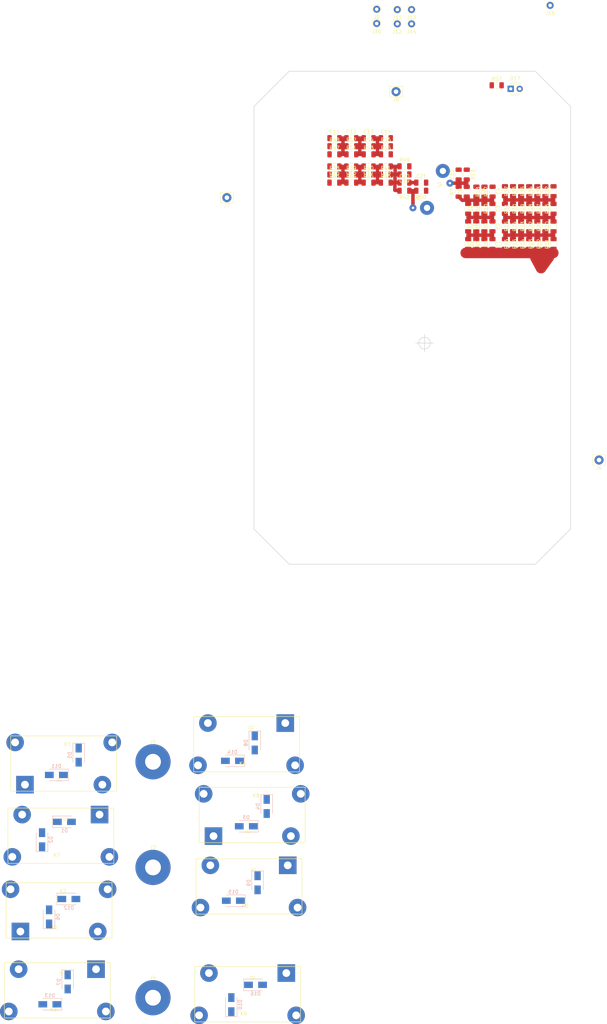
<source format=kicad_pcb>
(kicad_pcb (version 20171130) (host pcbnew "(5.1.0)-1")

  (general
    (thickness 1.6)
    (drawings 9)
    (tracks 139)
    (zones 0)
    (modules 118)
    (nets 39)
  )

  (page A4)
  (layers
    (0 F.Cu signal)
    (31 B.Cu signal)
    (32 B.Adhes user hide)
    (33 F.Adhes user hide)
    (34 B.Paste user hide)
    (35 F.Paste user hide)
    (36 B.SilkS user hide)
    (37 F.SilkS user hide)
    (38 B.Mask user hide)
    (39 F.Mask user hide)
    (40 Dwgs.User user hide)
    (41 Cmts.User user hide)
    (42 Eco1.User user hide)
    (43 Eco2.User user hide)
    (44 Edge.Cuts user)
    (45 Margin user hide)
    (46 B.CrtYd user)
    (47 F.CrtYd user)
    (48 B.Fab user hide)
    (49 F.Fab user hide)
  )

  (setup
    (last_trace_width 0.25)
    (user_trace_width 0.5)
    (user_trace_width 1)
    (user_trace_width 2)
    (user_trace_width 3)
    (trace_clearance 0.3)
    (zone_clearance 0.1)
    (zone_45_only no)
    (trace_min 0.2)
    (via_size 0.8)
    (via_drill 0.4)
    (via_min_size 0.4)
    (via_min_drill 0.3)
    (uvia_size 0.3)
    (uvia_drill 0.1)
    (uvias_allowed no)
    (uvia_min_size 0.2)
    (uvia_min_drill 0.1)
    (edge_width 0.15)
    (segment_width 0.2)
    (pcb_text_width 0.3)
    (pcb_text_size 1.5 1.5)
    (mod_edge_width 0.15)
    (mod_text_size 1 1)
    (mod_text_width 0.15)
    (pad_size 5 5)
    (pad_drill 2.2)
    (pad_to_mask_clearance 0.2)
    (aux_axis_origin 0 0)
    (visible_elements 7FFFFFFF)
    (pcbplotparams
      (layerselection 0x01030_ffffffff)
      (usegerberextensions false)
      (usegerberattributes false)
      (usegerberadvancedattributes false)
      (creategerberjobfile false)
      (excludeedgelayer true)
      (linewidth 0.100000)
      (plotframeref false)
      (viasonmask false)
      (mode 1)
      (useauxorigin false)
      (hpglpennumber 1)
      (hpglpenspeed 20)
      (hpglpendiameter 15.000000)
      (psnegative false)
      (psa4output false)
      (plotreference true)
      (plotvalue true)
      (plotinvisibletext false)
      (padsonsilk false)
      (subtractmaskfromsilk false)
      (outputformat 4)
      (mirror false)
      (drillshape 0)
      (scaleselection 1)
      (outputdirectory "plot/"))
  )

  (net 0 "")
  (net 1 GND)
  (net 2 reloutcom)
  (net 3 "Net-(D1-Pad1)")
  (net 4 rel-)
  (net 5 "Net-(D3-Pad1)")
  (net 6 rel+)
  (net 7 "Net-(D11-Pad1)")
  (net 8 "Net-(D12-Pad1)")
  (net 9 relPE)
  (net 10 "Net-(D13-Pad1)")
  (net 11 "Net-(D14-Pad1)")
  (net 12 "Net-(D15-Pad1)")
  (net 13 "Net-(D10-Pad1)")
  (net 14 rel54com)
  (net 15 rel60com)
  (net 16 /V+in)
  (net 17 /V-in)
  (net 18 /PEin)
  (net 19 /V-out)
  (net 20 /V+out)
  (net 21 /max750)
  (net 22 /max563)
  (net 23 /max375)
  (net 24 /max188)
  (net 25 /max512)
  (net 26 /max273)
  (net 27 /max34)
  (net 28 /max1.5)
  (net 29 /max1049)
  (net 30 /max1429)
  (net 31 /max699)
  (net 32 /max350)
  (net 33 /max1057)
  (net 34 /max715)
  (net 35 /max373)
  (net 36 /max31)
  (net 37 /max1.4)
  (net 38 "Net-(D17-Pad2)")

  (net_class Default "This is the default net class."
    (clearance 0.3)
    (trace_width 0.25)
    (via_dia 0.8)
    (via_drill 0.4)
    (uvia_dia 0.3)
    (uvia_drill 0.1)
    (add_net "Net-(D1-Pad1)")
    (add_net "Net-(D10-Pad1)")
    (add_net "Net-(D11-Pad1)")
    (add_net "Net-(D12-Pad1)")
    (add_net "Net-(D13-Pad1)")
    (add_net "Net-(D14-Pad1)")
    (add_net "Net-(D15-Pad1)")
    (add_net "Net-(D17-Pad2)")
    (add_net "Net-(D3-Pad1)")
  )

  (net_class HV ""
    (clearance 1.5)
    (trace_width 1)
    (via_dia 0.8)
    (via_drill 0.4)
    (uvia_dia 0.3)
    (uvia_drill 0.1)
    (add_net /PEin)
    (add_net /V+in)
    (add_net /V+out)
    (add_net /V-in)
    (add_net /V-out)
    (add_net /max1429)
    (add_net /max750)
  )

  (net_class LV ""
    (clearance 1.5)
    (trace_width 1)
    (via_dia 0.8)
    (via_drill 0.4)
    (uvia_dia 0.3)
    (uvia_drill 0.1)
  )

  (net_class MIDV ""
    (clearance 1)
    (trace_width 1)
    (via_dia 0.8)
    (via_drill 0.4)
    (uvia_dia 0.3)
    (uvia_drill 0.1)
    (add_net /max1049)
    (add_net /max1057)
    (add_net /max188)
    (add_net /max273)
    (add_net /max31)
    (add_net /max34)
    (add_net /max350)
    (add_net /max373)
    (add_net /max375)
    (add_net /max512)
    (add_net /max563)
    (add_net /max699)
    (add_net /max715)
  )

  (net_class double_saftey ""
    (clearance 6)
    (trace_width 0.25)
    (via_dia 0.8)
    (via_drill 0.4)
    (uvia_dia 0.3)
    (uvia_drill 0.1)
    (add_net /max1.4)
    (add_net /max1.5)
    (add_net GND)
  )

  (net_class signals ""
    (clearance 0.3)
    (trace_width 0.25)
    (via_dia 0.8)
    (via_drill 0.4)
    (uvia_dia 0.3)
    (uvia_drill 0.1)
    (add_net rel+)
    (add_net rel-)
    (add_net rel54com)
    (add_net rel60com)
    (add_net relPE)
    (add_net reloutcom)
  )

  (module custom_footprints:ALFG2PF241_round_holes (layer F.Cu) (tedit 5CDC183E) (tstamp 5CDE15E0)
    (at 68.5 237.2)
    (descr "Panasonic Relay SPST, http://www.farnell.com/datasheets/2244182.pdf")
    (tags "Panasonic Relay SPST")
    (path /5CE80966)
    (fp_text reference K8 (at 12.1 -11.5 -180) (layer F.SilkS)
      (effects (font (size 1 1) (thickness 0.15)))
    )
    (fp_text value ALFG2PF241 (at 12.1 3.9 -180) (layer F.Fab)
      (effects (font (size 1 1) (thickness 0.15)))
    )
    (fp_line (start -4.1402 -13.97) (end 26.1366 -13.97) (layer F.Fab) (width 0.12))
    (fp_line (start -4.05 1.85) (end -4.05 -13.85) (layer F.SilkS) (width 0.15))
    (fp_line (start 26.05 1.85) (end -4.05 1.85) (layer F.SilkS) (width 0.15))
    (fp_line (start 26.05 -13.85) (end 26.05 1.85) (layer F.SilkS) (width 0.15))
    (fp_line (start -4.05 -13.85) (end 26.05 -13.85) (layer F.SilkS) (width 0.15))
    (fp_text user %R (at 12 -3.75 -180) (layer F.Fab)
      (effects (font (size 1 1) (thickness 0.15)))
    )
    (fp_line (start 26.05 1.85) (end 26.05 -13.85) (layer F.CrtYd) (width 0.05))
    (fp_line (start -4.05 1.85) (end 26.05 1.85) (layer F.CrtYd) (width 0.05))
    (fp_line (start -4.05 -13.85) (end -4.05 1.85) (layer F.CrtYd) (width 0.05))
    (fp_line (start 26.05 -13.85) (end -4.05 -13.85) (layer F.CrtYd) (width 0.05))
    (fp_line (start 10.36 -0.91) (end 10.36 -1.61) (layer F.SilkS) (width 0.12))
    (fp_line (start 9.16 -0.91) (end 10.36 -0.91) (layer F.SilkS) (width 0.12))
    (fp_line (start 9.16 -1.61) (end 9.16 -0.91) (layer F.SilkS) (width 0.12))
    (fp_line (start 10.36 -1.61) (end 9.16 -1.61) (layer F.SilkS) (width 0.12))
    (fp_line (start 9.96 -0.91) (end 9.56 -1.61) (layer F.SilkS) (width 0.12))
    (fp_line (start 26.162 1.9304) (end 26.162 -13.97) (layer F.Fab) (width 0.1))
    (fp_line (start -4.1402 1.9558) (end 26.162 1.9558) (layer F.Fab) (width 0.1))
    (fp_line (start -4.1402 -13.97) (end -4.1402 1.9558) (layer F.Fab) (width 0.1))
    (pad 3 thru_hole circle (at -2.8 -12 90) (size 5 5) (drill 2.2) (layers *.Cu *.Mask)
      (net 16 /V+in))
    (pad 4 thru_hole circle (at 24.8 -12 90) (size 5 5) (drill 2.2) (layers *.Cu *.Mask)
      (net 20 /V+out))
    (pad 2 thru_hole circle (at 22 0 90) (size 5 5) (drill 2.2) (layers *.Cu *.Mask)
      (net 5 "Net-(D3-Pad1)"))
    (pad 1 thru_hole rect (at 0 0 90) (size 5 5) (drill 2.2) (layers *.Cu *.Mask)
      (net 2 reloutcom))
    (model ${KIPRJMOD}/3d-models/ALFG2PF241.wrl
      (offset (xyz -4 -2 0))
      (scale (xyz 1 1 1))
      (rotate (xyz 0 0 0))
    )
  )

  (module custom_footprints:ALFG2PF241_round_holes (layer F.Cu) (tedit 5CDC183E) (tstamp 5CE0FD53)
    (at 36.1 231.1 180)
    (descr "Panasonic Relay SPST, http://www.farnell.com/datasheets/2244182.pdf")
    (tags "Panasonic Relay SPST")
    (path /5CE80A8F)
    (fp_text reference K7 (at 12.1 -11.5) (layer F.SilkS)
      (effects (font (size 1 1) (thickness 0.15)))
    )
    (fp_text value ALFG2PF241 (at 12.1 3.9) (layer F.Fab)
      (effects (font (size 1 1) (thickness 0.15)))
    )
    (fp_line (start -4.1402 -13.97) (end 26.1366 -13.97) (layer F.Fab) (width 0.12))
    (fp_line (start -4.05 1.85) (end -4.05 -13.85) (layer F.SilkS) (width 0.15))
    (fp_line (start 26.05 1.85) (end -4.05 1.85) (layer F.SilkS) (width 0.15))
    (fp_line (start 26.05 -13.85) (end 26.05 1.85) (layer F.SilkS) (width 0.15))
    (fp_line (start -4.05 -13.85) (end 26.05 -13.85) (layer F.SilkS) (width 0.15))
    (fp_text user %R (at 12 -3.75) (layer F.Fab)
      (effects (font (size 1 1) (thickness 0.15)))
    )
    (fp_line (start 26.05 1.85) (end 26.05 -13.85) (layer F.CrtYd) (width 0.05))
    (fp_line (start -4.05 1.85) (end 26.05 1.85) (layer F.CrtYd) (width 0.05))
    (fp_line (start -4.05 -13.85) (end -4.05 1.85) (layer F.CrtYd) (width 0.05))
    (fp_line (start 26.05 -13.85) (end -4.05 -13.85) (layer F.CrtYd) (width 0.05))
    (fp_line (start 10.36 -0.91) (end 10.36 -1.61) (layer F.SilkS) (width 0.12))
    (fp_line (start 9.16 -0.91) (end 10.36 -0.91) (layer F.SilkS) (width 0.12))
    (fp_line (start 9.16 -1.61) (end 9.16 -0.91) (layer F.SilkS) (width 0.12))
    (fp_line (start 10.36 -1.61) (end 9.16 -1.61) (layer F.SilkS) (width 0.12))
    (fp_line (start 9.96 -0.91) (end 9.56 -1.61) (layer F.SilkS) (width 0.12))
    (fp_line (start 26.162 1.9304) (end 26.162 -13.97) (layer F.Fab) (width 0.1))
    (fp_line (start -4.1402 1.9558) (end 26.162 1.9558) (layer F.Fab) (width 0.1))
    (fp_line (start -4.1402 -13.97) (end -4.1402 1.9558) (layer F.Fab) (width 0.1))
    (pad 3 thru_hole circle (at -2.8 -12 270) (size 5 5) (drill 2.2) (layers *.Cu *.Mask)
      (net 17 /V-in))
    (pad 4 thru_hole circle (at 24.8 -12 270) (size 5 5) (drill 2.2) (layers *.Cu *.Mask)
      (net 19 /V-out))
    (pad 2 thru_hole circle (at 22 0 270) (size 5 5) (drill 2.2) (layers *.Cu *.Mask)
      (net 3 "Net-(D1-Pad1)"))
    (pad 1 thru_hole rect (at 0 0 270) (size 5 5) (drill 2.2) (layers *.Cu *.Mask)
      (net 2 reloutcom))
    (model ${KIPRJMOD}/3d-models/ALFG2PF241.wrl
      (offset (xyz -4 -2 0))
      (scale (xyz 1 1 1))
      (rotate (xyz 0 0 0))
    )
  )

  (module custom_footprints:ALFG2PF241_round_holes (layer F.Cu) (tedit 5CDC183E) (tstamp 5CDE6DF3)
    (at 89.2 276.1 180)
    (descr "Panasonic Relay SPST, http://www.farnell.com/datasheets/2244182.pdf")
    (tags "Panasonic Relay SPST")
    (path /5CE808A8)
    (fp_text reference K6 (at 12.1 -11.5) (layer F.SilkS)
      (effects (font (size 1 1) (thickness 0.15)))
    )
    (fp_text value ALFG2PF241 (at 12.1 3.9) (layer F.Fab)
      (effects (font (size 1 1) (thickness 0.15)))
    )
    (fp_line (start -4.1402 -13.97) (end 26.1366 -13.97) (layer F.Fab) (width 0.12))
    (fp_line (start -4.05 1.85) (end -4.05 -13.85) (layer F.SilkS) (width 0.15))
    (fp_line (start 26.05 1.85) (end -4.05 1.85) (layer F.SilkS) (width 0.15))
    (fp_line (start 26.05 -13.85) (end 26.05 1.85) (layer F.SilkS) (width 0.15))
    (fp_line (start -4.05 -13.85) (end 26.05 -13.85) (layer F.SilkS) (width 0.15))
    (fp_text user %R (at 12 -3.75) (layer F.Fab)
      (effects (font (size 1 1) (thickness 0.15)))
    )
    (fp_line (start 26.05 1.85) (end 26.05 -13.85) (layer F.CrtYd) (width 0.05))
    (fp_line (start -4.05 1.85) (end 26.05 1.85) (layer F.CrtYd) (width 0.05))
    (fp_line (start -4.05 -13.85) (end -4.05 1.85) (layer F.CrtYd) (width 0.05))
    (fp_line (start 26.05 -13.85) (end -4.05 -13.85) (layer F.CrtYd) (width 0.05))
    (fp_line (start 10.36 -0.91) (end 10.36 -1.61) (layer F.SilkS) (width 0.12))
    (fp_line (start 9.16 -0.91) (end 10.36 -0.91) (layer F.SilkS) (width 0.12))
    (fp_line (start 9.16 -1.61) (end 9.16 -0.91) (layer F.SilkS) (width 0.12))
    (fp_line (start 10.36 -1.61) (end 9.16 -1.61) (layer F.SilkS) (width 0.12))
    (fp_line (start 9.96 -0.91) (end 9.56 -1.61) (layer F.SilkS) (width 0.12))
    (fp_line (start 26.162 1.9304) (end 26.162 -13.97) (layer F.Fab) (width 0.1))
    (fp_line (start -4.1402 1.9558) (end 26.162 1.9558) (layer F.Fab) (width 0.1))
    (fp_line (start -4.1402 -13.97) (end -4.1402 1.9558) (layer F.Fab) (width 0.1))
    (pad 3 thru_hole circle (at -2.8 -12 270) (size 5 5) (drill 2.2) (layers *.Cu *.Mask)
      (net 18 /PEin))
    (pad 4 thru_hole circle (at 24.8 -12 270) (size 5 5) (drill 2.2) (layers *.Cu *.Mask)
      (net 30 /max1429))
    (pad 2 thru_hole circle (at 22 0 270) (size 5 5) (drill 2.2) (layers *.Cu *.Mask)
      (net 13 "Net-(D10-Pad1)"))
    (pad 1 thru_hole rect (at 0 0 270) (size 5 5) (drill 2.2) (layers *.Cu *.Mask)
      (net 15 rel60com))
    (model ${KIPRJMOD}/3d-models/ALFG2PF241.wrl
      (offset (xyz -4 -2 0))
      (scale (xyz 1 1 1))
      (rotate (xyz 0 0 0))
    )
  )

  (module custom_footprints:ALFG2PF241_round_holes (layer F.Cu) (tedit 5CDD2FE9) (tstamp 5CDC2FD3)
    (at 89.6 245.5 180)
    (descr "Panasonic Relay SPST, http://www.farnell.com/datasheets/2244182.pdf")
    (tags "Panasonic Relay SPST")
    (path /5CE807F2)
    (fp_text reference K5 (at 12.1 -11.5) (layer F.SilkS)
      (effects (font (size 1 1) (thickness 0.15)))
    )
    (fp_text value ALFG2PF241 (at 12.1 3.9) (layer F.Fab)
      (effects (font (size 1 1) (thickness 0.15)))
    )
    (fp_line (start -4.1402 -13.97) (end 26.1366 -13.97) (layer F.Fab) (width 0.12))
    (fp_line (start -4.05 1.85) (end -4.05 -13.85) (layer F.SilkS) (width 0.15))
    (fp_line (start 26.05 1.85) (end -4.05 1.85) (layer F.SilkS) (width 0.15))
    (fp_line (start 26.05 -13.85) (end 26.05 1.85) (layer F.SilkS) (width 0.15))
    (fp_line (start -4.05 -13.85) (end 26.05 -13.85) (layer F.SilkS) (width 0.15))
    (fp_text user %R (at 12 -3.75) (layer F.Fab)
      (effects (font (size 1 1) (thickness 0.15)))
    )
    (fp_line (start 26.05 1.85) (end 26.05 -13.85) (layer F.CrtYd) (width 0.05))
    (fp_line (start -4.05 1.85) (end 26.05 1.85) (layer F.CrtYd) (width 0.05))
    (fp_line (start -4.05 -13.85) (end -4.05 1.85) (layer F.CrtYd) (width 0.05))
    (fp_line (start 26.05 -13.85) (end -4.05 -13.85) (layer F.CrtYd) (width 0.05))
    (fp_line (start 10.36 -0.91) (end 10.36 -1.61) (layer F.SilkS) (width 0.12))
    (fp_line (start 9.16 -0.91) (end 10.36 -0.91) (layer F.SilkS) (width 0.12))
    (fp_line (start 9.16 -1.61) (end 9.16 -0.91) (layer F.SilkS) (width 0.12))
    (fp_line (start 10.36 -1.61) (end 9.16 -1.61) (layer F.SilkS) (width 0.12))
    (fp_line (start 9.96 -0.91) (end 9.56 -1.61) (layer F.SilkS) (width 0.12))
    (fp_line (start 26.162 1.9304) (end 26.162 -13.97) (layer F.Fab) (width 0.1))
    (fp_line (start -4.1402 1.9558) (end 26.162 1.9558) (layer F.Fab) (width 0.1))
    (fp_line (start -4.1402 -13.97) (end -4.1402 1.9558) (layer F.Fab) (width 0.1))
    (pad 3 thru_hole circle (at -2.8 -12 270) (size 5 5) (drill 2.2) (layers *.Cu *.Mask)
      (net 17 /V-in))
    (pad 4 thru_hole circle (at 24.8 -12 270) (size 5 5) (drill 2.2) (layers *.Cu *.Mask)
      (net 30 /max1429))
    (pad 2 thru_hole circle (at 22 0 270) (size 5 5) (drill 2.2) (layers *.Cu *.Mask)
      (net 12 "Net-(D15-Pad1)"))
    (pad 1 thru_hole rect (at 0 0 270) (size 5 5) (drill 2.2) (layers *.Cu *.Mask)
      (net 15 rel60com))
    (model ${KIPRJMOD}/3d-models/ALFG2PF241.wrl
      (offset (xyz -4 -2 0))
      (scale (xyz 1 1 1))
      (rotate (xyz 0 0 0))
    )
  )

  (module custom_footprints:ALFG2PF241_round_holes (layer F.Cu) (tedit 5CDC183E) (tstamp 5CDDAB85)
    (at 88.9 205.1 180)
    (descr "Panasonic Relay SPST, http://www.farnell.com/datasheets/2244182.pdf")
    (tags "Panasonic Relay SPST")
    (path /5CE8074E)
    (fp_text reference K4 (at 12.1 -11.5) (layer F.SilkS)
      (effects (font (size 1 1) (thickness 0.15)))
    )
    (fp_text value ALFG2PF241 (at 12.1 3.9) (layer F.Fab)
      (effects (font (size 1 1) (thickness 0.15)))
    )
    (fp_line (start -4.1402 -13.97) (end 26.1366 -13.97) (layer F.Fab) (width 0.12))
    (fp_line (start -4.05 1.85) (end -4.05 -13.85) (layer F.SilkS) (width 0.15))
    (fp_line (start 26.05 1.85) (end -4.05 1.85) (layer F.SilkS) (width 0.15))
    (fp_line (start 26.05 -13.85) (end 26.05 1.85) (layer F.SilkS) (width 0.15))
    (fp_line (start -4.05 -13.85) (end 26.05 -13.85) (layer F.SilkS) (width 0.15))
    (fp_text user %R (at 12 -3.75) (layer F.Fab)
      (effects (font (size 1 1) (thickness 0.15)))
    )
    (fp_line (start 26.05 1.85) (end 26.05 -13.85) (layer F.CrtYd) (width 0.05))
    (fp_line (start -4.05 1.85) (end 26.05 1.85) (layer F.CrtYd) (width 0.05))
    (fp_line (start -4.05 -13.85) (end -4.05 1.85) (layer F.CrtYd) (width 0.05))
    (fp_line (start 26.05 -13.85) (end -4.05 -13.85) (layer F.CrtYd) (width 0.05))
    (fp_line (start 10.36 -0.91) (end 10.36 -1.61) (layer F.SilkS) (width 0.12))
    (fp_line (start 9.16 -0.91) (end 10.36 -0.91) (layer F.SilkS) (width 0.12))
    (fp_line (start 9.16 -1.61) (end 9.16 -0.91) (layer F.SilkS) (width 0.12))
    (fp_line (start 10.36 -1.61) (end 9.16 -1.61) (layer F.SilkS) (width 0.12))
    (fp_line (start 9.96 -0.91) (end 9.56 -1.61) (layer F.SilkS) (width 0.12))
    (fp_line (start 26.162 1.9304) (end 26.162 -13.97) (layer F.Fab) (width 0.1))
    (fp_line (start -4.1402 1.9558) (end 26.162 1.9558) (layer F.Fab) (width 0.1))
    (fp_line (start -4.1402 -13.97) (end -4.1402 1.9558) (layer F.Fab) (width 0.1))
    (pad 3 thru_hole circle (at -2.8 -12 270) (size 5 5) (drill 2.2) (layers *.Cu *.Mask)
      (net 16 /V+in))
    (pad 4 thru_hole circle (at 24.8 -12 270) (size 5 5) (drill 2.2) (layers *.Cu *.Mask)
      (net 30 /max1429))
    (pad 2 thru_hole circle (at 22 0 270) (size 5 5) (drill 2.2) (layers *.Cu *.Mask)
      (net 11 "Net-(D14-Pad1)"))
    (pad 1 thru_hole rect (at 0 0 270) (size 5 5) (drill 2.2) (layers *.Cu *.Mask)
      (net 15 rel60com))
    (model ${KIPRJMOD}/3d-models/ALFG2PF241.wrl
      (offset (xyz -4 -2 0))
      (scale (xyz 1 1 1))
      (rotate (xyz 0 0 0))
    )
  )

  (module custom_footprints:ALFG2PF241_round_holes (layer F.Cu) (tedit 5CDC183E) (tstamp 5CDBE757)
    (at 35.1 275 180)
    (descr "Panasonic Relay SPST, http://www.farnell.com/datasheets/2244182.pdf")
    (tags "Panasonic Relay SPST")
    (path /5CE806B0)
    (fp_text reference K3 (at 12.1 -11.5) (layer F.SilkS)
      (effects (font (size 1 1) (thickness 0.15)))
    )
    (fp_text value ALFG2PF241 (at 12.1 3.9) (layer F.Fab)
      (effects (font (size 1 1) (thickness 0.15)))
    )
    (fp_line (start -4.1402 -13.97) (end 26.1366 -13.97) (layer F.Fab) (width 0.12))
    (fp_line (start -4.05 1.85) (end -4.05 -13.85) (layer F.SilkS) (width 0.15))
    (fp_line (start 26.05 1.85) (end -4.05 1.85) (layer F.SilkS) (width 0.15))
    (fp_line (start 26.05 -13.85) (end 26.05 1.85) (layer F.SilkS) (width 0.15))
    (fp_line (start -4.05 -13.85) (end 26.05 -13.85) (layer F.SilkS) (width 0.15))
    (fp_text user %R (at 12 -3.75) (layer F.Fab)
      (effects (font (size 1 1) (thickness 0.15)))
    )
    (fp_line (start 26.05 1.85) (end 26.05 -13.85) (layer F.CrtYd) (width 0.05))
    (fp_line (start -4.05 1.85) (end 26.05 1.85) (layer F.CrtYd) (width 0.05))
    (fp_line (start -4.05 -13.85) (end -4.05 1.85) (layer F.CrtYd) (width 0.05))
    (fp_line (start 26.05 -13.85) (end -4.05 -13.85) (layer F.CrtYd) (width 0.05))
    (fp_line (start 10.36 -0.91) (end 10.36 -1.61) (layer F.SilkS) (width 0.12))
    (fp_line (start 9.16 -0.91) (end 10.36 -0.91) (layer F.SilkS) (width 0.12))
    (fp_line (start 9.16 -1.61) (end 9.16 -0.91) (layer F.SilkS) (width 0.12))
    (fp_line (start 10.36 -1.61) (end 9.16 -1.61) (layer F.SilkS) (width 0.12))
    (fp_line (start 9.96 -0.91) (end 9.56 -1.61) (layer F.SilkS) (width 0.12))
    (fp_line (start 26.162 1.9304) (end 26.162 -13.97) (layer F.Fab) (width 0.1))
    (fp_line (start -4.1402 1.9558) (end 26.162 1.9558) (layer F.Fab) (width 0.1))
    (fp_line (start -4.1402 -13.97) (end -4.1402 1.9558) (layer F.Fab) (width 0.1))
    (pad 3 thru_hole circle (at -2.8 -12 270) (size 5 5) (drill 2.2) (layers *.Cu *.Mask)
      (net 18 /PEin))
    (pad 4 thru_hole circle (at 24.8 -12 270) (size 5 5) (drill 2.2) (layers *.Cu *.Mask)
      (net 21 /max750))
    (pad 2 thru_hole circle (at 22 0 270) (size 5 5) (drill 2.2) (layers *.Cu *.Mask)
      (net 10 "Net-(D13-Pad1)"))
    (pad 1 thru_hole rect (at 0 0 270) (size 5 5) (drill 2.2) (layers *.Cu *.Mask)
      (net 14 rel54com))
    (model ${KIPRJMOD}/3d-models/ALFG2PF241.wrl
      (offset (xyz -4 -2 0))
      (scale (xyz 1 1 1))
      (rotate (xyz 0 0 0))
    )
  )

  (module custom_footprints:ALFG2PF241_round_holes (layer F.Cu) (tedit 5CDC183E) (tstamp 5CE0FCCC)
    (at 13.6 264.3)
    (descr "Panasonic Relay SPST, http://www.farnell.com/datasheets/2244182.pdf")
    (tags "Panasonic Relay SPST")
    (path /5CE80608)
    (fp_text reference K2 (at 12.1 -11.5 -180) (layer F.SilkS)
      (effects (font (size 1 1) (thickness 0.15)))
    )
    (fp_text value ALFG2PF241 (at 12.1 3.9 -180) (layer F.Fab)
      (effects (font (size 1 1) (thickness 0.15)))
    )
    (fp_line (start -4.1402 -13.97) (end 26.1366 -13.97) (layer F.Fab) (width 0.12))
    (fp_line (start -4.05 1.85) (end -4.05 -13.85) (layer F.SilkS) (width 0.15))
    (fp_line (start 26.05 1.85) (end -4.05 1.85) (layer F.SilkS) (width 0.15))
    (fp_line (start 26.05 -13.85) (end 26.05 1.85) (layer F.SilkS) (width 0.15))
    (fp_line (start -4.05 -13.85) (end 26.05 -13.85) (layer F.SilkS) (width 0.15))
    (fp_text user %R (at 12 -3.75 -180) (layer F.Fab)
      (effects (font (size 1 1) (thickness 0.15)))
    )
    (fp_line (start 26.05 1.85) (end 26.05 -13.85) (layer F.CrtYd) (width 0.05))
    (fp_line (start -4.05 1.85) (end 26.05 1.85) (layer F.CrtYd) (width 0.05))
    (fp_line (start -4.05 -13.85) (end -4.05 1.85) (layer F.CrtYd) (width 0.05))
    (fp_line (start 26.05 -13.85) (end -4.05 -13.85) (layer F.CrtYd) (width 0.05))
    (fp_line (start 10.36 -0.91) (end 10.36 -1.61) (layer F.SilkS) (width 0.12))
    (fp_line (start 9.16 -0.91) (end 10.36 -0.91) (layer F.SilkS) (width 0.12))
    (fp_line (start 9.16 -1.61) (end 9.16 -0.91) (layer F.SilkS) (width 0.12))
    (fp_line (start 10.36 -1.61) (end 9.16 -1.61) (layer F.SilkS) (width 0.12))
    (fp_line (start 9.96 -0.91) (end 9.56 -1.61) (layer F.SilkS) (width 0.12))
    (fp_line (start 26.162 1.9304) (end 26.162 -13.97) (layer F.Fab) (width 0.1))
    (fp_line (start -4.1402 1.9558) (end 26.162 1.9558) (layer F.Fab) (width 0.1))
    (fp_line (start -4.1402 -13.97) (end -4.1402 1.9558) (layer F.Fab) (width 0.1))
    (pad 3 thru_hole circle (at -2.8 -12 90) (size 5 5) (drill 2.2) (layers *.Cu *.Mask)
      (net 17 /V-in))
    (pad 4 thru_hole circle (at 24.8 -12 90) (size 5 5) (drill 2.2) (layers *.Cu *.Mask)
      (net 21 /max750))
    (pad 2 thru_hole circle (at 22 0 90) (size 5 5) (drill 2.2) (layers *.Cu *.Mask)
      (net 8 "Net-(D12-Pad1)"))
    (pad 1 thru_hole rect (at 0 0 90) (size 5 5) (drill 2.2) (layers *.Cu *.Mask)
      (net 14 rel54com))
    (model ${KIPRJMOD}/3d-models/ALFG2PF241.wrl
      (offset (xyz -4 -2 0))
      (scale (xyz 1 1 1))
      (rotate (xyz 0 0 0))
    )
  )

  (module custom_footprints:ALFG2PF241_round_holes (layer F.Cu) (tedit 5CDC183E) (tstamp 5CE0FCB1)
    (at 14.9 222.6)
    (descr "Panasonic Relay SPST, http://www.farnell.com/datasheets/2244182.pdf")
    (tags "Panasonic Relay SPST")
    (path /5CE8004E)
    (fp_text reference K1 (at 12.1 -11.5 -180) (layer F.SilkS)
      (effects (font (size 1 1) (thickness 0.15)))
    )
    (fp_text value ALFG2PF241 (at 12.1 3.9 -180) (layer F.Fab)
      (effects (font (size 1 1) (thickness 0.15)))
    )
    (fp_line (start -4.1402 -13.97) (end 26.1366 -13.97) (layer F.Fab) (width 0.12))
    (fp_line (start -4.05 1.85) (end -4.05 -13.85) (layer F.SilkS) (width 0.15))
    (fp_line (start 26.05 1.85) (end -4.05 1.85) (layer F.SilkS) (width 0.15))
    (fp_line (start 26.05 -13.85) (end 26.05 1.85) (layer F.SilkS) (width 0.15))
    (fp_line (start -4.05 -13.85) (end 26.05 -13.85) (layer F.SilkS) (width 0.15))
    (fp_text user %R (at 12 -3.75 -180) (layer F.Fab)
      (effects (font (size 1 1) (thickness 0.15)))
    )
    (fp_line (start 26.05 1.85) (end 26.05 -13.85) (layer F.CrtYd) (width 0.05))
    (fp_line (start -4.05 1.85) (end 26.05 1.85) (layer F.CrtYd) (width 0.05))
    (fp_line (start -4.05 -13.85) (end -4.05 1.85) (layer F.CrtYd) (width 0.05))
    (fp_line (start 26.05 -13.85) (end -4.05 -13.85) (layer F.CrtYd) (width 0.05))
    (fp_line (start 10.36 -0.91) (end 10.36 -1.61) (layer F.SilkS) (width 0.12))
    (fp_line (start 9.16 -0.91) (end 10.36 -0.91) (layer F.SilkS) (width 0.12))
    (fp_line (start 9.16 -1.61) (end 9.16 -0.91) (layer F.SilkS) (width 0.12))
    (fp_line (start 10.36 -1.61) (end 9.16 -1.61) (layer F.SilkS) (width 0.12))
    (fp_line (start 9.96 -0.91) (end 9.56 -1.61) (layer F.SilkS) (width 0.12))
    (fp_line (start 26.162 1.9304) (end 26.162 -13.97) (layer F.Fab) (width 0.1))
    (fp_line (start -4.1402 1.9558) (end 26.162 1.9558) (layer F.Fab) (width 0.1))
    (fp_line (start -4.1402 -13.97) (end -4.1402 1.9558) (layer F.Fab) (width 0.1))
    (pad 3 thru_hole circle (at -2.8 -12 90) (size 5 5) (drill 2.2) (layers *.Cu *.Mask)
      (net 16 /V+in))
    (pad 4 thru_hole circle (at 24.8 -12 90) (size 5 5) (drill 2.2) (layers *.Cu *.Mask)
      (net 21 /max750))
    (pad 2 thru_hole circle (at 22 0 90) (size 5 5) (drill 2.2) (layers *.Cu *.Mask)
      (net 7 "Net-(D11-Pad1)"))
    (pad 1 thru_hole rect (at 0 0 90) (size 5 5) (drill 2.2) (layers *.Cu *.Mask)
      (net 14 rel54com))
    (model ${KIPRJMOD}/3d-models/ALFG2PF241.wrl
      (offset (xyz -4 -2 0))
      (scale (xyz 1 1 1))
      (rotate (xyz 0 0 0))
    )
  )

  (module Connector_Pin:Pin_D1.0mm_L10.0mm (layer F.Cu) (tedit 5A1DC084) (tstamp 5CDD81BE)
    (at 164.2 1.3)
    (descr "solder Pin_ diameter 1.0mm, hole diameter 1.0mm (press fit), length 10.0mm")
    (tags "solder Pin_ press fit")
    (path /5CF00F6D)
    (fp_text reference J15 (at 0 2.25) (layer F.SilkS)
      (effects (font (size 1 1) (thickness 0.15)))
    )
    (fp_text value Conn_01x01_Female (at 0 -2.05) (layer F.Fab)
      (effects (font (size 1 1) (thickness 0.15)))
    )
    (fp_circle (center 0 0) (end 1.25 0.05) (layer F.SilkS) (width 0.12))
    (fp_circle (center 0 0) (end 1 0) (layer F.Fab) (width 0.12))
    (fp_circle (center 0 0) (end 0.5 0) (layer F.Fab) (width 0.12))
    (fp_circle (center 0 0) (end 1.5 0) (layer F.CrtYd) (width 0.05))
    (fp_text user %R (at 0 2.25) (layer F.Fab)
      (effects (font (size 1 1) (thickness 0.15)))
    )
    (pad 1 thru_hole circle (at 0 0) (size 2 2) (drill 1) (layers *.Cu *.Mask)
      (net 1 GND))
    (model ${KISYS3DMOD}/Connector_Pin.3dshapes/Pin_D1.0mm_L10.0mm.wrl
      (at (xyz 0 0 0))
      (scale (xyz 1 1 1))
      (rotate (xyz 0 0 0))
    )
  )

  (module Connector_Pin:Pin_D1.0mm_L10.0mm (layer F.Cu) (tedit 5A1DC084) (tstamp 5CDD81B4)
    (at 124.8 6.55)
    (descr "solder Pin_ diameter 1.0mm, hole diameter 1.0mm (press fit), length 10.0mm")
    (tags "solder Pin_ press fit")
    (path /5CF00E5C)
    (fp_text reference J14 (at 0 2.25) (layer F.SilkS)
      (effects (font (size 1 1) (thickness 0.15)))
    )
    (fp_text value Conn_01x01_Female (at 0 -2.05) (layer F.Fab)
      (effects (font (size 1 1) (thickness 0.15)))
    )
    (fp_circle (center 0 0) (end 1.25 0.05) (layer F.SilkS) (width 0.12))
    (fp_circle (center 0 0) (end 1 0) (layer F.Fab) (width 0.12))
    (fp_circle (center 0 0) (end 0.5 0) (layer F.Fab) (width 0.12))
    (fp_circle (center 0 0) (end 1.5 0) (layer F.CrtYd) (width 0.05))
    (fp_text user %R (at 0 2.25) (layer F.Fab)
      (effects (font (size 1 1) (thickness 0.15)))
    )
    (pad 1 thru_hole circle (at 0 0) (size 2 2) (drill 1) (layers *.Cu *.Mask)
      (net 2 reloutcom))
    (model ${KISYS3DMOD}/Connector_Pin.3dshapes/Pin_D1.0mm_L10.0mm.wrl
      (at (xyz 0 0 0))
      (scale (xyz 1 1 1))
      (rotate (xyz 0 0 0))
    )
  )

  (module Connector_Pin:Pin_D1.0mm_L10.0mm (layer F.Cu) (tedit 5A1DC084) (tstamp 5CDD81AA)
    (at 124.8 2.5)
    (descr "solder Pin_ diameter 1.0mm, hole diameter 1.0mm (press fit), length 10.0mm")
    (tags "solder Pin_ press fit")
    (path /5CF00D1D)
    (fp_text reference J13 (at 0 2.25) (layer F.SilkS)
      (effects (font (size 1 1) (thickness 0.15)))
    )
    (fp_text value Conn_01x01_Female (at 0 -2.05) (layer F.Fab)
      (effects (font (size 1 1) (thickness 0.15)))
    )
    (fp_circle (center 0 0) (end 1.25 0.05) (layer F.SilkS) (width 0.12))
    (fp_circle (center 0 0) (end 1 0) (layer F.Fab) (width 0.12))
    (fp_circle (center 0 0) (end 0.5 0) (layer F.Fab) (width 0.12))
    (fp_circle (center 0 0) (end 1.5 0) (layer F.CrtYd) (width 0.05))
    (fp_text user %R (at 0 2.25) (layer F.Fab)
      (effects (font (size 1 1) (thickness 0.15)))
    )
    (pad 1 thru_hole circle (at 0 0) (size 2 2) (drill 1) (layers *.Cu *.Mask)
      (net 15 rel60com))
    (model ${KISYS3DMOD}/Connector_Pin.3dshapes/Pin_D1.0mm_L10.0mm.wrl
      (at (xyz 0 0 0))
      (scale (xyz 1 1 1))
      (rotate (xyz 0 0 0))
    )
  )

  (module Connector_Pin:Pin_D1.0mm_L10.0mm (layer F.Cu) (tedit 5A1DC084) (tstamp 5CDD81A0)
    (at 120.75 6.55)
    (descr "solder Pin_ diameter 1.0mm, hole diameter 1.0mm (press fit), length 10.0mm")
    (tags "solder Pin_ press fit")
    (path /5CF00BA4)
    (fp_text reference J12 (at 0 2.25) (layer F.SilkS)
      (effects (font (size 1 1) (thickness 0.15)))
    )
    (fp_text value Conn_01x01_Female (at 0 -2.05) (layer F.Fab)
      (effects (font (size 1 1) (thickness 0.15)))
    )
    (fp_circle (center 0 0) (end 1.25 0.05) (layer F.SilkS) (width 0.12))
    (fp_circle (center 0 0) (end 1 0) (layer F.Fab) (width 0.12))
    (fp_circle (center 0 0) (end 0.5 0) (layer F.Fab) (width 0.12))
    (fp_circle (center 0 0) (end 1.5 0) (layer F.CrtYd) (width 0.05))
    (fp_text user %R (at 0 2.25) (layer F.Fab)
      (effects (font (size 1 1) (thickness 0.15)))
    )
    (pad 1 thru_hole circle (at 0 0) (size 2 2) (drill 1) (layers *.Cu *.Mask)
      (net 14 rel54com))
    (model ${KISYS3DMOD}/Connector_Pin.3dshapes/Pin_D1.0mm_L10.0mm.wrl
      (at (xyz 0 0 0))
      (scale (xyz 1 1 1))
      (rotate (xyz 0 0 0))
    )
  )

  (module Connector_Pin:Pin_D1.0mm_L10.0mm (layer F.Cu) (tedit 5A1DC084) (tstamp 5CDD8196)
    (at 120.75 2.5)
    (descr "solder Pin_ diameter 1.0mm, hole diameter 1.0mm (press fit), length 10.0mm")
    (tags "solder Pin_ press fit")
    (path /5CF00A6B)
    (fp_text reference J11 (at 0 2.25) (layer F.SilkS)
      (effects (font (size 1 1) (thickness 0.15)))
    )
    (fp_text value Conn_01x01_Female (at 0 -2.05) (layer F.Fab)
      (effects (font (size 1 1) (thickness 0.15)))
    )
    (fp_circle (center 0 0) (end 1.25 0.05) (layer F.SilkS) (width 0.12))
    (fp_circle (center 0 0) (end 1 0) (layer F.Fab) (width 0.12))
    (fp_circle (center 0 0) (end 0.5 0) (layer F.Fab) (width 0.12))
    (fp_circle (center 0 0) (end 1.5 0) (layer F.CrtYd) (width 0.05))
    (fp_text user %R (at 0 2.25) (layer F.Fab)
      (effects (font (size 1 1) (thickness 0.15)))
    )
    (pad 1 thru_hole circle (at 0 0) (size 2 2) (drill 1) (layers *.Cu *.Mask)
      (net 9 relPE))
    (model ${KISYS3DMOD}/Connector_Pin.3dshapes/Pin_D1.0mm_L10.0mm.wrl
      (at (xyz 0 0 0))
      (scale (xyz 1 1 1))
      (rotate (xyz 0 0 0))
    )
  )

  (module Connector_Pin:Pin_D1.0mm_L10.0mm (layer F.Cu) (tedit 5A1DC084) (tstamp 5CDD818C)
    (at 114.9 6.45)
    (descr "solder Pin_ diameter 1.0mm, hole diameter 1.0mm (press fit), length 10.0mm")
    (tags "solder Pin_ press fit")
    (path /5CF00916)
    (fp_text reference J10 (at 0 2.25) (layer F.SilkS)
      (effects (font (size 1 1) (thickness 0.15)))
    )
    (fp_text value Conn_01x01_Female (at 0 -2.05) (layer F.Fab)
      (effects (font (size 1 1) (thickness 0.15)))
    )
    (fp_circle (center 0 0) (end 1.25 0.05) (layer F.SilkS) (width 0.12))
    (fp_circle (center 0 0) (end 1 0) (layer F.Fab) (width 0.12))
    (fp_circle (center 0 0) (end 0.5 0) (layer F.Fab) (width 0.12))
    (fp_circle (center 0 0) (end 1.5 0) (layer F.CrtYd) (width 0.05))
    (fp_text user %R (at 0 2.25) (layer F.Fab)
      (effects (font (size 1 1) (thickness 0.15)))
    )
    (pad 1 thru_hole circle (at 0 0) (size 2 2) (drill 1) (layers *.Cu *.Mask)
      (net 4 rel-))
    (model ${KISYS3DMOD}/Connector_Pin.3dshapes/Pin_D1.0mm_L10.0mm.wrl
      (at (xyz 0 0 0))
      (scale (xyz 1 1 1))
      (rotate (xyz 0 0 0))
    )
  )

  (module Connector_Pin:Pin_D1.0mm_L10.0mm (layer F.Cu) (tedit 5A1DC084) (tstamp 5CDD8182)
    (at 114.9 2.4)
    (descr "solder Pin_ diameter 1.0mm, hole diameter 1.0mm (press fit), length 10.0mm")
    (tags "solder Pin_ press fit")
    (path /5CEFD46A)
    (fp_text reference J9 (at 0 2.25) (layer F.SilkS)
      (effects (font (size 1 1) (thickness 0.15)))
    )
    (fp_text value Conn_01x01_Female (at 0 -2.05) (layer F.Fab)
      (effects (font (size 1 1) (thickness 0.15)))
    )
    (fp_circle (center 0 0) (end 1.25 0.05) (layer F.SilkS) (width 0.12))
    (fp_circle (center 0 0) (end 1 0) (layer F.Fab) (width 0.12))
    (fp_circle (center 0 0) (end 0.5 0) (layer F.Fab) (width 0.12))
    (fp_circle (center 0 0) (end 1.5 0) (layer F.CrtYd) (width 0.05))
    (fp_text user %R (at 0 2.25) (layer F.Fab)
      (effects (font (size 1 1) (thickness 0.15)))
    )
    (pad 1 thru_hole circle (at 0 0) (size 2 2) (drill 1) (layers *.Cu *.Mask)
      (net 6 rel+))
    (model ${KISYS3DMOD}/Connector_Pin.3dshapes/Pin_D1.0mm_L10.0mm.wrl
      (at (xyz 0 0 0))
      (scale (xyz 1 1 1))
      (rotate (xyz 0 0 0))
    )
  )

  (module Resistor_SMD:R_1206_3216Metric (layer F.Cu) (tedit 5B301BBD) (tstamp 5CDBB842)
    (at 149 24)
    (descr "Resistor SMD 1206 (3216 Metric), square (rectangular) end terminal, IPC_7351 nominal, (Body size source: http://www.tortai-tech.com/upload/download/2011102023233369053.pdf), generated with kicad-footprint-generator")
    (tags resistor)
    (path /5CF614FE)
    (attr smd)
    (fp_text reference R57 (at 0 -1.82) (layer F.SilkS)
      (effects (font (size 1 1) (thickness 0.15)))
    )
    (fp_text value 5600 (at 0 1.82) (layer F.Fab)
      (effects (font (size 1 1) (thickness 0.15)))
    )
    (fp_text user %R (at 0 0) (layer F.Fab)
      (effects (font (size 0.8 0.8) (thickness 0.12)))
    )
    (fp_line (start 2.28 1.12) (end -2.28 1.12) (layer F.CrtYd) (width 0.05))
    (fp_line (start 2.28 -1.12) (end 2.28 1.12) (layer F.CrtYd) (width 0.05))
    (fp_line (start -2.28 -1.12) (end 2.28 -1.12) (layer F.CrtYd) (width 0.05))
    (fp_line (start -2.28 1.12) (end -2.28 -1.12) (layer F.CrtYd) (width 0.05))
    (fp_line (start -0.602064 0.91) (end 0.602064 0.91) (layer F.SilkS) (width 0.12))
    (fp_line (start -0.602064 -0.91) (end 0.602064 -0.91) (layer F.SilkS) (width 0.12))
    (fp_line (start 1.6 0.8) (end -1.6 0.8) (layer F.Fab) (width 0.1))
    (fp_line (start 1.6 -0.8) (end 1.6 0.8) (layer F.Fab) (width 0.1))
    (fp_line (start -1.6 -0.8) (end 1.6 -0.8) (layer F.Fab) (width 0.1))
    (fp_line (start -1.6 0.8) (end -1.6 -0.8) (layer F.Fab) (width 0.1))
    (pad 2 smd roundrect (at 1.4 0) (size 1.25 1.75) (layers F.Cu F.Paste F.Mask) (roundrect_rratio 0.2)
      (net 38 "Net-(D17-Pad2)"))
    (pad 1 smd roundrect (at -1.4 0) (size 1.25 1.75) (layers F.Cu F.Paste F.Mask) (roundrect_rratio 0.2)
      (net 9 relPE))
    (model ${KISYS3DMOD}/Resistor_SMD.3dshapes/R_1206_3216Metric.wrl
      (at (xyz 0 0 0))
      (scale (xyz 1 1 1))
      (rotate (xyz 0 0 0))
    )
  )

  (module LED_THT:LED_D3.0mm (layer F.Cu) (tedit 587A3A7B) (tstamp 5CDBAED7)
    (at 153 25)
    (descr "LED, diameter 3.0mm, 2 pins")
    (tags "LED diameter 3.0mm 2 pins")
    (path /5CF5FE57)
    (fp_text reference D17 (at 1.27 -2.96) (layer F.SilkS)
      (effects (font (size 1 1) (thickness 0.15)))
    )
    (fp_text value LED (at 1.27 2.96) (layer F.Fab)
      (effects (font (size 1 1) (thickness 0.15)))
    )
    (fp_line (start 3.7 -2.25) (end -1.15 -2.25) (layer F.CrtYd) (width 0.05))
    (fp_line (start 3.7 2.25) (end 3.7 -2.25) (layer F.CrtYd) (width 0.05))
    (fp_line (start -1.15 2.25) (end 3.7 2.25) (layer F.CrtYd) (width 0.05))
    (fp_line (start -1.15 -2.25) (end -1.15 2.25) (layer F.CrtYd) (width 0.05))
    (fp_line (start -0.29 1.08) (end -0.29 1.236) (layer F.SilkS) (width 0.12))
    (fp_line (start -0.29 -1.236) (end -0.29 -1.08) (layer F.SilkS) (width 0.12))
    (fp_line (start -0.23 -1.16619) (end -0.23 1.16619) (layer F.Fab) (width 0.1))
    (fp_circle (center 1.27 0) (end 2.77 0) (layer F.Fab) (width 0.1))
    (fp_arc (start 1.27 0) (end 0.229039 1.08) (angle -87.9) (layer F.SilkS) (width 0.12))
    (fp_arc (start 1.27 0) (end 0.229039 -1.08) (angle 87.9) (layer F.SilkS) (width 0.12))
    (fp_arc (start 1.27 0) (end -0.29 1.235516) (angle -108.8) (layer F.SilkS) (width 0.12))
    (fp_arc (start 1.27 0) (end -0.29 -1.235516) (angle 108.8) (layer F.SilkS) (width 0.12))
    (fp_arc (start 1.27 0) (end -0.23 -1.16619) (angle 284.3) (layer F.Fab) (width 0.1))
    (pad 2 thru_hole circle (at 2.54 0) (size 1.8 1.8) (drill 0.9) (layers *.Cu *.Mask)
      (net 38 "Net-(D17-Pad2)"))
    (pad 1 thru_hole rect (at 0 0) (size 1.8 1.8) (drill 0.9) (layers *.Cu *.Mask)
      (net 2 reloutcom))
    (model ${KISYS3DMOD}/LED_THT.3dshapes/LED_D3.0mm.wrl
      (at (xyz 0 0 0))
      (scale (xyz 1 1 1))
      (rotate (xyz 0 0 0))
    )
  )

  (module custom_footprints:rg400_solder_together (layer F.Cu) (tedit 5CDA880C) (tstamp 5CDB328D)
    (at 125.2 58.8)
    (path /5CE54902)
    (fp_text reference J2 (at 1.25 -2.75) (layer F.SilkS)
      (effects (font (size 1 1) (thickness 0.15)))
    )
    (fp_text value Conn_01x02_Female (at 1.5 3) (layer F.Fab)
      (effects (font (size 1 1) (thickness 0.15)))
    )
    (pad 2 thru_hole circle (at 4 0 180) (size 4 4) (drill 1.8) (layers *.Cu *.Mask)
      (net 1 GND))
    (pad 1 thru_hole circle (at 0 0 180) (size 2 2) (drill 0.7) (layers *.Cu *.Mask)
      (net 37 /max1.4))
  )

  (module custom_footprints:rg400_solder_together (layer F.Cu) (tedit 5CDA880C) (tstamp 5CDD54E0)
    (at 135.7 51.79 120)
    (path /5CE554D6)
    (fp_text reference J5 (at 1.25 -2.75 120) (layer F.SilkS)
      (effects (font (size 1 1) (thickness 0.15)))
    )
    (fp_text value Conn_01x02_Female (at 1.5 3 120) (layer F.Fab)
      (effects (font (size 1 1) (thickness 0.15)))
    )
    (pad 2 thru_hole circle (at 4 0 300) (size 4 4) (drill 1.8) (layers *.Cu *.Mask)
      (net 1 GND))
    (pad 1 thru_hole circle (at 0 0 300) (size 2 2) (drill 0.7) (layers *.Cu *.Mask)
      (net 28 /max1.5))
  )

  (module custom_footprints:banana_connector (layer F.Cu) (tedit 5CDA7887) (tstamp 5CBED532)
    (at 51.3 283.1)
    (path /5CDC6C6D)
    (fp_text reference J4 (at 0 -5.75) (layer F.SilkS)
      (effects (font (size 1 1) (thickness 0.15)))
    )
    (fp_text value Conn_01x01_Female (at 0 5.75) (layer F.Fab)
      (effects (font (size 1 1) (thickness 0.15)))
    )
    (fp_circle (center 0 0) (end 5.75 0) (layer F.CrtYd) (width 0.12))
    (pad 1 thru_hole circle (at 0 0) (size 10 10) (drill 4.5) (layers *.Cu *.Mask)
      (net 18 /PEin))
  )

  (module custom_footprints:banana_connector (layer F.Cu) (tedit 5CDA7887) (tstamp 5CBED4BE)
    (at 51.3 246.1)
    (path /5CDC6BB5)
    (fp_text reference J3 (at 0 -5.75) (layer F.SilkS)
      (effects (font (size 1 1) (thickness 0.15)))
    )
    (fp_text value Conn_01x01_Female (at 0 5.75) (layer F.Fab)
      (effects (font (size 1 1) (thickness 0.15)))
    )
    (fp_circle (center 0 0) (end 5.75 0) (layer F.CrtYd) (width 0.12))
    (pad 1 thru_hole circle (at 0 0) (size 10 10) (drill 4.5) (layers *.Cu *.Mask)
      (net 17 /V-in))
  )

  (module custom_footprints:banana_connector (layer F.Cu) (tedit 5CDA7887) (tstamp 5CBED467)
    (at 51.3 216.1)
    (path /5CDC67ED)
    (fp_text reference J1 (at 0 -5.75) (layer F.SilkS)
      (effects (font (size 1 1) (thickness 0.15)))
    )
    (fp_text value Conn_01x01_Female (at 0 5.75) (layer F.Fab)
      (effects (font (size 1 1) (thickness 0.15)))
    )
    (fp_circle (center 0 0) (end 5.75 0) (layer F.CrtYd) (width 0.12))
    (pad 1 thru_hole circle (at 0 0) (size 10 10) (drill 4.5) (layers *.Cu *.Mask)
      (net 16 /V+in))
  )

  (module Resistor_SMD:R_1206_3216Metric (layer F.Cu) (tedit 5B301BBD) (tstamp 5CE10126)
    (at 117.49 41.3)
    (descr "Resistor SMD 1206 (3216 Metric), square (rectangular) end terminal, IPC_7351 nominal, (Body size source: http://www.tortai-tech.com/upload/download/2011102023233369053.pdf), generated with kicad-footprint-generator")
    (tags resistor)
    (path /5CC70841)
    (attr smd)
    (fp_text reference R56 (at 0 -1.82) (layer F.SilkS)
      (effects (font (size 1 1) (thickness 0.15)))
    )
    (fp_text value 1200 (at 0 1.82) (layer F.Fab)
      (effects (font (size 1 1) (thickness 0.15)))
    )
    (fp_text user %R (at 0 0) (layer F.Fab)
      (effects (font (size 0.8 0.8) (thickness 0.12)))
    )
    (fp_line (start 2.28 1.12) (end -2.28 1.12) (layer F.CrtYd) (width 0.05))
    (fp_line (start 2.28 -1.12) (end 2.28 1.12) (layer F.CrtYd) (width 0.05))
    (fp_line (start -2.28 -1.12) (end 2.28 -1.12) (layer F.CrtYd) (width 0.05))
    (fp_line (start -2.28 1.12) (end -2.28 -1.12) (layer F.CrtYd) (width 0.05))
    (fp_line (start -0.602064 0.91) (end 0.602064 0.91) (layer F.SilkS) (width 0.12))
    (fp_line (start -0.602064 -0.91) (end 0.602064 -0.91) (layer F.SilkS) (width 0.12))
    (fp_line (start 1.6 0.8) (end -1.6 0.8) (layer F.Fab) (width 0.1))
    (fp_line (start 1.6 -0.8) (end 1.6 0.8) (layer F.Fab) (width 0.1))
    (fp_line (start -1.6 -0.8) (end 1.6 -0.8) (layer F.Fab) (width 0.1))
    (fp_line (start -1.6 0.8) (end -1.6 -0.8) (layer F.Fab) (width 0.1))
    (pad 2 smd roundrect (at 1.4 0) (size 1.25 1.75) (layers F.Cu F.Paste F.Mask) (roundrect_rratio 0.2)
      (net 1 GND))
    (pad 1 smd roundrect (at -1.4 0) (size 1.25 1.75) (layers F.Cu F.Paste F.Mask) (roundrect_rratio 0.2)
      (net 32 /max350))
    (model ${KISYS3DMOD}/Resistor_SMD.3dshapes/R_1206_3216Metric.wrl
      (at (xyz 0 0 0))
      (scale (xyz 1 1 1))
      (rotate (xyz 0 0 0))
    )
  )

  (module Resistor_SMD:R_1206_3216Metric (layer F.Cu) (tedit 5B301BBD) (tstamp 5CE10115)
    (at 117.49 43.6)
    (descr "Resistor SMD 1206 (3216 Metric), square (rectangular) end terminal, IPC_7351 nominal, (Body size source: http://www.tortai-tech.com/upload/download/2011102023233369053.pdf), generated with kicad-footprint-generator")
    (tags resistor)
    (path /5CC7083A)
    (attr smd)
    (fp_text reference R55 (at 0 -1.82) (layer F.SilkS)
      (effects (font (size 1 1) (thickness 0.15)))
    )
    (fp_text value 820 (at 0 1.82) (layer F.Fab)
      (effects (font (size 1 1) (thickness 0.15)))
    )
    (fp_text user %R (at 0 0) (layer F.Fab)
      (effects (font (size 0.8 0.8) (thickness 0.12)))
    )
    (fp_line (start 2.28 1.12) (end -2.28 1.12) (layer F.CrtYd) (width 0.05))
    (fp_line (start 2.28 -1.12) (end 2.28 1.12) (layer F.CrtYd) (width 0.05))
    (fp_line (start -2.28 -1.12) (end 2.28 -1.12) (layer F.CrtYd) (width 0.05))
    (fp_line (start -2.28 1.12) (end -2.28 -1.12) (layer F.CrtYd) (width 0.05))
    (fp_line (start -0.602064 0.91) (end 0.602064 0.91) (layer F.SilkS) (width 0.12))
    (fp_line (start -0.602064 -0.91) (end 0.602064 -0.91) (layer F.SilkS) (width 0.12))
    (fp_line (start 1.6 0.8) (end -1.6 0.8) (layer F.Fab) (width 0.1))
    (fp_line (start 1.6 -0.8) (end 1.6 0.8) (layer F.Fab) (width 0.1))
    (fp_line (start -1.6 -0.8) (end 1.6 -0.8) (layer F.Fab) (width 0.1))
    (fp_line (start -1.6 0.8) (end -1.6 -0.8) (layer F.Fab) (width 0.1))
    (pad 2 smd roundrect (at 1.4 0) (size 1.25 1.75) (layers F.Cu F.Paste F.Mask) (roundrect_rratio 0.2)
      (net 1 GND))
    (pad 1 smd roundrect (at -1.4 0) (size 1.25 1.75) (layers F.Cu F.Paste F.Mask) (roundrect_rratio 0.2)
      (net 32 /max350))
    (model ${KISYS3DMOD}/Resistor_SMD.3dshapes/R_1206_3216Metric.wrl
      (at (xyz 0 0 0))
      (scale (xyz 1 1 1))
      (rotate (xyz 0 0 0))
    )
  )

  (module Resistor_SMD:R_1206_3216Metric (layer F.Cu) (tedit 5B301BBD) (tstamp 5CE10104)
    (at 112.59 41.3)
    (descr "Resistor SMD 1206 (3216 Metric), square (rectangular) end terminal, IPC_7351 nominal, (Body size source: http://www.tortai-tech.com/upload/download/2011102023233369053.pdf), generated with kicad-footprint-generator")
    (tags resistor)
    (path /5CC70833)
    (attr smd)
    (fp_text reference R54 (at 0 -1.82) (layer F.SilkS)
      (effects (font (size 1 1) (thickness 0.15)))
    )
    (fp_text value 1200 (at 0 1.82) (layer F.Fab)
      (effects (font (size 1 1) (thickness 0.15)))
    )
    (fp_text user %R (at 0 0) (layer F.Fab)
      (effects (font (size 0.8 0.8) (thickness 0.12)))
    )
    (fp_line (start 2.28 1.12) (end -2.28 1.12) (layer F.CrtYd) (width 0.05))
    (fp_line (start 2.28 -1.12) (end 2.28 1.12) (layer F.CrtYd) (width 0.05))
    (fp_line (start -2.28 -1.12) (end 2.28 -1.12) (layer F.CrtYd) (width 0.05))
    (fp_line (start -2.28 1.12) (end -2.28 -1.12) (layer F.CrtYd) (width 0.05))
    (fp_line (start -0.602064 0.91) (end 0.602064 0.91) (layer F.SilkS) (width 0.12))
    (fp_line (start -0.602064 -0.91) (end 0.602064 -0.91) (layer F.SilkS) (width 0.12))
    (fp_line (start 1.6 0.8) (end -1.6 0.8) (layer F.Fab) (width 0.1))
    (fp_line (start 1.6 -0.8) (end 1.6 0.8) (layer F.Fab) (width 0.1))
    (fp_line (start -1.6 -0.8) (end 1.6 -0.8) (layer F.Fab) (width 0.1))
    (fp_line (start -1.6 0.8) (end -1.6 -0.8) (layer F.Fab) (width 0.1))
    (pad 2 smd roundrect (at 1.4 0) (size 1.25 1.75) (layers F.Cu F.Paste F.Mask) (roundrect_rratio 0.2)
      (net 32 /max350))
    (pad 1 smd roundrect (at -1.4 0) (size 1.25 1.75) (layers F.Cu F.Paste F.Mask) (roundrect_rratio 0.2)
      (net 31 /max699))
    (model ${KISYS3DMOD}/Resistor_SMD.3dshapes/R_1206_3216Metric.wrl
      (at (xyz 0 0 0))
      (scale (xyz 1 1 1))
      (rotate (xyz 0 0 0))
    )
  )

  (module Resistor_SMD:R_1206_3216Metric (layer F.Cu) (tedit 5B301BBD) (tstamp 5CE100F3)
    (at 112.59 43.6)
    (descr "Resistor SMD 1206 (3216 Metric), square (rectangular) end terminal, IPC_7351 nominal, (Body size source: http://www.tortai-tech.com/upload/download/2011102023233369053.pdf), generated with kicad-footprint-generator")
    (tags resistor)
    (path /5CC7082C)
    (attr smd)
    (fp_text reference R53 (at 0 -1.82) (layer F.SilkS)
      (effects (font (size 1 1) (thickness 0.15)))
    )
    (fp_text value 820 (at 0 1.82) (layer F.Fab)
      (effects (font (size 1 1) (thickness 0.15)))
    )
    (fp_text user %R (at 0 0) (layer F.Fab)
      (effects (font (size 0.8 0.8) (thickness 0.12)))
    )
    (fp_line (start 2.28 1.12) (end -2.28 1.12) (layer F.CrtYd) (width 0.05))
    (fp_line (start 2.28 -1.12) (end 2.28 1.12) (layer F.CrtYd) (width 0.05))
    (fp_line (start -2.28 -1.12) (end 2.28 -1.12) (layer F.CrtYd) (width 0.05))
    (fp_line (start -2.28 1.12) (end -2.28 -1.12) (layer F.CrtYd) (width 0.05))
    (fp_line (start -0.602064 0.91) (end 0.602064 0.91) (layer F.SilkS) (width 0.12))
    (fp_line (start -0.602064 -0.91) (end 0.602064 -0.91) (layer F.SilkS) (width 0.12))
    (fp_line (start 1.6 0.8) (end -1.6 0.8) (layer F.Fab) (width 0.1))
    (fp_line (start 1.6 -0.8) (end 1.6 0.8) (layer F.Fab) (width 0.1))
    (fp_line (start -1.6 -0.8) (end 1.6 -0.8) (layer F.Fab) (width 0.1))
    (fp_line (start -1.6 0.8) (end -1.6 -0.8) (layer F.Fab) (width 0.1))
    (pad 2 smd roundrect (at 1.4 0) (size 1.25 1.75) (layers F.Cu F.Paste F.Mask) (roundrect_rratio 0.2)
      (net 32 /max350))
    (pad 1 smd roundrect (at -1.4 0) (size 1.25 1.75) (layers F.Cu F.Paste F.Mask) (roundrect_rratio 0.2)
      (net 31 /max699))
    (model ${KISYS3DMOD}/Resistor_SMD.3dshapes/R_1206_3216Metric.wrl
      (at (xyz 0 0 0))
      (scale (xyz 1 1 1))
      (rotate (xyz 0 0 0))
    )
  )

  (module Resistor_SMD:R_1206_3216Metric (layer F.Cu) (tedit 5B301BBD) (tstamp 5CD9ABE4)
    (at 107.69 41.3)
    (descr "Resistor SMD 1206 (3216 Metric), square (rectangular) end terminal, IPC_7351 nominal, (Body size source: http://www.tortai-tech.com/upload/download/2011102023233369053.pdf), generated with kicad-footprint-generator")
    (tags resistor)
    (path /5CC70825)
    (attr smd)
    (fp_text reference R52 (at 0 -1.82) (layer F.SilkS)
      (effects (font (size 1 1) (thickness 0.15)))
    )
    (fp_text value 1200 (at 0 1.82) (layer F.Fab)
      (effects (font (size 1 1) (thickness 0.15)))
    )
    (fp_text user %R (at 0 0) (layer F.Fab)
      (effects (font (size 0.8 0.8) (thickness 0.12)))
    )
    (fp_line (start 2.28 1.12) (end -2.28 1.12) (layer F.CrtYd) (width 0.05))
    (fp_line (start 2.28 -1.12) (end 2.28 1.12) (layer F.CrtYd) (width 0.05))
    (fp_line (start -2.28 -1.12) (end 2.28 -1.12) (layer F.CrtYd) (width 0.05))
    (fp_line (start -2.28 1.12) (end -2.28 -1.12) (layer F.CrtYd) (width 0.05))
    (fp_line (start -0.602064 0.91) (end 0.602064 0.91) (layer F.SilkS) (width 0.12))
    (fp_line (start -0.602064 -0.91) (end 0.602064 -0.91) (layer F.SilkS) (width 0.12))
    (fp_line (start 1.6 0.8) (end -1.6 0.8) (layer F.Fab) (width 0.1))
    (fp_line (start 1.6 -0.8) (end 1.6 0.8) (layer F.Fab) (width 0.1))
    (fp_line (start -1.6 -0.8) (end 1.6 -0.8) (layer F.Fab) (width 0.1))
    (fp_line (start -1.6 0.8) (end -1.6 -0.8) (layer F.Fab) (width 0.1))
    (pad 2 smd roundrect (at 1.4 0) (size 1.25 1.75) (layers F.Cu F.Paste F.Mask) (roundrect_rratio 0.2)
      (net 31 /max699))
    (pad 1 smd roundrect (at -1.4 0) (size 1.25 1.75) (layers F.Cu F.Paste F.Mask) (roundrect_rratio 0.2)
      (net 29 /max1049))
    (model ${KISYS3DMOD}/Resistor_SMD.3dshapes/R_1206_3216Metric.wrl
      (at (xyz 0 0 0))
      (scale (xyz 1 1 1))
      (rotate (xyz 0 0 0))
    )
  )

  (module Resistor_SMD:R_1206_3216Metric (layer F.Cu) (tedit 5B301BBD) (tstamp 5CE100D1)
    (at 107.69 43.6)
    (descr "Resistor SMD 1206 (3216 Metric), square (rectangular) end terminal, IPC_7351 nominal, (Body size source: http://www.tortai-tech.com/upload/download/2011102023233369053.pdf), generated with kicad-footprint-generator")
    (tags resistor)
    (path /5CC7081E)
    (attr smd)
    (fp_text reference R51 (at 0 -1.82) (layer F.SilkS)
      (effects (font (size 1 1) (thickness 0.15)))
    )
    (fp_text value 820 (at 0 1.82) (layer F.Fab)
      (effects (font (size 1 1) (thickness 0.15)))
    )
    (fp_text user %R (at 0 0) (layer F.Fab)
      (effects (font (size 0.8 0.8) (thickness 0.12)))
    )
    (fp_line (start 2.28 1.12) (end -2.28 1.12) (layer F.CrtYd) (width 0.05))
    (fp_line (start 2.28 -1.12) (end 2.28 1.12) (layer F.CrtYd) (width 0.05))
    (fp_line (start -2.28 -1.12) (end 2.28 -1.12) (layer F.CrtYd) (width 0.05))
    (fp_line (start -2.28 1.12) (end -2.28 -1.12) (layer F.CrtYd) (width 0.05))
    (fp_line (start -0.602064 0.91) (end 0.602064 0.91) (layer F.SilkS) (width 0.12))
    (fp_line (start -0.602064 -0.91) (end 0.602064 -0.91) (layer F.SilkS) (width 0.12))
    (fp_line (start 1.6 0.8) (end -1.6 0.8) (layer F.Fab) (width 0.1))
    (fp_line (start 1.6 -0.8) (end 1.6 0.8) (layer F.Fab) (width 0.1))
    (fp_line (start -1.6 -0.8) (end 1.6 -0.8) (layer F.Fab) (width 0.1))
    (fp_line (start -1.6 0.8) (end -1.6 -0.8) (layer F.Fab) (width 0.1))
    (pad 2 smd roundrect (at 1.4 0) (size 1.25 1.75) (layers F.Cu F.Paste F.Mask) (roundrect_rratio 0.2)
      (net 31 /max699))
    (pad 1 smd roundrect (at -1.4 0) (size 1.25 1.75) (layers F.Cu F.Paste F.Mask) (roundrect_rratio 0.2)
      (net 29 /max1049))
    (model ${KISYS3DMOD}/Resistor_SMD.3dshapes/R_1206_3216Metric.wrl
      (at (xyz 0 0 0))
      (scale (xyz 1 1 1))
      (rotate (xyz 0 0 0))
    )
  )

  (module Resistor_SMD:R_1206_3216Metric (layer F.Cu) (tedit 5B301BBD) (tstamp 5CE100C0)
    (at 127.55 53.935 180)
    (descr "Resistor SMD 1206 (3216 Metric), square (rectangular) end terminal, IPC_7351 nominal, (Body size source: http://www.tortai-tech.com/upload/download/2011102023233369053.pdf), generated with kicad-footprint-generator")
    (tags resistor)
    (path /5CC8AFD5)
    (attr smd)
    (fp_text reference R50 (at 0 -1.82 180) (layer F.SilkS)
      (effects (font (size 1 1) (thickness 0.15)))
    )
    (fp_text value 56 (at 0 1.82 180) (layer F.Fab)
      (effects (font (size 1 1) (thickness 0.15)))
    )
    (fp_text user %R (at 0 0 180) (layer F.Fab)
      (effects (font (size 0.8 0.8) (thickness 0.12)))
    )
    (fp_line (start 2.28 1.12) (end -2.28 1.12) (layer F.CrtYd) (width 0.05))
    (fp_line (start 2.28 -1.12) (end 2.28 1.12) (layer F.CrtYd) (width 0.05))
    (fp_line (start -2.28 -1.12) (end 2.28 -1.12) (layer F.CrtYd) (width 0.05))
    (fp_line (start -2.28 1.12) (end -2.28 -1.12) (layer F.CrtYd) (width 0.05))
    (fp_line (start -0.602064 0.91) (end 0.602064 0.91) (layer F.SilkS) (width 0.12))
    (fp_line (start -0.602064 -0.91) (end 0.602064 -0.91) (layer F.SilkS) (width 0.12))
    (fp_line (start 1.6 0.8) (end -1.6 0.8) (layer F.Fab) (width 0.1))
    (fp_line (start 1.6 -0.8) (end 1.6 0.8) (layer F.Fab) (width 0.1))
    (fp_line (start -1.6 -0.8) (end 1.6 -0.8) (layer F.Fab) (width 0.1))
    (fp_line (start -1.6 0.8) (end -1.6 -0.8) (layer F.Fab) (width 0.1))
    (pad 2 smd roundrect (at 1.4 0 180) (size 1.25 1.75) (layers F.Cu F.Paste F.Mask) (roundrect_rratio 0.2)
      (net 37 /max1.4))
    (pad 1 smd roundrect (at -1.4 0 180) (size 1.25 1.75) (layers F.Cu F.Paste F.Mask) (roundrect_rratio 0.2)
      (net 1 GND))
    (model ${KISYS3DMOD}/Resistor_SMD.3dshapes/R_1206_3216Metric.wrl
      (at (xyz 0 0 0))
      (scale (xyz 1 1 1))
      (rotate (xyz 0 0 0))
    )
  )

  (module Resistor_SMD:R_1206_3216Metric (layer F.Cu) (tedit 5B301BBD) (tstamp 5CE100AF)
    (at 122.765 47)
    (descr "Resistor SMD 1206 (3216 Metric), square (rectangular) end terminal, IPC_7351 nominal, (Body size source: http://www.tortai-tech.com/upload/download/2011102023233369053.pdf), generated with kicad-footprint-generator")
    (tags resistor)
    (path /5CC8AD7E)
    (attr smd)
    (fp_text reference R49 (at 0 -1.82) (layer F.SilkS)
      (effects (font (size 1 1) (thickness 0.15)))
    )
    (fp_text value 47 (at 0 1.82) (layer F.Fab)
      (effects (font (size 1 1) (thickness 0.15)))
    )
    (fp_text user %R (at 0 0) (layer F.Fab)
      (effects (font (size 0.8 0.8) (thickness 0.12)))
    )
    (fp_line (start 2.28 1.12) (end -2.28 1.12) (layer F.CrtYd) (width 0.05))
    (fp_line (start 2.28 -1.12) (end 2.28 1.12) (layer F.CrtYd) (width 0.05))
    (fp_line (start -2.28 -1.12) (end 2.28 -1.12) (layer F.CrtYd) (width 0.05))
    (fp_line (start -2.28 1.12) (end -2.28 -1.12) (layer F.CrtYd) (width 0.05))
    (fp_line (start -0.602064 0.91) (end 0.602064 0.91) (layer F.SilkS) (width 0.12))
    (fp_line (start -0.602064 -0.91) (end 0.602064 -0.91) (layer F.SilkS) (width 0.12))
    (fp_line (start 1.6 0.8) (end -1.6 0.8) (layer F.Fab) (width 0.1))
    (fp_line (start 1.6 -0.8) (end 1.6 0.8) (layer F.Fab) (width 0.1))
    (fp_line (start -1.6 -0.8) (end 1.6 -0.8) (layer F.Fab) (width 0.1))
    (fp_line (start -1.6 0.8) (end -1.6 -0.8) (layer F.Fab) (width 0.1))
    (pad 2 smd roundrect (at 1.4 0) (size 1.25 1.75) (layers F.Cu F.Paste F.Mask) (roundrect_rratio 0.2)
      (net 1 GND))
    (pad 1 smd roundrect (at -1.4 0) (size 1.25 1.75) (layers F.Cu F.Paste F.Mask) (roundrect_rratio 0.2)
      (net 36 /max31))
    (model ${KISYS3DMOD}/Resistor_SMD.3dshapes/R_1206_3216Metric.wrl
      (at (xyz 0 0 0))
      (scale (xyz 1 1 1))
      (rotate (xyz 0 0 0))
    )
  )

  (module Resistor_SMD:R_1206_3216Metric (layer F.Cu) (tedit 5B301BBD) (tstamp 5CE11088)
    (at 102.89 41.3)
    (descr "Resistor SMD 1206 (3216 Metric), square (rectangular) end terminal, IPC_7351 nominal, (Body size source: http://www.tortai-tech.com/upload/download/2011102023233369053.pdf), generated with kicad-footprint-generator")
    (tags resistor)
    (path /5CC70817)
    (attr smd)
    (fp_text reference R48 (at 0 -1.82) (layer F.SilkS)
      (effects (font (size 1 1) (thickness 0.15)))
    )
    (fp_text value 1500 (at 0 1.82) (layer F.Fab)
      (effects (font (size 1 1) (thickness 0.15)))
    )
    (fp_text user %R (at 0 0) (layer F.Fab)
      (effects (font (size 0.8 0.8) (thickness 0.12)))
    )
    (fp_line (start 2.28 1.12) (end -2.28 1.12) (layer F.CrtYd) (width 0.05))
    (fp_line (start 2.28 -1.12) (end 2.28 1.12) (layer F.CrtYd) (width 0.05))
    (fp_line (start -2.28 -1.12) (end 2.28 -1.12) (layer F.CrtYd) (width 0.05))
    (fp_line (start -2.28 1.12) (end -2.28 -1.12) (layer F.CrtYd) (width 0.05))
    (fp_line (start -0.602064 0.91) (end 0.602064 0.91) (layer F.SilkS) (width 0.12))
    (fp_line (start -0.602064 -0.91) (end 0.602064 -0.91) (layer F.SilkS) (width 0.12))
    (fp_line (start 1.6 0.8) (end -1.6 0.8) (layer F.Fab) (width 0.1))
    (fp_line (start 1.6 -0.8) (end 1.6 0.8) (layer F.Fab) (width 0.1))
    (fp_line (start -1.6 -0.8) (end 1.6 -0.8) (layer F.Fab) (width 0.1))
    (fp_line (start -1.6 0.8) (end -1.6 -0.8) (layer F.Fab) (width 0.1))
    (pad 2 smd roundrect (at 1.4 0) (size 1.25 1.75) (layers F.Cu F.Paste F.Mask) (roundrect_rratio 0.2)
      (net 29 /max1049))
    (pad 1 smd roundrect (at -1.4 0) (size 1.25 1.75) (layers F.Cu F.Paste F.Mask) (roundrect_rratio 0.2)
      (net 30 /max1429))
    (model ${KISYS3DMOD}/Resistor_SMD.3dshapes/R_1206_3216Metric.wrl
      (at (xyz 0 0 0))
      (scale (xyz 1 1 1))
      (rotate (xyz 0 0 0))
    )
  )

  (module Resistor_SMD:R_1206_3216Metric (layer F.Cu) (tedit 5B301BBD) (tstamp 5CE1008D)
    (at 102.89 43.6)
    (descr "Resistor SMD 1206 (3216 Metric), square (rectangular) end terminal, IPC_7351 nominal, (Body size source: http://www.tortai-tech.com/upload/download/2011102023233369053.pdf), generated with kicad-footprint-generator")
    (tags resistor)
    (path /5CC70810)
    (attr smd)
    (fp_text reference R47 (at 0 -1.82) (layer F.SilkS)
      (effects (font (size 1 1) (thickness 0.15)))
    )
    (fp_text value 820 (at 0 1.82) (layer F.Fab)
      (effects (font (size 1 1) (thickness 0.15)))
    )
    (fp_text user %R (at 0 0) (layer F.Fab)
      (effects (font (size 0.8 0.8) (thickness 0.12)))
    )
    (fp_line (start 2.28 1.12) (end -2.28 1.12) (layer F.CrtYd) (width 0.05))
    (fp_line (start 2.28 -1.12) (end 2.28 1.12) (layer F.CrtYd) (width 0.05))
    (fp_line (start -2.28 -1.12) (end 2.28 -1.12) (layer F.CrtYd) (width 0.05))
    (fp_line (start -2.28 1.12) (end -2.28 -1.12) (layer F.CrtYd) (width 0.05))
    (fp_line (start -0.602064 0.91) (end 0.602064 0.91) (layer F.SilkS) (width 0.12))
    (fp_line (start -0.602064 -0.91) (end 0.602064 -0.91) (layer F.SilkS) (width 0.12))
    (fp_line (start 1.6 0.8) (end -1.6 0.8) (layer F.Fab) (width 0.1))
    (fp_line (start 1.6 -0.8) (end 1.6 0.8) (layer F.Fab) (width 0.1))
    (fp_line (start -1.6 -0.8) (end 1.6 -0.8) (layer F.Fab) (width 0.1))
    (fp_line (start -1.6 0.8) (end -1.6 -0.8) (layer F.Fab) (width 0.1))
    (pad 2 smd roundrect (at 1.4 0) (size 1.25 1.75) (layers F.Cu F.Paste F.Mask) (roundrect_rratio 0.2)
      (net 29 /max1049))
    (pad 1 smd roundrect (at -1.4 0) (size 1.25 1.75) (layers F.Cu F.Paste F.Mask) (roundrect_rratio 0.2)
      (net 30 /max1429))
    (model ${KISYS3DMOD}/Resistor_SMD.3dshapes/R_1206_3216Metric.wrl
      (at (xyz 0 0 0))
      (scale (xyz 1 1 1))
      (rotate (xyz 0 0 0))
    )
  )

  (module Resistor_SMD:R_1206_3216Metric (layer F.Cu) (tedit 5B301BBD) (tstamp 5CE1007C)
    (at 117.475 51.635)
    (descr "Resistor SMD 1206 (3216 Metric), square (rectangular) end terminal, IPC_7351 nominal, (Body size source: http://www.tortai-tech.com/upload/download/2011102023233369053.pdf), generated with kicad-footprint-generator")
    (tags resistor)
    (path /5CC76761)
    (attr smd)
    (fp_text reference R46 (at 0 -1.82) (layer F.SilkS)
      (effects (font (size 1 1) (thickness 0.15)))
    )
    (fp_text value 820 (at 0 1.82) (layer F.Fab)
      (effects (font (size 1 1) (thickness 0.15)))
    )
    (fp_text user %R (at 0 0) (layer F.Fab)
      (effects (font (size 0.8 0.8) (thickness 0.12)))
    )
    (fp_line (start 2.28 1.12) (end -2.28 1.12) (layer F.CrtYd) (width 0.05))
    (fp_line (start 2.28 -1.12) (end 2.28 1.12) (layer F.CrtYd) (width 0.05))
    (fp_line (start -2.28 -1.12) (end 2.28 -1.12) (layer F.CrtYd) (width 0.05))
    (fp_line (start -2.28 1.12) (end -2.28 -1.12) (layer F.CrtYd) (width 0.05))
    (fp_line (start -0.602064 0.91) (end 0.602064 0.91) (layer F.SilkS) (width 0.12))
    (fp_line (start -0.602064 -0.91) (end 0.602064 -0.91) (layer F.SilkS) (width 0.12))
    (fp_line (start 1.6 0.8) (end -1.6 0.8) (layer F.Fab) (width 0.1))
    (fp_line (start 1.6 -0.8) (end 1.6 0.8) (layer F.Fab) (width 0.1))
    (fp_line (start -1.6 -0.8) (end 1.6 -0.8) (layer F.Fab) (width 0.1))
    (fp_line (start -1.6 0.8) (end -1.6 -0.8) (layer F.Fab) (width 0.1))
    (pad 2 smd roundrect (at 1.4 0) (size 1.25 1.75) (layers F.Cu F.Paste F.Mask) (roundrect_rratio 0.2)
      (net 36 /max31))
    (pad 1 smd roundrect (at -1.4 0) (size 1.25 1.75) (layers F.Cu F.Paste F.Mask) (roundrect_rratio 0.2)
      (net 35 /max373))
    (model ${KISYS3DMOD}/Resistor_SMD.3dshapes/R_1206_3216Metric.wrl
      (at (xyz 0 0 0))
      (scale (xyz 1 1 1))
      (rotate (xyz 0 0 0))
    )
  )

  (module Resistor_SMD:R_1206_3216Metric (layer F.Cu) (tedit 5B301BBD) (tstamp 5CE110E9)
    (at 112.575 51.635)
    (descr "Resistor SMD 1206 (3216 Metric), square (rectangular) end terminal, IPC_7351 nominal, (Body size source: http://www.tortai-tech.com/upload/download/2011102023233369053.pdf), generated with kicad-footprint-generator")
    (tags resistor)
    (path /5CC76753)
    (attr smd)
    (fp_text reference R45 (at 0 -1.82) (layer F.SilkS)
      (effects (font (size 1 1) (thickness 0.15)))
    )
    (fp_text value 820 (at 0 1.82) (layer F.Fab)
      (effects (font (size 1 1) (thickness 0.15)))
    )
    (fp_text user %R (at 0 0) (layer F.Fab)
      (effects (font (size 0.8 0.8) (thickness 0.12)))
    )
    (fp_line (start 2.28 1.12) (end -2.28 1.12) (layer F.CrtYd) (width 0.05))
    (fp_line (start 2.28 -1.12) (end 2.28 1.12) (layer F.CrtYd) (width 0.05))
    (fp_line (start -2.28 -1.12) (end 2.28 -1.12) (layer F.CrtYd) (width 0.05))
    (fp_line (start -2.28 1.12) (end -2.28 -1.12) (layer F.CrtYd) (width 0.05))
    (fp_line (start -0.602064 0.91) (end 0.602064 0.91) (layer F.SilkS) (width 0.12))
    (fp_line (start -0.602064 -0.91) (end 0.602064 -0.91) (layer F.SilkS) (width 0.12))
    (fp_line (start 1.6 0.8) (end -1.6 0.8) (layer F.Fab) (width 0.1))
    (fp_line (start 1.6 -0.8) (end 1.6 0.8) (layer F.Fab) (width 0.1))
    (fp_line (start -1.6 -0.8) (end 1.6 -0.8) (layer F.Fab) (width 0.1))
    (fp_line (start -1.6 0.8) (end -1.6 -0.8) (layer F.Fab) (width 0.1))
    (pad 2 smd roundrect (at 1.4 0) (size 1.25 1.75) (layers F.Cu F.Paste F.Mask) (roundrect_rratio 0.2)
      (net 35 /max373))
    (pad 1 smd roundrect (at -1.4 0) (size 1.25 1.75) (layers F.Cu F.Paste F.Mask) (roundrect_rratio 0.2)
      (net 34 /max715))
    (model ${KISYS3DMOD}/Resistor_SMD.3dshapes/R_1206_3216Metric.wrl
      (at (xyz 0 0 0))
      (scale (xyz 1 1 1))
      (rotate (xyz 0 0 0))
    )
  )

  (module Resistor_SMD:R_1206_3216Metric (layer F.Cu) (tedit 5B301BBD) (tstamp 5CE1005A)
    (at 107.675 51.635)
    (descr "Resistor SMD 1206 (3216 Metric), square (rectangular) end terminal, IPC_7351 nominal, (Body size source: http://www.tortai-tech.com/upload/download/2011102023233369053.pdf), generated with kicad-footprint-generator")
    (tags resistor)
    (path /5CC76745)
    (attr smd)
    (fp_text reference R44 (at 0 -1.82) (layer F.SilkS)
      (effects (font (size 1 1) (thickness 0.15)))
    )
    (fp_text value 820 (at 0 1.82) (layer F.Fab)
      (effects (font (size 1 1) (thickness 0.15)))
    )
    (fp_text user %R (at 0 0) (layer F.Fab)
      (effects (font (size 0.8 0.8) (thickness 0.12)))
    )
    (fp_line (start 2.28 1.12) (end -2.28 1.12) (layer F.CrtYd) (width 0.05))
    (fp_line (start 2.28 -1.12) (end 2.28 1.12) (layer F.CrtYd) (width 0.05))
    (fp_line (start -2.28 -1.12) (end 2.28 -1.12) (layer F.CrtYd) (width 0.05))
    (fp_line (start -2.28 1.12) (end -2.28 -1.12) (layer F.CrtYd) (width 0.05))
    (fp_line (start -0.602064 0.91) (end 0.602064 0.91) (layer F.SilkS) (width 0.12))
    (fp_line (start -0.602064 -0.91) (end 0.602064 -0.91) (layer F.SilkS) (width 0.12))
    (fp_line (start 1.6 0.8) (end -1.6 0.8) (layer F.Fab) (width 0.1))
    (fp_line (start 1.6 -0.8) (end 1.6 0.8) (layer F.Fab) (width 0.1))
    (fp_line (start -1.6 -0.8) (end 1.6 -0.8) (layer F.Fab) (width 0.1))
    (fp_line (start -1.6 0.8) (end -1.6 -0.8) (layer F.Fab) (width 0.1))
    (pad 2 smd roundrect (at 1.4 0) (size 1.25 1.75) (layers F.Cu F.Paste F.Mask) (roundrect_rratio 0.2)
      (net 34 /max715))
    (pad 1 smd roundrect (at -1.4 0) (size 1.25 1.75) (layers F.Cu F.Paste F.Mask) (roundrect_rratio 0.2)
      (net 33 /max1057))
    (model ${KISYS3DMOD}/Resistor_SMD.3dshapes/R_1206_3216Metric.wrl
      (at (xyz 0 0 0))
      (scale (xyz 1 1 1))
      (rotate (xyz 0 0 0))
    )
  )

  (module Resistor_SMD:R_1206_3216Metric (layer F.Cu) (tedit 5B301BBD) (tstamp 5CE10049)
    (at 102.875 51.635)
    (descr "Resistor SMD 1206 (3216 Metric), square (rectangular) end terminal, IPC_7351 nominal, (Body size source: http://www.tortai-tech.com/upload/download/2011102023233369053.pdf), generated with kicad-footprint-generator")
    (tags resistor)
    (path /5CC76737)
    (attr smd)
    (fp_text reference R43 (at 0 -1.82) (layer F.SilkS)
      (effects (font (size 1 1) (thickness 0.15)))
    )
    (fp_text value 820 (at 0 1.82) (layer F.Fab)
      (effects (font (size 1 1) (thickness 0.15)))
    )
    (fp_text user %R (at 0 0) (layer F.Fab)
      (effects (font (size 0.8 0.8) (thickness 0.12)))
    )
    (fp_line (start 2.28 1.12) (end -2.28 1.12) (layer F.CrtYd) (width 0.05))
    (fp_line (start 2.28 -1.12) (end 2.28 1.12) (layer F.CrtYd) (width 0.05))
    (fp_line (start -2.28 -1.12) (end 2.28 -1.12) (layer F.CrtYd) (width 0.05))
    (fp_line (start -2.28 1.12) (end -2.28 -1.12) (layer F.CrtYd) (width 0.05))
    (fp_line (start -0.602064 0.91) (end 0.602064 0.91) (layer F.SilkS) (width 0.12))
    (fp_line (start -0.602064 -0.91) (end 0.602064 -0.91) (layer F.SilkS) (width 0.12))
    (fp_line (start 1.6 0.8) (end -1.6 0.8) (layer F.Fab) (width 0.1))
    (fp_line (start 1.6 -0.8) (end 1.6 0.8) (layer F.Fab) (width 0.1))
    (fp_line (start -1.6 -0.8) (end 1.6 -0.8) (layer F.Fab) (width 0.1))
    (fp_line (start -1.6 0.8) (end -1.6 -0.8) (layer F.Fab) (width 0.1))
    (pad 2 smd roundrect (at 1.4 0) (size 1.25 1.75) (layers F.Cu F.Paste F.Mask) (roundrect_rratio 0.2)
      (net 33 /max1057))
    (pad 1 smd roundrect (at -1.4 0) (size 1.25 1.75) (layers F.Cu F.Paste F.Mask) (roundrect_rratio 0.2)
      (net 30 /max1429))
    (model ${KISYS3DMOD}/Resistor_SMD.3dshapes/R_1206_3216Metric.wrl
      (at (xyz 0 0 0))
      (scale (xyz 1 1 1))
      (rotate (xyz 0 0 0))
    )
  )

  (module Resistor_SMD:R_1206_3216Metric (layer F.Cu) (tedit 5B301BBD) (tstamp 5CE10038)
    (at 122.775 53.935 180)
    (descr "Resistor SMD 1206 (3216 Metric), square (rectangular) end terminal, IPC_7351 nominal, (Body size source: http://www.tortai-tech.com/upload/download/2011102023233369053.pdf), generated with kicad-footprint-generator")
    (tags resistor)
    (path /5CC8AF03)
    (attr smd)
    (fp_text reference R42 (at 0 -1.82 180) (layer F.SilkS)
      (effects (font (size 1 1) (thickness 0.15)))
    )
    (fp_text value 560 (at 0 1.82 180) (layer F.Fab)
      (effects (font (size 1 1) (thickness 0.15)))
    )
    (fp_text user %R (at 0 0 180) (layer F.Fab)
      (effects (font (size 0.8 0.8) (thickness 0.12)))
    )
    (fp_line (start 2.28 1.12) (end -2.28 1.12) (layer F.CrtYd) (width 0.05))
    (fp_line (start 2.28 -1.12) (end 2.28 1.12) (layer F.CrtYd) (width 0.05))
    (fp_line (start -2.28 -1.12) (end 2.28 -1.12) (layer F.CrtYd) (width 0.05))
    (fp_line (start -2.28 1.12) (end -2.28 -1.12) (layer F.CrtYd) (width 0.05))
    (fp_line (start -0.602064 0.91) (end 0.602064 0.91) (layer F.SilkS) (width 0.12))
    (fp_line (start -0.602064 -0.91) (end 0.602064 -0.91) (layer F.SilkS) (width 0.12))
    (fp_line (start 1.6 0.8) (end -1.6 0.8) (layer F.Fab) (width 0.1))
    (fp_line (start 1.6 -0.8) (end 1.6 0.8) (layer F.Fab) (width 0.1))
    (fp_line (start -1.6 -0.8) (end 1.6 -0.8) (layer F.Fab) (width 0.1))
    (fp_line (start -1.6 0.8) (end -1.6 -0.8) (layer F.Fab) (width 0.1))
    (pad 2 smd roundrect (at 1.4 0 180) (size 1.25 1.75) (layers F.Cu F.Paste F.Mask) (roundrect_rratio 0.2)
      (net 36 /max31))
    (pad 1 smd roundrect (at -1.4 0 180) (size 1.25 1.75) (layers F.Cu F.Paste F.Mask) (roundrect_rratio 0.2)
      (net 37 /max1.4))
    (model ${KISYS3DMOD}/Resistor_SMD.3dshapes/R_1206_3216Metric.wrl
      (at (xyz 0 0 0))
      (scale (xyz 1 1 1))
      (rotate (xyz 0 0 0))
    )
  )

  (module Resistor_SMD:R_1206_3216Metric (layer F.Cu) (tedit 5B301BBD) (tstamp 5CE10027)
    (at 117.475 49.335)
    (descr "Resistor SMD 1206 (3216 Metric), square (rectangular) end terminal, IPC_7351 nominal, (Body size source: http://www.tortai-tech.com/upload/download/2011102023233369053.pdf), generated with kicad-footprint-generator")
    (tags resistor)
    (path /5CC76768)
    (attr smd)
    (fp_text reference R41 (at 0 -1.82) (layer F.SilkS)
      (effects (font (size 1 1) (thickness 0.15)))
    )
    (fp_text value 1200 (at 0 1.82) (layer F.Fab)
      (effects (font (size 1 1) (thickness 0.15)))
    )
    (fp_text user %R (at 0 0) (layer F.Fab)
      (effects (font (size 0.8 0.8) (thickness 0.12)))
    )
    (fp_line (start 2.28 1.12) (end -2.28 1.12) (layer F.CrtYd) (width 0.05))
    (fp_line (start 2.28 -1.12) (end 2.28 1.12) (layer F.CrtYd) (width 0.05))
    (fp_line (start -2.28 -1.12) (end 2.28 -1.12) (layer F.CrtYd) (width 0.05))
    (fp_line (start -2.28 1.12) (end -2.28 -1.12) (layer F.CrtYd) (width 0.05))
    (fp_line (start -0.602064 0.91) (end 0.602064 0.91) (layer F.SilkS) (width 0.12))
    (fp_line (start -0.602064 -0.91) (end 0.602064 -0.91) (layer F.SilkS) (width 0.12))
    (fp_line (start 1.6 0.8) (end -1.6 0.8) (layer F.Fab) (width 0.1))
    (fp_line (start 1.6 -0.8) (end 1.6 0.8) (layer F.Fab) (width 0.1))
    (fp_line (start -1.6 -0.8) (end 1.6 -0.8) (layer F.Fab) (width 0.1))
    (fp_line (start -1.6 0.8) (end -1.6 -0.8) (layer F.Fab) (width 0.1))
    (pad 2 smd roundrect (at 1.4 0) (size 1.25 1.75) (layers F.Cu F.Paste F.Mask) (roundrect_rratio 0.2)
      (net 36 /max31))
    (pad 1 smd roundrect (at -1.4 0) (size 1.25 1.75) (layers F.Cu F.Paste F.Mask) (roundrect_rratio 0.2)
      (net 35 /max373))
    (model ${KISYS3DMOD}/Resistor_SMD.3dshapes/R_1206_3216Metric.wrl
      (at (xyz 0 0 0))
      (scale (xyz 1 1 1))
      (rotate (xyz 0 0 0))
    )
  )

  (module Resistor_SMD:R_1206_3216Metric (layer F.Cu) (tedit 5B301BBD) (tstamp 5CE10016)
    (at 112.575 49.335)
    (descr "Resistor SMD 1206 (3216 Metric), square (rectangular) end terminal, IPC_7351 nominal, (Body size source: http://www.tortai-tech.com/upload/download/2011102023233369053.pdf), generated with kicad-footprint-generator")
    (tags resistor)
    (path /5CC7675A)
    (attr smd)
    (fp_text reference R40 (at 0 -1.82) (layer F.SilkS)
      (effects (font (size 1 1) (thickness 0.15)))
    )
    (fp_text value 1200 (at 0 1.82) (layer F.Fab)
      (effects (font (size 1 1) (thickness 0.15)))
    )
    (fp_text user %R (at 0 0) (layer F.Fab)
      (effects (font (size 0.8 0.8) (thickness 0.12)))
    )
    (fp_line (start 2.28 1.12) (end -2.28 1.12) (layer F.CrtYd) (width 0.05))
    (fp_line (start 2.28 -1.12) (end 2.28 1.12) (layer F.CrtYd) (width 0.05))
    (fp_line (start -2.28 -1.12) (end 2.28 -1.12) (layer F.CrtYd) (width 0.05))
    (fp_line (start -2.28 1.12) (end -2.28 -1.12) (layer F.CrtYd) (width 0.05))
    (fp_line (start -0.602064 0.91) (end 0.602064 0.91) (layer F.SilkS) (width 0.12))
    (fp_line (start -0.602064 -0.91) (end 0.602064 -0.91) (layer F.SilkS) (width 0.12))
    (fp_line (start 1.6 0.8) (end -1.6 0.8) (layer F.Fab) (width 0.1))
    (fp_line (start 1.6 -0.8) (end 1.6 0.8) (layer F.Fab) (width 0.1))
    (fp_line (start -1.6 -0.8) (end 1.6 -0.8) (layer F.Fab) (width 0.1))
    (fp_line (start -1.6 0.8) (end -1.6 -0.8) (layer F.Fab) (width 0.1))
    (pad 2 smd roundrect (at 1.4 0) (size 1.25 1.75) (layers F.Cu F.Paste F.Mask) (roundrect_rratio 0.2)
      (net 35 /max373))
    (pad 1 smd roundrect (at -1.4 0) (size 1.25 1.75) (layers F.Cu F.Paste F.Mask) (roundrect_rratio 0.2)
      (net 34 /max715))
    (model ${KISYS3DMOD}/Resistor_SMD.3dshapes/R_1206_3216Metric.wrl
      (at (xyz 0 0 0))
      (scale (xyz 1 1 1))
      (rotate (xyz 0 0 0))
    )
  )

  (module Resistor_SMD:R_1206_3216Metric (layer F.Cu) (tedit 5B301BBD) (tstamp 5CE10005)
    (at 107.675 49.335)
    (descr "Resistor SMD 1206 (3216 Metric), square (rectangular) end terminal, IPC_7351 nominal, (Body size source: http://www.tortai-tech.com/upload/download/2011102023233369053.pdf), generated with kicad-footprint-generator")
    (tags resistor)
    (path /5CC7674C)
    (attr smd)
    (fp_text reference R39 (at 0 -1.82) (layer F.SilkS)
      (effects (font (size 1 1) (thickness 0.15)))
    )
    (fp_text value 1200 (at 0 1.82) (layer F.Fab)
      (effects (font (size 1 1) (thickness 0.15)))
    )
    (fp_text user %R (at 0 0) (layer F.Fab)
      (effects (font (size 0.8 0.8) (thickness 0.12)))
    )
    (fp_line (start 2.28 1.12) (end -2.28 1.12) (layer F.CrtYd) (width 0.05))
    (fp_line (start 2.28 -1.12) (end 2.28 1.12) (layer F.CrtYd) (width 0.05))
    (fp_line (start -2.28 -1.12) (end 2.28 -1.12) (layer F.CrtYd) (width 0.05))
    (fp_line (start -2.28 1.12) (end -2.28 -1.12) (layer F.CrtYd) (width 0.05))
    (fp_line (start -0.602064 0.91) (end 0.602064 0.91) (layer F.SilkS) (width 0.12))
    (fp_line (start -0.602064 -0.91) (end 0.602064 -0.91) (layer F.SilkS) (width 0.12))
    (fp_line (start 1.6 0.8) (end -1.6 0.8) (layer F.Fab) (width 0.1))
    (fp_line (start 1.6 -0.8) (end 1.6 0.8) (layer F.Fab) (width 0.1))
    (fp_line (start -1.6 -0.8) (end 1.6 -0.8) (layer F.Fab) (width 0.1))
    (fp_line (start -1.6 0.8) (end -1.6 -0.8) (layer F.Fab) (width 0.1))
    (pad 2 smd roundrect (at 1.4 0) (size 1.25 1.75) (layers F.Cu F.Paste F.Mask) (roundrect_rratio 0.2)
      (net 34 /max715))
    (pad 1 smd roundrect (at -1.4 0) (size 1.25 1.75) (layers F.Cu F.Paste F.Mask) (roundrect_rratio 0.2)
      (net 33 /max1057))
    (model ${KISYS3DMOD}/Resistor_SMD.3dshapes/R_1206_3216Metric.wrl
      (at (xyz 0 0 0))
      (scale (xyz 1 1 1))
      (rotate (xyz 0 0 0))
    )
  )

  (module Resistor_SMD:R_1206_3216Metric (layer F.Cu) (tedit 5B301BBD) (tstamp 5CE0FFF4)
    (at 102.875 49.335)
    (descr "Resistor SMD 1206 (3216 Metric), square (rectangular) end terminal, IPC_7351 nominal, (Body size source: http://www.tortai-tech.com/upload/download/2011102023233369053.pdf), generated with kicad-footprint-generator")
    (tags resistor)
    (path /5CC7673E)
    (attr smd)
    (fp_text reference R38 (at 0 -1.82) (layer F.SilkS)
      (effects (font (size 1 1) (thickness 0.15)))
    )
    (fp_text value 1500 (at 0 1.82) (layer F.Fab)
      (effects (font (size 1 1) (thickness 0.15)))
    )
    (fp_text user %R (at 0 0) (layer F.Fab)
      (effects (font (size 0.8 0.8) (thickness 0.12)))
    )
    (fp_line (start 2.28 1.12) (end -2.28 1.12) (layer F.CrtYd) (width 0.05))
    (fp_line (start 2.28 -1.12) (end 2.28 1.12) (layer F.CrtYd) (width 0.05))
    (fp_line (start -2.28 -1.12) (end 2.28 -1.12) (layer F.CrtYd) (width 0.05))
    (fp_line (start -2.28 1.12) (end -2.28 -1.12) (layer F.CrtYd) (width 0.05))
    (fp_line (start -0.602064 0.91) (end 0.602064 0.91) (layer F.SilkS) (width 0.12))
    (fp_line (start -0.602064 -0.91) (end 0.602064 -0.91) (layer F.SilkS) (width 0.12))
    (fp_line (start 1.6 0.8) (end -1.6 0.8) (layer F.Fab) (width 0.1))
    (fp_line (start 1.6 -0.8) (end 1.6 0.8) (layer F.Fab) (width 0.1))
    (fp_line (start -1.6 -0.8) (end 1.6 -0.8) (layer F.Fab) (width 0.1))
    (fp_line (start -1.6 0.8) (end -1.6 -0.8) (layer F.Fab) (width 0.1))
    (pad 2 smd roundrect (at 1.4 0) (size 1.25 1.75) (layers F.Cu F.Paste F.Mask) (roundrect_rratio 0.2)
      (net 33 /max1057))
    (pad 1 smd roundrect (at -1.4 0) (size 1.25 1.75) (layers F.Cu F.Paste F.Mask) (roundrect_rratio 0.2)
      (net 30 /max1429))
    (model ${KISYS3DMOD}/Resistor_SMD.3dshapes/R_1206_3216Metric.wrl
      (at (xyz 0 0 0))
      (scale (xyz 1 1 1))
      (rotate (xyz 0 0 0))
    )
  )

  (module Resistor_SMD:R_1206_3216Metric (layer F.Cu) (tedit 5B301BBD) (tstamp 5CBEECAE)
    (at 153.65 54.075 90)
    (descr "Resistor SMD 1206 (3216 Metric), square (rectangular) end terminal, IPC_7351 nominal, (Body size source: http://www.tortai-tech.com/upload/download/2011102023233369053.pdf), generated with kicad-footprint-generator")
    (tags resistor)
    (path /5CBC778B)
    (attr smd)
    (fp_text reference R37 (at 0 -1.82 90) (layer F.SilkS)
      (effects (font (size 1 1) (thickness 0.15)))
    )
    (fp_text value 82 (at 0 1.82 90) (layer F.Fab)
      (effects (font (size 1 1) (thickness 0.15)))
    )
    (fp_text user %R (at 0 0 90) (layer F.Fab)
      (effects (font (size 0.8 0.8) (thickness 0.12)))
    )
    (fp_line (start 2.28 1.12) (end -2.28 1.12) (layer F.CrtYd) (width 0.05))
    (fp_line (start 2.28 -1.12) (end 2.28 1.12) (layer F.CrtYd) (width 0.05))
    (fp_line (start -2.28 -1.12) (end 2.28 -1.12) (layer F.CrtYd) (width 0.05))
    (fp_line (start -2.28 1.12) (end -2.28 -1.12) (layer F.CrtYd) (width 0.05))
    (fp_line (start -0.602064 0.91) (end 0.602064 0.91) (layer F.SilkS) (width 0.12))
    (fp_line (start -0.602064 -0.91) (end 0.602064 -0.91) (layer F.SilkS) (width 0.12))
    (fp_line (start 1.6 0.8) (end -1.6 0.8) (layer F.Fab) (width 0.1))
    (fp_line (start 1.6 -0.8) (end 1.6 0.8) (layer F.Fab) (width 0.1))
    (fp_line (start -1.6 -0.8) (end 1.6 -0.8) (layer F.Fab) (width 0.1))
    (fp_line (start -1.6 0.8) (end -1.6 -0.8) (layer F.Fab) (width 0.1))
    (pad 2 smd roundrect (at 1.4 0 90) (size 1.25 1.75) (layers F.Cu F.Paste F.Mask) (roundrect_rratio 0.2)
      (net 1 GND))
    (pad 1 smd roundrect (at -1.4 0 90) (size 1.25 1.75) (layers F.Cu F.Paste F.Mask) (roundrect_rratio 0.2)
      (net 24 /max188))
    (model ${KISYS3DMOD}/Resistor_SMD.3dshapes/R_1206_3216Metric.wrl
      (at (xyz 0 0 0))
      (scale (xyz 1 1 1))
      (rotate (xyz 0 0 0))
    )
  )

  (module Resistor_SMD:R_1206_3216Metric (layer F.Cu) (tedit 5B301BBD) (tstamp 5CBEECDE)
    (at 155.95 54.0875 90)
    (descr "Resistor SMD 1206 (3216 Metric), square (rectangular) end terminal, IPC_7351 nominal, (Body size source: http://www.tortai-tech.com/upload/download/2011102023233369053.pdf), generated with kicad-footprint-generator")
    (tags resistor)
    (path /5CBC7784)
    (attr smd)
    (fp_text reference R36 (at 0 -1.82 90) (layer F.SilkS)
      (effects (font (size 1 1) (thickness 0.15)))
    )
    (fp_text value 82 (at 0 1.82 90) (layer F.Fab)
      (effects (font (size 1 1) (thickness 0.15)))
    )
    (fp_text user %R (at 0 0 90) (layer F.Fab)
      (effects (font (size 0.8 0.8) (thickness 0.12)))
    )
    (fp_line (start 2.28 1.12) (end -2.28 1.12) (layer F.CrtYd) (width 0.05))
    (fp_line (start 2.28 -1.12) (end 2.28 1.12) (layer F.CrtYd) (width 0.05))
    (fp_line (start -2.28 -1.12) (end 2.28 -1.12) (layer F.CrtYd) (width 0.05))
    (fp_line (start -2.28 1.12) (end -2.28 -1.12) (layer F.CrtYd) (width 0.05))
    (fp_line (start -0.602064 0.91) (end 0.602064 0.91) (layer F.SilkS) (width 0.12))
    (fp_line (start -0.602064 -0.91) (end 0.602064 -0.91) (layer F.SilkS) (width 0.12))
    (fp_line (start 1.6 0.8) (end -1.6 0.8) (layer F.Fab) (width 0.1))
    (fp_line (start 1.6 -0.8) (end 1.6 0.8) (layer F.Fab) (width 0.1))
    (fp_line (start -1.6 -0.8) (end 1.6 -0.8) (layer F.Fab) (width 0.1))
    (fp_line (start -1.6 0.8) (end -1.6 -0.8) (layer F.Fab) (width 0.1))
    (pad 2 smd roundrect (at 1.4 0 90) (size 1.25 1.75) (layers F.Cu F.Paste F.Mask) (roundrect_rratio 0.2)
      (net 1 GND))
    (pad 1 smd roundrect (at -1.4 0 90) (size 1.25 1.75) (layers F.Cu F.Paste F.Mask) (roundrect_rratio 0.2)
      (net 24 /max188))
    (model ${KISYS3DMOD}/Resistor_SMD.3dshapes/R_1206_3216Metric.wrl
      (at (xyz 0 0 0))
      (scale (xyz 1 1 1))
      (rotate (xyz 0 0 0))
    )
  )

  (module Resistor_SMD:R_1206_3216Metric (layer F.Cu) (tedit 5B301BBD) (tstamp 5CBEED0E)
    (at 158.25 54.0875 90)
    (descr "Resistor SMD 1206 (3216 Metric), square (rectangular) end terminal, IPC_7351 nominal, (Body size source: http://www.tortai-tech.com/upload/download/2011102023233369053.pdf), generated with kicad-footprint-generator")
    (tags resistor)
    (path /5CBC77A7)
    (attr smd)
    (fp_text reference R35 (at 0 -1.82 90) (layer F.SilkS)
      (effects (font (size 1 1) (thickness 0.15)))
    )
    (fp_text value 82 (at 0 1.82 90) (layer F.Fab)
      (effects (font (size 1 1) (thickness 0.15)))
    )
    (fp_text user %R (at 0 0 90) (layer F.Fab)
      (effects (font (size 0.8 0.8) (thickness 0.12)))
    )
    (fp_line (start 2.28 1.12) (end -2.28 1.12) (layer F.CrtYd) (width 0.05))
    (fp_line (start 2.28 -1.12) (end 2.28 1.12) (layer F.CrtYd) (width 0.05))
    (fp_line (start -2.28 -1.12) (end 2.28 -1.12) (layer F.CrtYd) (width 0.05))
    (fp_line (start -2.28 1.12) (end -2.28 -1.12) (layer F.CrtYd) (width 0.05))
    (fp_line (start -0.602064 0.91) (end 0.602064 0.91) (layer F.SilkS) (width 0.12))
    (fp_line (start -0.602064 -0.91) (end 0.602064 -0.91) (layer F.SilkS) (width 0.12))
    (fp_line (start 1.6 0.8) (end -1.6 0.8) (layer F.Fab) (width 0.1))
    (fp_line (start 1.6 -0.8) (end 1.6 0.8) (layer F.Fab) (width 0.1))
    (fp_line (start -1.6 -0.8) (end 1.6 -0.8) (layer F.Fab) (width 0.1))
    (fp_line (start -1.6 0.8) (end -1.6 -0.8) (layer F.Fab) (width 0.1))
    (pad 2 smd roundrect (at 1.4 0 90) (size 1.25 1.75) (layers F.Cu F.Paste F.Mask) (roundrect_rratio 0.2)
      (net 1 GND))
    (pad 1 smd roundrect (at -1.4 0 90) (size 1.25 1.75) (layers F.Cu F.Paste F.Mask) (roundrect_rratio 0.2)
      (net 24 /max188))
    (model ${KISYS3DMOD}/Resistor_SMD.3dshapes/R_1206_3216Metric.wrl
      (at (xyz 0 0 0))
      (scale (xyz 1 1 1))
      (rotate (xyz 0 0 0))
    )
  )

  (module Resistor_SMD:R_1206_3216Metric (layer F.Cu) (tedit 5B301BBD) (tstamp 5CBEED3E)
    (at 160.55 54.0875 90)
    (descr "Resistor SMD 1206 (3216 Metric), square (rectangular) end terminal, IPC_7351 nominal, (Body size source: http://www.tortai-tech.com/upload/download/2011102023233369053.pdf), generated with kicad-footprint-generator")
    (tags resistor)
    (path /5CBC77A0)
    (attr smd)
    (fp_text reference R34 (at 0 -1.82 90) (layer F.SilkS)
      (effects (font (size 1 1) (thickness 0.15)))
    )
    (fp_text value 82 (at 0 1.82 90) (layer F.Fab)
      (effects (font (size 1 1) (thickness 0.15)))
    )
    (fp_text user %R (at 0 0 90) (layer F.Fab)
      (effects (font (size 0.8 0.8) (thickness 0.12)))
    )
    (fp_line (start 2.28 1.12) (end -2.28 1.12) (layer F.CrtYd) (width 0.05))
    (fp_line (start 2.28 -1.12) (end 2.28 1.12) (layer F.CrtYd) (width 0.05))
    (fp_line (start -2.28 -1.12) (end 2.28 -1.12) (layer F.CrtYd) (width 0.05))
    (fp_line (start -2.28 1.12) (end -2.28 -1.12) (layer F.CrtYd) (width 0.05))
    (fp_line (start -0.602064 0.91) (end 0.602064 0.91) (layer F.SilkS) (width 0.12))
    (fp_line (start -0.602064 -0.91) (end 0.602064 -0.91) (layer F.SilkS) (width 0.12))
    (fp_line (start 1.6 0.8) (end -1.6 0.8) (layer F.Fab) (width 0.1))
    (fp_line (start 1.6 -0.8) (end 1.6 0.8) (layer F.Fab) (width 0.1))
    (fp_line (start -1.6 -0.8) (end 1.6 -0.8) (layer F.Fab) (width 0.1))
    (fp_line (start -1.6 0.8) (end -1.6 -0.8) (layer F.Fab) (width 0.1))
    (pad 2 smd roundrect (at 1.4 0 90) (size 1.25 1.75) (layers F.Cu F.Paste F.Mask) (roundrect_rratio 0.2)
      (net 1 GND))
    (pad 1 smd roundrect (at -1.4 0 90) (size 1.25 1.75) (layers F.Cu F.Paste F.Mask) (roundrect_rratio 0.2)
      (net 24 /max188))
    (model ${KISYS3DMOD}/Resistor_SMD.3dshapes/R_1206_3216Metric.wrl
      (at (xyz 0 0 0))
      (scale (xyz 1 1 1))
      (rotate (xyz 0 0 0))
    )
  )

  (module Resistor_SMD:R_1206_3216Metric (layer F.Cu) (tedit 5B301BBD) (tstamp 5CBEED6E)
    (at 162.84 54.0875 90)
    (descr "Resistor SMD 1206 (3216 Metric), square (rectangular) end terminal, IPC_7351 nominal, (Body size source: http://www.tortai-tech.com/upload/download/2011102023233369053.pdf), generated with kicad-footprint-generator")
    (tags resistor)
    (path /5CBC7799)
    (attr smd)
    (fp_text reference R33 (at 0 -1.82 90) (layer F.SilkS)
      (effects (font (size 1 1) (thickness 0.15)))
    )
    (fp_text value 82 (at 0 1.82 90) (layer F.Fab)
      (effects (font (size 1 1) (thickness 0.15)))
    )
    (fp_text user %R (at 0 0 90) (layer F.Fab)
      (effects (font (size 0.8 0.8) (thickness 0.12)))
    )
    (fp_line (start 2.28 1.12) (end -2.28 1.12) (layer F.CrtYd) (width 0.05))
    (fp_line (start 2.28 -1.12) (end 2.28 1.12) (layer F.CrtYd) (width 0.05))
    (fp_line (start -2.28 -1.12) (end 2.28 -1.12) (layer F.CrtYd) (width 0.05))
    (fp_line (start -2.28 1.12) (end -2.28 -1.12) (layer F.CrtYd) (width 0.05))
    (fp_line (start -0.602064 0.91) (end 0.602064 0.91) (layer F.SilkS) (width 0.12))
    (fp_line (start -0.602064 -0.91) (end 0.602064 -0.91) (layer F.SilkS) (width 0.12))
    (fp_line (start 1.6 0.8) (end -1.6 0.8) (layer F.Fab) (width 0.1))
    (fp_line (start 1.6 -0.8) (end 1.6 0.8) (layer F.Fab) (width 0.1))
    (fp_line (start -1.6 -0.8) (end 1.6 -0.8) (layer F.Fab) (width 0.1))
    (fp_line (start -1.6 0.8) (end -1.6 -0.8) (layer F.Fab) (width 0.1))
    (pad 2 smd roundrect (at 1.4 0 90) (size 1.25 1.75) (layers F.Cu F.Paste F.Mask) (roundrect_rratio 0.2)
      (net 1 GND))
    (pad 1 smd roundrect (at -1.4 0 90) (size 1.25 1.75) (layers F.Cu F.Paste F.Mask) (roundrect_rratio 0.2)
      (net 24 /max188))
    (model ${KISYS3DMOD}/Resistor_SMD.3dshapes/R_1206_3216Metric.wrl
      (at (xyz 0 0 0))
      (scale (xyz 1 1 1))
      (rotate (xyz 0 0 0))
    )
  )

  (module Resistor_SMD:R_1206_3216Metric (layer F.Cu) (tedit 5B301BBD) (tstamp 5CBEED9E)
    (at 165.1675 54.0875 90)
    (descr "Resistor SMD 1206 (3216 Metric), square (rectangular) end terminal, IPC_7351 nominal, (Body size source: http://www.tortai-tech.com/upload/download/2011102023233369053.pdf), generated with kicad-footprint-generator")
    (tags resistor)
    (path /5CBC7792)
    (attr smd)
    (fp_text reference R32 (at 0 -1.82 90) (layer F.SilkS)
      (effects (font (size 1 1) (thickness 0.15)))
    )
    (fp_text value 82 (at 0 1.82 90) (layer F.Fab)
      (effects (font (size 1 1) (thickness 0.15)))
    )
    (fp_text user %R (at 0 0 90) (layer F.Fab)
      (effects (font (size 0.8 0.8) (thickness 0.12)))
    )
    (fp_line (start 2.28 1.12) (end -2.28 1.12) (layer F.CrtYd) (width 0.05))
    (fp_line (start 2.28 -1.12) (end 2.28 1.12) (layer F.CrtYd) (width 0.05))
    (fp_line (start -2.28 -1.12) (end 2.28 -1.12) (layer F.CrtYd) (width 0.05))
    (fp_line (start -2.28 1.12) (end -2.28 -1.12) (layer F.CrtYd) (width 0.05))
    (fp_line (start -0.602064 0.91) (end 0.602064 0.91) (layer F.SilkS) (width 0.12))
    (fp_line (start -0.602064 -0.91) (end 0.602064 -0.91) (layer F.SilkS) (width 0.12))
    (fp_line (start 1.6 0.8) (end -1.6 0.8) (layer F.Fab) (width 0.1))
    (fp_line (start 1.6 -0.8) (end 1.6 0.8) (layer F.Fab) (width 0.1))
    (fp_line (start -1.6 -0.8) (end 1.6 -0.8) (layer F.Fab) (width 0.1))
    (fp_line (start -1.6 0.8) (end -1.6 -0.8) (layer F.Fab) (width 0.1))
    (pad 2 smd roundrect (at 1.4 0 90) (size 1.25 1.75) (layers F.Cu F.Paste F.Mask) (roundrect_rratio 0.2)
      (net 1 GND))
    (pad 1 smd roundrect (at -1.4 0 90) (size 1.25 1.75) (layers F.Cu F.Paste F.Mask) (roundrect_rratio 0.2)
      (net 24 /max188))
    (model ${KISYS3DMOD}/Resistor_SMD.3dshapes/R_1206_3216Metric.wrl
      (at (xyz 0 0 0))
      (scale (xyz 1 1 1))
      (rotate (xyz 0 0 0))
    )
  )

  (module Resistor_SMD:R_1206_3216Metric (layer F.Cu) (tedit 5B301BBD) (tstamp 5CDC3E58)
    (at 153.65 59.070834 90)
    (descr "Resistor SMD 1206 (3216 Metric), square (rectangular) end terminal, IPC_7351 nominal, (Body size source: http://www.tortai-tech.com/upload/download/2011102023233369053.pdf), generated with kicad-footprint-generator")
    (tags resistor)
    (path /5CBC7761)
    (attr smd)
    (fp_text reference R31 (at -0.029166 -1.82 90) (layer F.SilkS)
      (effects (font (size 1 1) (thickness 0.15)))
    )
    (fp_text value 82 (at 0 1.82 90) (layer F.Fab)
      (effects (font (size 1 1) (thickness 0.15)))
    )
    (fp_text user %R (at 0 0 90) (layer F.Fab)
      (effects (font (size 0.8 0.8) (thickness 0.12)))
    )
    (fp_line (start 2.28 1.12) (end -2.28 1.12) (layer F.CrtYd) (width 0.05))
    (fp_line (start 2.28 -1.12) (end 2.28 1.12) (layer F.CrtYd) (width 0.05))
    (fp_line (start -2.28 -1.12) (end 2.28 -1.12) (layer F.CrtYd) (width 0.05))
    (fp_line (start -2.28 1.12) (end -2.28 -1.12) (layer F.CrtYd) (width 0.05))
    (fp_line (start -0.602064 0.91) (end 0.602064 0.91) (layer F.SilkS) (width 0.12))
    (fp_line (start -0.602064 -0.91) (end 0.602064 -0.91) (layer F.SilkS) (width 0.12))
    (fp_line (start 1.6 0.8) (end -1.6 0.8) (layer F.Fab) (width 0.1))
    (fp_line (start 1.6 -0.8) (end 1.6 0.8) (layer F.Fab) (width 0.1))
    (fp_line (start -1.6 -0.8) (end 1.6 -0.8) (layer F.Fab) (width 0.1))
    (fp_line (start -1.6 0.8) (end -1.6 -0.8) (layer F.Fab) (width 0.1))
    (pad 2 smd roundrect (at 1.4 0 90) (size 1.25 1.75) (layers F.Cu F.Paste F.Mask) (roundrect_rratio 0.2)
      (net 24 /max188))
    (pad 1 smd roundrect (at -1.4 0 90) (size 1.25 1.75) (layers F.Cu F.Paste F.Mask) (roundrect_rratio 0.2)
      (net 23 /max375))
    (model ${KISYS3DMOD}/Resistor_SMD.3dshapes/R_1206_3216Metric.wrl
      (at (xyz 0 0 0))
      (scale (xyz 1 1 1))
      (rotate (xyz 0 0 0))
    )
  )

  (module Resistor_SMD:R_1206_3216Metric (layer F.Cu) (tedit 5B301BBD) (tstamp 5CDC3F4B)
    (at 155.95 59.079168 90)
    (descr "Resistor SMD 1206 (3216 Metric), square (rectangular) end terminal, IPC_7351 nominal, (Body size source: http://www.tortai-tech.com/upload/download/2011102023233369053.pdf), generated with kicad-footprint-generator")
    (tags resistor)
    (path /5CBC775A)
    (attr smd)
    (fp_text reference R30 (at 0 -1.82 90) (layer F.SilkS)
      (effects (font (size 1 1) (thickness 0.15)))
    )
    (fp_text value 82 (at 0 1.82 90) (layer F.Fab)
      (effects (font (size 1 1) (thickness 0.15)))
    )
    (fp_text user %R (at 0 0 90) (layer F.Fab)
      (effects (font (size 0.8 0.8) (thickness 0.12)))
    )
    (fp_line (start 2.28 1.12) (end -2.28 1.12) (layer F.CrtYd) (width 0.05))
    (fp_line (start 2.28 -1.12) (end 2.28 1.12) (layer F.CrtYd) (width 0.05))
    (fp_line (start -2.28 -1.12) (end 2.28 -1.12) (layer F.CrtYd) (width 0.05))
    (fp_line (start -2.28 1.12) (end -2.28 -1.12) (layer F.CrtYd) (width 0.05))
    (fp_line (start -0.602064 0.91) (end 0.602064 0.91) (layer F.SilkS) (width 0.12))
    (fp_line (start -0.602064 -0.91) (end 0.602064 -0.91) (layer F.SilkS) (width 0.12))
    (fp_line (start 1.6 0.8) (end -1.6 0.8) (layer F.Fab) (width 0.1))
    (fp_line (start 1.6 -0.8) (end 1.6 0.8) (layer F.Fab) (width 0.1))
    (fp_line (start -1.6 -0.8) (end 1.6 -0.8) (layer F.Fab) (width 0.1))
    (fp_line (start -1.6 0.8) (end -1.6 -0.8) (layer F.Fab) (width 0.1))
    (pad 2 smd roundrect (at 1.4 0 90) (size 1.25 1.75) (layers F.Cu F.Paste F.Mask) (roundrect_rratio 0.2)
      (net 24 /max188))
    (pad 1 smd roundrect (at -1.4 0 90) (size 1.25 1.75) (layers F.Cu F.Paste F.Mask) (roundrect_rratio 0.2)
      (net 23 /max375))
    (model ${KISYS3DMOD}/Resistor_SMD.3dshapes/R_1206_3216Metric.wrl
      (at (xyz 0 0 0))
      (scale (xyz 1 1 1))
      (rotate (xyz 0 0 0))
    )
  )

  (module Resistor_SMD:R_1206_3216Metric (layer F.Cu) (tedit 5B301BBD) (tstamp 5CDC3F9C)
    (at 158.25 59.079168 90)
    (descr "Resistor SMD 1206 (3216 Metric), square (rectangular) end terminal, IPC_7351 nominal, (Body size source: http://www.tortai-tech.com/upload/download/2011102023233369053.pdf), generated with kicad-footprint-generator")
    (tags resistor)
    (path /5CBC777D)
    (attr smd)
    (fp_text reference R29 (at 0 -1.82 90) (layer F.SilkS)
      (effects (font (size 1 1) (thickness 0.15)))
    )
    (fp_text value 82 (at 0 1.82 90) (layer F.Fab)
      (effects (font (size 1 1) (thickness 0.15)))
    )
    (fp_text user %R (at 0 0 90) (layer F.Fab)
      (effects (font (size 0.8 0.8) (thickness 0.12)))
    )
    (fp_line (start 2.28 1.12) (end -2.28 1.12) (layer F.CrtYd) (width 0.05))
    (fp_line (start 2.28 -1.12) (end 2.28 1.12) (layer F.CrtYd) (width 0.05))
    (fp_line (start -2.28 -1.12) (end 2.28 -1.12) (layer F.CrtYd) (width 0.05))
    (fp_line (start -2.28 1.12) (end -2.28 -1.12) (layer F.CrtYd) (width 0.05))
    (fp_line (start -0.602064 0.91) (end 0.602064 0.91) (layer F.SilkS) (width 0.12))
    (fp_line (start -0.602064 -0.91) (end 0.602064 -0.91) (layer F.SilkS) (width 0.12))
    (fp_line (start 1.6 0.8) (end -1.6 0.8) (layer F.Fab) (width 0.1))
    (fp_line (start 1.6 -0.8) (end 1.6 0.8) (layer F.Fab) (width 0.1))
    (fp_line (start -1.6 -0.8) (end 1.6 -0.8) (layer F.Fab) (width 0.1))
    (fp_line (start -1.6 0.8) (end -1.6 -0.8) (layer F.Fab) (width 0.1))
    (pad 2 smd roundrect (at 1.4 0 90) (size 1.25 1.75) (layers F.Cu F.Paste F.Mask) (roundrect_rratio 0.2)
      (net 24 /max188))
    (pad 1 smd roundrect (at -1.4 0 90) (size 1.25 1.75) (layers F.Cu F.Paste F.Mask) (roundrect_rratio 0.2)
      (net 23 /max375))
    (model ${KISYS3DMOD}/Resistor_SMD.3dshapes/R_1206_3216Metric.wrl
      (at (xyz 0 0 0))
      (scale (xyz 1 1 1))
      (rotate (xyz 0 0 0))
    )
  )

  (module Resistor_SMD:R_1206_3216Metric (layer F.Cu) (tedit 5B301BBD) (tstamp 5CBEEE5E)
    (at 160.55 59.079168 90)
    (descr "Resistor SMD 1206 (3216 Metric), square (rectangular) end terminal, IPC_7351 nominal, (Body size source: http://www.tortai-tech.com/upload/download/2011102023233369053.pdf), generated with kicad-footprint-generator")
    (tags resistor)
    (path /5CBC7776)
    (attr smd)
    (fp_text reference R28 (at 0 -1.82 90) (layer F.SilkS)
      (effects (font (size 1 1) (thickness 0.15)))
    )
    (fp_text value 82 (at 0 1.82 90) (layer F.Fab)
      (effects (font (size 1 1) (thickness 0.15)))
    )
    (fp_text user %R (at 0 0 90) (layer F.Fab)
      (effects (font (size 0.8 0.8) (thickness 0.12)))
    )
    (fp_line (start 2.28 1.12) (end -2.28 1.12) (layer F.CrtYd) (width 0.05))
    (fp_line (start 2.28 -1.12) (end 2.28 1.12) (layer F.CrtYd) (width 0.05))
    (fp_line (start -2.28 -1.12) (end 2.28 -1.12) (layer F.CrtYd) (width 0.05))
    (fp_line (start -2.28 1.12) (end -2.28 -1.12) (layer F.CrtYd) (width 0.05))
    (fp_line (start -0.602064 0.91) (end 0.602064 0.91) (layer F.SilkS) (width 0.12))
    (fp_line (start -0.602064 -0.91) (end 0.602064 -0.91) (layer F.SilkS) (width 0.12))
    (fp_line (start 1.6 0.8) (end -1.6 0.8) (layer F.Fab) (width 0.1))
    (fp_line (start 1.6 -0.8) (end 1.6 0.8) (layer F.Fab) (width 0.1))
    (fp_line (start -1.6 -0.8) (end 1.6 -0.8) (layer F.Fab) (width 0.1))
    (fp_line (start -1.6 0.8) (end -1.6 -0.8) (layer F.Fab) (width 0.1))
    (pad 2 smd roundrect (at 1.4 0 90) (size 1.25 1.75) (layers F.Cu F.Paste F.Mask) (roundrect_rratio 0.2)
      (net 24 /max188))
    (pad 1 smd roundrect (at -1.4 0 90) (size 1.25 1.75) (layers F.Cu F.Paste F.Mask) (roundrect_rratio 0.2)
      (net 23 /max375))
    (model ${KISYS3DMOD}/Resistor_SMD.3dshapes/R_1206_3216Metric.wrl
      (at (xyz 0 0 0))
      (scale (xyz 1 1 1))
      (rotate (xyz 0 0 0))
    )
  )

  (module Resistor_SMD:R_1206_3216Metric (layer F.Cu) (tedit 5B301BBD) (tstamp 5CBEEE8E)
    (at 162.85 59.079168 90)
    (descr "Resistor SMD 1206 (3216 Metric), square (rectangular) end terminal, IPC_7351 nominal, (Body size source: http://www.tortai-tech.com/upload/download/2011102023233369053.pdf), generated with kicad-footprint-generator")
    (tags resistor)
    (path /5CBC776F)
    (attr smd)
    (fp_text reference R27 (at 0 -1.82 90) (layer F.SilkS)
      (effects (font (size 1 1) (thickness 0.15)))
    )
    (fp_text value 82 (at 0 1.82 90) (layer F.Fab)
      (effects (font (size 1 1) (thickness 0.15)))
    )
    (fp_text user %R (at 0 0 90) (layer F.Fab)
      (effects (font (size 0.8 0.8) (thickness 0.12)))
    )
    (fp_line (start 2.28 1.12) (end -2.28 1.12) (layer F.CrtYd) (width 0.05))
    (fp_line (start 2.28 -1.12) (end 2.28 1.12) (layer F.CrtYd) (width 0.05))
    (fp_line (start -2.28 -1.12) (end 2.28 -1.12) (layer F.CrtYd) (width 0.05))
    (fp_line (start -2.28 1.12) (end -2.28 -1.12) (layer F.CrtYd) (width 0.05))
    (fp_line (start -0.602064 0.91) (end 0.602064 0.91) (layer F.SilkS) (width 0.12))
    (fp_line (start -0.602064 -0.91) (end 0.602064 -0.91) (layer F.SilkS) (width 0.12))
    (fp_line (start 1.6 0.8) (end -1.6 0.8) (layer F.Fab) (width 0.1))
    (fp_line (start 1.6 -0.8) (end 1.6 0.8) (layer F.Fab) (width 0.1))
    (fp_line (start -1.6 -0.8) (end 1.6 -0.8) (layer F.Fab) (width 0.1))
    (fp_line (start -1.6 0.8) (end -1.6 -0.8) (layer F.Fab) (width 0.1))
    (pad 2 smd roundrect (at 1.4 0 90) (size 1.25 1.75) (layers F.Cu F.Paste F.Mask) (roundrect_rratio 0.2)
      (net 24 /max188))
    (pad 1 smd roundrect (at -1.4 0 90) (size 1.25 1.75) (layers F.Cu F.Paste F.Mask) (roundrect_rratio 0.2)
      (net 23 /max375))
    (model ${KISYS3DMOD}/Resistor_SMD.3dshapes/R_1206_3216Metric.wrl
      (at (xyz 0 0 0))
      (scale (xyz 1 1 1))
      (rotate (xyz 0 0 0))
    )
  )

  (module Resistor_SMD:R_1206_3216Metric (layer F.Cu) (tedit 5B301BBD) (tstamp 5CBEEEC1)
    (at 165.1675 59.079168 90)
    (descr "Resistor SMD 1206 (3216 Metric), square (rectangular) end terminal, IPC_7351 nominal, (Body size source: http://www.tortai-tech.com/upload/download/2011102023233369053.pdf), generated with kicad-footprint-generator")
    (tags resistor)
    (path /5CBC7768)
    (attr smd)
    (fp_text reference R26 (at 0 -1.82 90) (layer F.SilkS)
      (effects (font (size 1 1) (thickness 0.15)))
    )
    (fp_text value 82 (at 0 1.82 90) (layer F.Fab)
      (effects (font (size 1 1) (thickness 0.15)))
    )
    (fp_text user %R (at 0 0 90) (layer F.Fab)
      (effects (font (size 0.8 0.8) (thickness 0.12)))
    )
    (fp_line (start 2.28 1.12) (end -2.28 1.12) (layer F.CrtYd) (width 0.05))
    (fp_line (start 2.28 -1.12) (end 2.28 1.12) (layer F.CrtYd) (width 0.05))
    (fp_line (start -2.28 -1.12) (end 2.28 -1.12) (layer F.CrtYd) (width 0.05))
    (fp_line (start -2.28 1.12) (end -2.28 -1.12) (layer F.CrtYd) (width 0.05))
    (fp_line (start -0.602064 0.91) (end 0.602064 0.91) (layer F.SilkS) (width 0.12))
    (fp_line (start -0.602064 -0.91) (end 0.602064 -0.91) (layer F.SilkS) (width 0.12))
    (fp_line (start 1.6 0.8) (end -1.6 0.8) (layer F.Fab) (width 0.1))
    (fp_line (start 1.6 -0.8) (end 1.6 0.8) (layer F.Fab) (width 0.1))
    (fp_line (start -1.6 -0.8) (end 1.6 -0.8) (layer F.Fab) (width 0.1))
    (fp_line (start -1.6 0.8) (end -1.6 -0.8) (layer F.Fab) (width 0.1))
    (pad 2 smd roundrect (at 1.4 0 90) (size 1.25 1.75) (layers F.Cu F.Paste F.Mask) (roundrect_rratio 0.2)
      (net 24 /max188))
    (pad 1 smd roundrect (at -1.4 0 90) (size 1.25 1.75) (layers F.Cu F.Paste F.Mask) (roundrect_rratio 0.2)
      (net 23 /max375))
    (model ${KISYS3DMOD}/Resistor_SMD.3dshapes/R_1206_3216Metric.wrl
      (at (xyz 0 0 0))
      (scale (xyz 1 1 1))
      (rotate (xyz 0 0 0))
    )
  )

  (module Resistor_SMD:R_1206_3216Metric (layer F.Cu) (tedit 5B301BBD) (tstamp 5CBEEEF1)
    (at 153.65 64.066667 90)
    (descr "Resistor SMD 1206 (3216 Metric), square (rectangular) end terminal, IPC_7351 nominal, (Body size source: http://www.tortai-tech.com/upload/download/2011102023233369053.pdf), generated with kicad-footprint-generator")
    (tags resistor)
    (path /5CBC74BB)
    (attr smd)
    (fp_text reference R25 (at 0 -1.82 90) (layer F.SilkS)
      (effects (font (size 1 1) (thickness 0.15)))
    )
    (fp_text value 82 (at 0 1.82 90) (layer F.Fab)
      (effects (font (size 1 1) (thickness 0.15)))
    )
    (fp_text user %R (at 0 0 90) (layer F.Fab)
      (effects (font (size 0.8 0.8) (thickness 0.12)))
    )
    (fp_line (start 2.28 1.12) (end -2.28 1.12) (layer F.CrtYd) (width 0.05))
    (fp_line (start 2.28 -1.12) (end 2.28 1.12) (layer F.CrtYd) (width 0.05))
    (fp_line (start -2.28 -1.12) (end 2.28 -1.12) (layer F.CrtYd) (width 0.05))
    (fp_line (start -2.28 1.12) (end -2.28 -1.12) (layer F.CrtYd) (width 0.05))
    (fp_line (start -0.602064 0.91) (end 0.602064 0.91) (layer F.SilkS) (width 0.12))
    (fp_line (start -0.602064 -0.91) (end 0.602064 -0.91) (layer F.SilkS) (width 0.12))
    (fp_line (start 1.6 0.8) (end -1.6 0.8) (layer F.Fab) (width 0.1))
    (fp_line (start 1.6 -0.8) (end 1.6 0.8) (layer F.Fab) (width 0.1))
    (fp_line (start -1.6 -0.8) (end 1.6 -0.8) (layer F.Fab) (width 0.1))
    (fp_line (start -1.6 0.8) (end -1.6 -0.8) (layer F.Fab) (width 0.1))
    (pad 2 smd roundrect (at 1.4 0 90) (size 1.25 1.75) (layers F.Cu F.Paste F.Mask) (roundrect_rratio 0.2)
      (net 23 /max375))
    (pad 1 smd roundrect (at -1.4 0 90) (size 1.25 1.75) (layers F.Cu F.Paste F.Mask) (roundrect_rratio 0.2)
      (net 22 /max563))
    (model ${KISYS3DMOD}/Resistor_SMD.3dshapes/R_1206_3216Metric.wrl
      (at (xyz 0 0 0))
      (scale (xyz 1 1 1))
      (rotate (xyz 0 0 0))
    )
  )

  (module Resistor_SMD:R_1206_3216Metric (layer F.Cu) (tedit 5B301BBD) (tstamp 5CBEEF21)
    (at 155.95 64.070834 90)
    (descr "Resistor SMD 1206 (3216 Metric), square (rectangular) end terminal, IPC_7351 nominal, (Body size source: http://www.tortai-tech.com/upload/download/2011102023233369053.pdf), generated with kicad-footprint-generator")
    (tags resistor)
    (path /5CBC74B4)
    (attr smd)
    (fp_text reference R24 (at 0 -1.82 90) (layer F.SilkS)
      (effects (font (size 1 1) (thickness 0.15)))
    )
    (fp_text value 82 (at 0 1.82 90) (layer F.Fab)
      (effects (font (size 1 1) (thickness 0.15)))
    )
    (fp_text user %R (at 0 0 90) (layer F.Fab)
      (effects (font (size 0.8 0.8) (thickness 0.12)))
    )
    (fp_line (start 2.28 1.12) (end -2.28 1.12) (layer F.CrtYd) (width 0.05))
    (fp_line (start 2.28 -1.12) (end 2.28 1.12) (layer F.CrtYd) (width 0.05))
    (fp_line (start -2.28 -1.12) (end 2.28 -1.12) (layer F.CrtYd) (width 0.05))
    (fp_line (start -2.28 1.12) (end -2.28 -1.12) (layer F.CrtYd) (width 0.05))
    (fp_line (start -0.602064 0.91) (end 0.602064 0.91) (layer F.SilkS) (width 0.12))
    (fp_line (start -0.602064 -0.91) (end 0.602064 -0.91) (layer F.SilkS) (width 0.12))
    (fp_line (start 1.6 0.8) (end -1.6 0.8) (layer F.Fab) (width 0.1))
    (fp_line (start 1.6 -0.8) (end 1.6 0.8) (layer F.Fab) (width 0.1))
    (fp_line (start -1.6 -0.8) (end 1.6 -0.8) (layer F.Fab) (width 0.1))
    (fp_line (start -1.6 0.8) (end -1.6 -0.8) (layer F.Fab) (width 0.1))
    (pad 2 smd roundrect (at 1.4 0 90) (size 1.25 1.75) (layers F.Cu F.Paste F.Mask) (roundrect_rratio 0.2)
      (net 23 /max375))
    (pad 1 smd roundrect (at -1.4 0 90) (size 1.25 1.75) (layers F.Cu F.Paste F.Mask) (roundrect_rratio 0.2)
      (net 22 /max563))
    (model ${KISYS3DMOD}/Resistor_SMD.3dshapes/R_1206_3216Metric.wrl
      (at (xyz 0 0 0))
      (scale (xyz 1 1 1))
      (rotate (xyz 0 0 0))
    )
  )

  (module Resistor_SMD:R_1206_3216Metric (layer F.Cu) (tedit 5B301BBD) (tstamp 5CBEEF51)
    (at 158.25 64.070834 90)
    (descr "Resistor SMD 1206 (3216 Metric), square (rectangular) end terminal, IPC_7351 nominal, (Body size source: http://www.tortai-tech.com/upload/download/2011102023233369053.pdf), generated with kicad-footprint-generator")
    (tags resistor)
    (path /5CBC74D7)
    (attr smd)
    (fp_text reference R23 (at 0 -1.82 90) (layer F.SilkS)
      (effects (font (size 1 1) (thickness 0.15)))
    )
    (fp_text value 82 (at 0 1.82 90) (layer F.Fab)
      (effects (font (size 1 1) (thickness 0.15)))
    )
    (fp_text user %R (at 0 0 90) (layer F.Fab)
      (effects (font (size 0.8 0.8) (thickness 0.12)))
    )
    (fp_line (start 2.28 1.12) (end -2.28 1.12) (layer F.CrtYd) (width 0.05))
    (fp_line (start 2.28 -1.12) (end 2.28 1.12) (layer F.CrtYd) (width 0.05))
    (fp_line (start -2.28 -1.12) (end 2.28 -1.12) (layer F.CrtYd) (width 0.05))
    (fp_line (start -2.28 1.12) (end -2.28 -1.12) (layer F.CrtYd) (width 0.05))
    (fp_line (start -0.602064 0.91) (end 0.602064 0.91) (layer F.SilkS) (width 0.12))
    (fp_line (start -0.602064 -0.91) (end 0.602064 -0.91) (layer F.SilkS) (width 0.12))
    (fp_line (start 1.6 0.8) (end -1.6 0.8) (layer F.Fab) (width 0.1))
    (fp_line (start 1.6 -0.8) (end 1.6 0.8) (layer F.Fab) (width 0.1))
    (fp_line (start -1.6 -0.8) (end 1.6 -0.8) (layer F.Fab) (width 0.1))
    (fp_line (start -1.6 0.8) (end -1.6 -0.8) (layer F.Fab) (width 0.1))
    (pad 2 smd roundrect (at 1.4 0 90) (size 1.25 1.75) (layers F.Cu F.Paste F.Mask) (roundrect_rratio 0.2)
      (net 23 /max375))
    (pad 1 smd roundrect (at -1.4 0 90) (size 1.25 1.75) (layers F.Cu F.Paste F.Mask) (roundrect_rratio 0.2)
      (net 22 /max563))
    (model ${KISYS3DMOD}/Resistor_SMD.3dshapes/R_1206_3216Metric.wrl
      (at (xyz 0 0 0))
      (scale (xyz 1 1 1))
      (rotate (xyz 0 0 0))
    )
  )

  (module Resistor_SMD:R_1206_3216Metric (layer F.Cu) (tedit 5B301BBD) (tstamp 5CBEEF81)
    (at 160.55 64.070834 90)
    (descr "Resistor SMD 1206 (3216 Metric), square (rectangular) end terminal, IPC_7351 nominal, (Body size source: http://www.tortai-tech.com/upload/download/2011102023233369053.pdf), generated with kicad-footprint-generator")
    (tags resistor)
    (path /5CBC74D0)
    (attr smd)
    (fp_text reference R22 (at 0 -1.82 90) (layer F.SilkS)
      (effects (font (size 1 1) (thickness 0.15)))
    )
    (fp_text value 82 (at 0 1.82 90) (layer F.Fab)
      (effects (font (size 1 1) (thickness 0.15)))
    )
    (fp_text user %R (at 0 0 90) (layer F.Fab)
      (effects (font (size 0.8 0.8) (thickness 0.12)))
    )
    (fp_line (start 2.28 1.12) (end -2.28 1.12) (layer F.CrtYd) (width 0.05))
    (fp_line (start 2.28 -1.12) (end 2.28 1.12) (layer F.CrtYd) (width 0.05))
    (fp_line (start -2.28 -1.12) (end 2.28 -1.12) (layer F.CrtYd) (width 0.05))
    (fp_line (start -2.28 1.12) (end -2.28 -1.12) (layer F.CrtYd) (width 0.05))
    (fp_line (start -0.602064 0.91) (end 0.602064 0.91) (layer F.SilkS) (width 0.12))
    (fp_line (start -0.602064 -0.91) (end 0.602064 -0.91) (layer F.SilkS) (width 0.12))
    (fp_line (start 1.6 0.8) (end -1.6 0.8) (layer F.Fab) (width 0.1))
    (fp_line (start 1.6 -0.8) (end 1.6 0.8) (layer F.Fab) (width 0.1))
    (fp_line (start -1.6 -0.8) (end 1.6 -0.8) (layer F.Fab) (width 0.1))
    (fp_line (start -1.6 0.8) (end -1.6 -0.8) (layer F.Fab) (width 0.1))
    (pad 2 smd roundrect (at 1.4 0 90) (size 1.25 1.75) (layers F.Cu F.Paste F.Mask) (roundrect_rratio 0.2)
      (net 23 /max375))
    (pad 1 smd roundrect (at -1.4 0 90) (size 1.25 1.75) (layers F.Cu F.Paste F.Mask) (roundrect_rratio 0.2)
      (net 22 /max563))
    (model ${KISYS3DMOD}/Resistor_SMD.3dshapes/R_1206_3216Metric.wrl
      (at (xyz 0 0 0))
      (scale (xyz 1 1 1))
      (rotate (xyz 0 0 0))
    )
  )

  (module Resistor_SMD:R_1206_3216Metric (layer F.Cu) (tedit 5B301BBD) (tstamp 5CBEEFB1)
    (at 162.85 64.070834 90)
    (descr "Resistor SMD 1206 (3216 Metric), square (rectangular) end terminal, IPC_7351 nominal, (Body size source: http://www.tortai-tech.com/upload/download/2011102023233369053.pdf), generated with kicad-footprint-generator")
    (tags resistor)
    (path /5CBC74C9)
    (attr smd)
    (fp_text reference R21 (at 0 -1.82 90) (layer F.SilkS)
      (effects (font (size 1 1) (thickness 0.15)))
    )
    (fp_text value 82 (at 0 1.82 90) (layer F.Fab)
      (effects (font (size 1 1) (thickness 0.15)))
    )
    (fp_text user %R (at 0 0 90) (layer F.Fab)
      (effects (font (size 0.8 0.8) (thickness 0.12)))
    )
    (fp_line (start 2.28 1.12) (end -2.28 1.12) (layer F.CrtYd) (width 0.05))
    (fp_line (start 2.28 -1.12) (end 2.28 1.12) (layer F.CrtYd) (width 0.05))
    (fp_line (start -2.28 -1.12) (end 2.28 -1.12) (layer F.CrtYd) (width 0.05))
    (fp_line (start -2.28 1.12) (end -2.28 -1.12) (layer F.CrtYd) (width 0.05))
    (fp_line (start -0.602064 0.91) (end 0.602064 0.91) (layer F.SilkS) (width 0.12))
    (fp_line (start -0.602064 -0.91) (end 0.602064 -0.91) (layer F.SilkS) (width 0.12))
    (fp_line (start 1.6 0.8) (end -1.6 0.8) (layer F.Fab) (width 0.1))
    (fp_line (start 1.6 -0.8) (end 1.6 0.8) (layer F.Fab) (width 0.1))
    (fp_line (start -1.6 -0.8) (end 1.6 -0.8) (layer F.Fab) (width 0.1))
    (fp_line (start -1.6 0.8) (end -1.6 -0.8) (layer F.Fab) (width 0.1))
    (pad 2 smd roundrect (at 1.4 0 90) (size 1.25 1.75) (layers F.Cu F.Paste F.Mask) (roundrect_rratio 0.2)
      (net 23 /max375))
    (pad 1 smd roundrect (at -1.4 0 90) (size 1.25 1.75) (layers F.Cu F.Paste F.Mask) (roundrect_rratio 0.2)
      (net 22 /max563))
    (model ${KISYS3DMOD}/Resistor_SMD.3dshapes/R_1206_3216Metric.wrl
      (at (xyz 0 0 0))
      (scale (xyz 1 1 1))
      (rotate (xyz 0 0 0))
    )
  )

  (module Resistor_SMD:R_1206_3216Metric (layer F.Cu) (tedit 5B301BBD) (tstamp 5CBEEFE1)
    (at 165.1675 64.070834 90)
    (descr "Resistor SMD 1206 (3216 Metric), square (rectangular) end terminal, IPC_7351 nominal, (Body size source: http://www.tortai-tech.com/upload/download/2011102023233369053.pdf), generated with kicad-footprint-generator")
    (tags resistor)
    (path /5CBC74C2)
    (attr smd)
    (fp_text reference R20 (at 0 -1.82 90) (layer F.SilkS)
      (effects (font (size 1 1) (thickness 0.15)))
    )
    (fp_text value 82 (at 0 1.82 90) (layer F.Fab)
      (effects (font (size 1 1) (thickness 0.15)))
    )
    (fp_text user %R (at 0 0 90) (layer F.Fab)
      (effects (font (size 0.8 0.8) (thickness 0.12)))
    )
    (fp_line (start 2.28 1.12) (end -2.28 1.12) (layer F.CrtYd) (width 0.05))
    (fp_line (start 2.28 -1.12) (end 2.28 1.12) (layer F.CrtYd) (width 0.05))
    (fp_line (start -2.28 -1.12) (end 2.28 -1.12) (layer F.CrtYd) (width 0.05))
    (fp_line (start -2.28 1.12) (end -2.28 -1.12) (layer F.CrtYd) (width 0.05))
    (fp_line (start -0.602064 0.91) (end 0.602064 0.91) (layer F.SilkS) (width 0.12))
    (fp_line (start -0.602064 -0.91) (end 0.602064 -0.91) (layer F.SilkS) (width 0.12))
    (fp_line (start 1.6 0.8) (end -1.6 0.8) (layer F.Fab) (width 0.1))
    (fp_line (start 1.6 -0.8) (end 1.6 0.8) (layer F.Fab) (width 0.1))
    (fp_line (start -1.6 -0.8) (end 1.6 -0.8) (layer F.Fab) (width 0.1))
    (fp_line (start -1.6 0.8) (end -1.6 -0.8) (layer F.Fab) (width 0.1))
    (pad 2 smd roundrect (at 1.4 0 90) (size 1.25 1.75) (layers F.Cu F.Paste F.Mask) (roundrect_rratio 0.2)
      (net 23 /max375))
    (pad 1 smd roundrect (at -1.4 0 90) (size 1.25 1.75) (layers F.Cu F.Paste F.Mask) (roundrect_rratio 0.2)
      (net 22 /max563))
    (model ${KISYS3DMOD}/Resistor_SMD.3dshapes/R_1206_3216Metric.wrl
      (at (xyz 0 0 0))
      (scale (xyz 1 1 1))
      (rotate (xyz 0 0 0))
    )
  )

  (module Resistor_SMD:R_1206_3216Metric (layer F.Cu) (tedit 5B301BBD) (tstamp 5CBF0CF6)
    (at 140.485 49.365 270)
    (descr "Resistor SMD 1206 (3216 Metric), square (rectangular) end terminal, IPC_7351 nominal, (Body size source: http://www.tortai-tech.com/upload/download/2011102023233369053.pdf), generated with kicad-footprint-generator")
    (tags resistor)
    (path /5CBED5FC)
    (attr smd)
    (fp_text reference R19 (at 0 -1.82 270) (layer F.SilkS)
      (effects (font (size 1 1) (thickness 0.15)))
    )
    (fp_text value 56 (at 0 1.82 270) (layer F.Fab)
      (effects (font (size 1 1) (thickness 0.15)))
    )
    (fp_text user %R (at 0 0 270) (layer F.Fab)
      (effects (font (size 0.8 0.8) (thickness 0.12)))
    )
    (fp_line (start 2.28 1.12) (end -2.28 1.12) (layer F.CrtYd) (width 0.05))
    (fp_line (start 2.28 -1.12) (end 2.28 1.12) (layer F.CrtYd) (width 0.05))
    (fp_line (start -2.28 -1.12) (end 2.28 -1.12) (layer F.CrtYd) (width 0.05))
    (fp_line (start -2.28 1.12) (end -2.28 -1.12) (layer F.CrtYd) (width 0.05))
    (fp_line (start -0.602064 0.91) (end 0.602064 0.91) (layer F.SilkS) (width 0.12))
    (fp_line (start -0.602064 -0.91) (end 0.602064 -0.91) (layer F.SilkS) (width 0.12))
    (fp_line (start 1.6 0.8) (end -1.6 0.8) (layer F.Fab) (width 0.1))
    (fp_line (start 1.6 -0.8) (end 1.6 0.8) (layer F.Fab) (width 0.1))
    (fp_line (start -1.6 -0.8) (end 1.6 -0.8) (layer F.Fab) (width 0.1))
    (fp_line (start -1.6 0.8) (end -1.6 -0.8) (layer F.Fab) (width 0.1))
    (pad 2 smd roundrect (at 1.4 0 270) (size 1.25 1.75) (layers F.Cu F.Paste F.Mask) (roundrect_rratio 0.2)
      (net 28 /max1.5))
    (pad 1 smd roundrect (at -1.4 0 270) (size 1.25 1.75) (layers F.Cu F.Paste F.Mask) (roundrect_rratio 0.2)
      (net 1 GND))
    (model ${KISYS3DMOD}/Resistor_SMD.3dshapes/R_1206_3216Metric.wrl
      (at (xyz 0 0 0))
      (scale (xyz 1 1 1))
      (rotate (xyz 0 0 0))
    )
  )

  (module Resistor_SMD:R_1206_3216Metric (layer F.Cu) (tedit 5B301BBD) (tstamp 5CDC8EAD)
    (at 145.535 54.2 90)
    (descr "Resistor SMD 1206 (3216 Metric), square (rectangular) end terminal, IPC_7351 nominal, (Body size source: http://www.tortai-tech.com/upload/download/2011102023233369053.pdf), generated with kicad-footprint-generator")
    (tags resistor)
    (path /5CBE1651)
    (attr smd)
    (fp_text reference R18 (at -0.065 -1.875 90) (layer F.SilkS)
      (effects (font (size 1 1) (thickness 0.15)))
    )
    (fp_text value 56 (at 0 1.82 90) (layer F.Fab)
      (effects (font (size 1 1) (thickness 0.15)))
    )
    (fp_text user %R (at 0 0 90) (layer F.Fab)
      (effects (font (size 0.8 0.8) (thickness 0.12)))
    )
    (fp_line (start 2.28 1.12) (end -2.28 1.12) (layer F.CrtYd) (width 0.05))
    (fp_line (start 2.28 -1.12) (end 2.28 1.12) (layer F.CrtYd) (width 0.05))
    (fp_line (start -2.28 -1.12) (end 2.28 -1.12) (layer F.CrtYd) (width 0.05))
    (fp_line (start -2.28 1.12) (end -2.28 -1.12) (layer F.CrtYd) (width 0.05))
    (fp_line (start -0.602064 0.91) (end 0.602064 0.91) (layer F.SilkS) (width 0.12))
    (fp_line (start -0.602064 -0.91) (end 0.602064 -0.91) (layer F.SilkS) (width 0.12))
    (fp_line (start 1.6 0.8) (end -1.6 0.8) (layer F.Fab) (width 0.1))
    (fp_line (start 1.6 -0.8) (end 1.6 0.8) (layer F.Fab) (width 0.1))
    (fp_line (start -1.6 -0.8) (end 1.6 -0.8) (layer F.Fab) (width 0.1))
    (fp_line (start -1.6 0.8) (end -1.6 -0.8) (layer F.Fab) (width 0.1))
    (pad 2 smd roundrect (at 1.4 0 90) (size 1.25 1.75) (layers F.Cu F.Paste F.Mask) (roundrect_rratio 0.2)
      (net 1 GND))
    (pad 1 smd roundrect (at -1.4 0 90) (size 1.25 1.75) (layers F.Cu F.Paste F.Mask) (roundrect_rratio 0.2)
      (net 27 /max34))
    (model ${KISYS3DMOD}/Resistor_SMD.3dshapes/R_1206_3216Metric.wrl
      (at (xyz 0 0 0))
      (scale (xyz 1 1 1))
      (rotate (xyz 0 0 0))
    )
  )

  (module Resistor_SMD:R_1206_3216Metric (layer F.Cu) (tedit 5B301BBD) (tstamp 5CDC8E7D)
    (at 147.835 54.2 90)
    (descr "Resistor SMD 1206 (3216 Metric), square (rectangular) end terminal, IPC_7351 nominal, (Body size source: http://www.tortai-tech.com/upload/download/2011102023233369053.pdf), generated with kicad-footprint-generator")
    (tags resistor)
    (path /5CBE164A)
    (attr smd)
    (fp_text reference R17 (at 0 -1.82 90) (layer F.SilkS)
      (effects (font (size 1 1) (thickness 0.15)))
    )
    (fp_text value 56 (at 0 1.82 90) (layer F.Fab)
      (effects (font (size 1 1) (thickness 0.15)))
    )
    (fp_text user %R (at 0 0 90) (layer F.Fab)
      (effects (font (size 0.8 0.8) (thickness 0.12)))
    )
    (fp_line (start 2.28 1.12) (end -2.28 1.12) (layer F.CrtYd) (width 0.05))
    (fp_line (start 2.28 -1.12) (end 2.28 1.12) (layer F.CrtYd) (width 0.05))
    (fp_line (start -2.28 -1.12) (end 2.28 -1.12) (layer F.CrtYd) (width 0.05))
    (fp_line (start -2.28 1.12) (end -2.28 -1.12) (layer F.CrtYd) (width 0.05))
    (fp_line (start -0.602064 0.91) (end 0.602064 0.91) (layer F.SilkS) (width 0.12))
    (fp_line (start -0.602064 -0.91) (end 0.602064 -0.91) (layer F.SilkS) (width 0.12))
    (fp_line (start 1.6 0.8) (end -1.6 0.8) (layer F.Fab) (width 0.1))
    (fp_line (start 1.6 -0.8) (end 1.6 0.8) (layer F.Fab) (width 0.1))
    (fp_line (start -1.6 -0.8) (end 1.6 -0.8) (layer F.Fab) (width 0.1))
    (fp_line (start -1.6 0.8) (end -1.6 -0.8) (layer F.Fab) (width 0.1))
    (pad 2 smd roundrect (at 1.4 0 90) (size 1.25 1.75) (layers F.Cu F.Paste F.Mask) (roundrect_rratio 0.2)
      (net 1 GND))
    (pad 1 smd roundrect (at -1.4 0 90) (size 1.25 1.75) (layers F.Cu F.Paste F.Mask) (roundrect_rratio 0.2)
      (net 27 /max34))
    (model ${KISYS3DMOD}/Resistor_SMD.3dshapes/R_1206_3216Metric.wrl
      (at (xyz 0 0 0))
      (scale (xyz 1 1 1))
      (rotate (xyz 0 0 0))
    )
  )

  (module Resistor_SMD:R_1206_3216Metric (layer F.Cu) (tedit 5B301BBD) (tstamp 5CBEF011)
    (at 153.65 69.0625 90)
    (descr "Resistor SMD 1206 (3216 Metric), square (rectangular) end terminal, IPC_7351 nominal, (Body size source: http://www.tortai-tech.com/upload/download/2011102023233369053.pdf), generated with kicad-footprint-generator")
    (tags resistor)
    (path /5CBC6F5A)
    (attr smd)
    (fp_text reference R16 (at 0 -1.82 90) (layer F.SilkS)
      (effects (font (size 1 1) (thickness 0.15)))
    )
    (fp_text value 82 (at 0 1.82 90) (layer F.Fab)
      (effects (font (size 1 1) (thickness 0.15)))
    )
    (fp_text user %R (at 0 0 90) (layer F.Fab)
      (effects (font (size 0.8 0.8) (thickness 0.12)))
    )
    (fp_line (start 2.28 1.12) (end -2.28 1.12) (layer F.CrtYd) (width 0.05))
    (fp_line (start 2.28 -1.12) (end 2.28 1.12) (layer F.CrtYd) (width 0.05))
    (fp_line (start -2.28 -1.12) (end 2.28 -1.12) (layer F.CrtYd) (width 0.05))
    (fp_line (start -2.28 1.12) (end -2.28 -1.12) (layer F.CrtYd) (width 0.05))
    (fp_line (start -0.602064 0.91) (end 0.602064 0.91) (layer F.SilkS) (width 0.12))
    (fp_line (start -0.602064 -0.91) (end 0.602064 -0.91) (layer F.SilkS) (width 0.12))
    (fp_line (start 1.6 0.8) (end -1.6 0.8) (layer F.Fab) (width 0.1))
    (fp_line (start 1.6 -0.8) (end 1.6 0.8) (layer F.Fab) (width 0.1))
    (fp_line (start -1.6 -0.8) (end 1.6 -0.8) (layer F.Fab) (width 0.1))
    (fp_line (start -1.6 0.8) (end -1.6 -0.8) (layer F.Fab) (width 0.1))
    (pad 2 smd roundrect (at 1.4 0 90) (size 1.25 1.75) (layers F.Cu F.Paste F.Mask) (roundrect_rratio 0.2)
      (net 22 /max563))
    (pad 1 smd roundrect (at -1.4 0 90) (size 1.25 1.75) (layers F.Cu F.Paste F.Mask) (roundrect_rratio 0.2)
      (net 21 /max750))
    (model ${KISYS3DMOD}/Resistor_SMD.3dshapes/R_1206_3216Metric.wrl
      (at (xyz 0 0 0))
      (scale (xyz 1 1 1))
      (rotate (xyz 0 0 0))
    )
  )

  (module Resistor_SMD:R_1206_3216Metric (layer F.Cu) (tedit 5B301BBD) (tstamp 5CBEF041)
    (at 155.95 69.0625 90)
    (descr "Resistor SMD 1206 (3216 Metric), square (rectangular) end terminal, IPC_7351 nominal, (Body size source: http://www.tortai-tech.com/upload/download/2011102023233369053.pdf), generated with kicad-footprint-generator")
    (tags resistor)
    (path /5CBC59AE)
    (attr smd)
    (fp_text reference R15 (at 0 -1.82 90) (layer F.SilkS)
      (effects (font (size 1 1) (thickness 0.15)))
    )
    (fp_text value 82 (at 0 1.82 90) (layer F.Fab)
      (effects (font (size 1 1) (thickness 0.15)))
    )
    (fp_text user %R (at 0 0 90) (layer F.Fab)
      (effects (font (size 0.8 0.8) (thickness 0.12)))
    )
    (fp_line (start 2.28 1.12) (end -2.28 1.12) (layer F.CrtYd) (width 0.05))
    (fp_line (start 2.28 -1.12) (end 2.28 1.12) (layer F.CrtYd) (width 0.05))
    (fp_line (start -2.28 -1.12) (end 2.28 -1.12) (layer F.CrtYd) (width 0.05))
    (fp_line (start -2.28 1.12) (end -2.28 -1.12) (layer F.CrtYd) (width 0.05))
    (fp_line (start -0.602064 0.91) (end 0.602064 0.91) (layer F.SilkS) (width 0.12))
    (fp_line (start -0.602064 -0.91) (end 0.602064 -0.91) (layer F.SilkS) (width 0.12))
    (fp_line (start 1.6 0.8) (end -1.6 0.8) (layer F.Fab) (width 0.1))
    (fp_line (start 1.6 -0.8) (end 1.6 0.8) (layer F.Fab) (width 0.1))
    (fp_line (start -1.6 -0.8) (end 1.6 -0.8) (layer F.Fab) (width 0.1))
    (fp_line (start -1.6 0.8) (end -1.6 -0.8) (layer F.Fab) (width 0.1))
    (pad 2 smd roundrect (at 1.4 0 90) (size 1.25 1.75) (layers F.Cu F.Paste F.Mask) (roundrect_rratio 0.2)
      (net 22 /max563))
    (pad 1 smd roundrect (at -1.4 0 90) (size 1.25 1.75) (layers F.Cu F.Paste F.Mask) (roundrect_rratio 0.2)
      (net 21 /max750))
    (model ${KISYS3DMOD}/Resistor_SMD.3dshapes/R_1206_3216Metric.wrl
      (at (xyz 0 0 0))
      (scale (xyz 1 1 1))
      (rotate (xyz 0 0 0))
    )
  )

  (module Resistor_SMD:R_1206_3216Metric (layer F.Cu) (tedit 5B301BBD) (tstamp 5CBEF071)
    (at 158.25 69.0625 90)
    (descr "Resistor SMD 1206 (3216 Metric), square (rectangular) end terminal, IPC_7351 nominal, (Body size source: http://www.tortai-tech.com/upload/download/2011102023233369053.pdf), generated with kicad-footprint-generator")
    (tags resistor)
    (path /5CBC736D)
    (attr smd)
    (fp_text reference R14 (at 0 -1.82 90) (layer F.SilkS)
      (effects (font (size 1 1) (thickness 0.15)))
    )
    (fp_text value 82 (at 0 1.82 90) (layer F.Fab)
      (effects (font (size 1 1) (thickness 0.15)))
    )
    (fp_text user %R (at 0 0 90) (layer F.Fab)
      (effects (font (size 0.8 0.8) (thickness 0.12)))
    )
    (fp_line (start 2.28 1.12) (end -2.28 1.12) (layer F.CrtYd) (width 0.05))
    (fp_line (start 2.28 -1.12) (end 2.28 1.12) (layer F.CrtYd) (width 0.05))
    (fp_line (start -2.28 -1.12) (end 2.28 -1.12) (layer F.CrtYd) (width 0.05))
    (fp_line (start -2.28 1.12) (end -2.28 -1.12) (layer F.CrtYd) (width 0.05))
    (fp_line (start -0.602064 0.91) (end 0.602064 0.91) (layer F.SilkS) (width 0.12))
    (fp_line (start -0.602064 -0.91) (end 0.602064 -0.91) (layer F.SilkS) (width 0.12))
    (fp_line (start 1.6 0.8) (end -1.6 0.8) (layer F.Fab) (width 0.1))
    (fp_line (start 1.6 -0.8) (end 1.6 0.8) (layer F.Fab) (width 0.1))
    (fp_line (start -1.6 -0.8) (end 1.6 -0.8) (layer F.Fab) (width 0.1))
    (fp_line (start -1.6 0.8) (end -1.6 -0.8) (layer F.Fab) (width 0.1))
    (pad 2 smd roundrect (at 1.4 0 90) (size 1.25 1.75) (layers F.Cu F.Paste F.Mask) (roundrect_rratio 0.2)
      (net 22 /max563))
    (pad 1 smd roundrect (at -1.4 0 90) (size 1.25 1.75) (layers F.Cu F.Paste F.Mask) (roundrect_rratio 0.2)
      (net 21 /max750))
    (model ${KISYS3DMOD}/Resistor_SMD.3dshapes/R_1206_3216Metric.wrl
      (at (xyz 0 0 0))
      (scale (xyz 1 1 1))
      (rotate (xyz 0 0 0))
    )
  )

  (module Resistor_SMD:R_1206_3216Metric (layer F.Cu) (tedit 5B301BBD) (tstamp 5CDC42EC)
    (at 160.55 69.0625 90)
    (descr "Resistor SMD 1206 (3216 Metric), square (rectangular) end terminal, IPC_7351 nominal, (Body size source: http://www.tortai-tech.com/upload/download/2011102023233369053.pdf), generated with kicad-footprint-generator")
    (tags resistor)
    (path /5CBC7366)
    (attr smd)
    (fp_text reference R13 (at 0 -1.82 90) (layer F.SilkS)
      (effects (font (size 1 1) (thickness 0.15)))
    )
    (fp_text value 82 (at 0 1.82 90) (layer F.Fab)
      (effects (font (size 1 1) (thickness 0.15)))
    )
    (fp_text user %R (at 0 0 90) (layer F.Fab)
      (effects (font (size 0.8 0.8) (thickness 0.12)))
    )
    (fp_line (start 2.28 1.12) (end -2.28 1.12) (layer F.CrtYd) (width 0.05))
    (fp_line (start 2.28 -1.12) (end 2.28 1.12) (layer F.CrtYd) (width 0.05))
    (fp_line (start -2.28 -1.12) (end 2.28 -1.12) (layer F.CrtYd) (width 0.05))
    (fp_line (start -2.28 1.12) (end -2.28 -1.12) (layer F.CrtYd) (width 0.05))
    (fp_line (start -0.602064 0.91) (end 0.602064 0.91) (layer F.SilkS) (width 0.12))
    (fp_line (start -0.602064 -0.91) (end 0.602064 -0.91) (layer F.SilkS) (width 0.12))
    (fp_line (start 1.6 0.8) (end -1.6 0.8) (layer F.Fab) (width 0.1))
    (fp_line (start 1.6 -0.8) (end 1.6 0.8) (layer F.Fab) (width 0.1))
    (fp_line (start -1.6 -0.8) (end 1.6 -0.8) (layer F.Fab) (width 0.1))
    (fp_line (start -1.6 0.8) (end -1.6 -0.8) (layer F.Fab) (width 0.1))
    (pad 2 smd roundrect (at 1.4 0 90) (size 1.25 1.75) (layers F.Cu F.Paste F.Mask) (roundrect_rratio 0.2)
      (net 22 /max563))
    (pad 1 smd roundrect (at -1.4 0 90) (size 1.25 1.75) (layers F.Cu F.Paste F.Mask) (roundrect_rratio 0.2)
      (net 21 /max750))
    (model ${KISYS3DMOD}/Resistor_SMD.3dshapes/R_1206_3216Metric.wrl
      (at (xyz 0 0 0))
      (scale (xyz 1 1 1))
      (rotate (xyz 0 0 0))
    )
  )

  (module Resistor_SMD:R_1206_3216Metric (layer F.Cu) (tedit 5B301BBD) (tstamp 5CDC434C)
    (at 162.85 69.0625 90)
    (descr "Resistor SMD 1206 (3216 Metric), square (rectangular) end terminal, IPC_7351 nominal, (Body size source: http://www.tortai-tech.com/upload/download/2011102023233369053.pdf), generated with kicad-footprint-generator")
    (tags resistor)
    (path /5CBC735F)
    (attr smd)
    (fp_text reference R12 (at 0 -1.82 90) (layer F.SilkS)
      (effects (font (size 1 1) (thickness 0.15)))
    )
    (fp_text value 82 (at 0 1.82 90) (layer F.Fab)
      (effects (font (size 1 1) (thickness 0.15)))
    )
    (fp_text user %R (at 0 0 90) (layer F.Fab)
      (effects (font (size 0.8 0.8) (thickness 0.12)))
    )
    (fp_line (start 2.28 1.12) (end -2.28 1.12) (layer F.CrtYd) (width 0.05))
    (fp_line (start 2.28 -1.12) (end 2.28 1.12) (layer F.CrtYd) (width 0.05))
    (fp_line (start -2.28 -1.12) (end 2.28 -1.12) (layer F.CrtYd) (width 0.05))
    (fp_line (start -2.28 1.12) (end -2.28 -1.12) (layer F.CrtYd) (width 0.05))
    (fp_line (start -0.602064 0.91) (end 0.602064 0.91) (layer F.SilkS) (width 0.12))
    (fp_line (start -0.602064 -0.91) (end 0.602064 -0.91) (layer F.SilkS) (width 0.12))
    (fp_line (start 1.6 0.8) (end -1.6 0.8) (layer F.Fab) (width 0.1))
    (fp_line (start 1.6 -0.8) (end 1.6 0.8) (layer F.Fab) (width 0.1))
    (fp_line (start -1.6 -0.8) (end 1.6 -0.8) (layer F.Fab) (width 0.1))
    (fp_line (start -1.6 0.8) (end -1.6 -0.8) (layer F.Fab) (width 0.1))
    (pad 2 smd roundrect (at 1.4 0 90) (size 1.25 1.75) (layers F.Cu F.Paste F.Mask) (roundrect_rratio 0.2)
      (net 22 /max563))
    (pad 1 smd roundrect (at -1.4 0 90) (size 1.25 1.75) (layers F.Cu F.Paste F.Mask) (roundrect_rratio 0.2)
      (net 21 /max750))
    (model ${KISYS3DMOD}/Resistor_SMD.3dshapes/R_1206_3216Metric.wrl
      (at (xyz 0 0 0))
      (scale (xyz 1 1 1))
      (rotate (xyz 0 0 0))
    )
  )

  (module Resistor_SMD:R_1206_3216Metric (layer F.Cu) (tedit 5B301BBD) (tstamp 5CDC431C)
    (at 165.1675 69.0625 90)
    (descr "Resistor SMD 1206 (3216 Metric), square (rectangular) end terminal, IPC_7351 nominal, (Body size source: http://www.tortai-tech.com/upload/download/2011102023233369053.pdf), generated with kicad-footprint-generator")
    (tags resistor)
    (path /5CBC7358)
    (attr smd)
    (fp_text reference R11 (at 0 -1.82 90) (layer F.SilkS)
      (effects (font (size 1 1) (thickness 0.15)))
    )
    (fp_text value 82 (at 0 1.82 90) (layer F.Fab)
      (effects (font (size 1 1) (thickness 0.15)))
    )
    (fp_text user %R (at 0 0 90) (layer F.Fab)
      (effects (font (size 0.8 0.8) (thickness 0.12)))
    )
    (fp_line (start 2.28 1.12) (end -2.28 1.12) (layer F.CrtYd) (width 0.05))
    (fp_line (start 2.28 -1.12) (end 2.28 1.12) (layer F.CrtYd) (width 0.05))
    (fp_line (start -2.28 -1.12) (end 2.28 -1.12) (layer F.CrtYd) (width 0.05))
    (fp_line (start -2.28 1.12) (end -2.28 -1.12) (layer F.CrtYd) (width 0.05))
    (fp_line (start -0.602064 0.91) (end 0.602064 0.91) (layer F.SilkS) (width 0.12))
    (fp_line (start -0.602064 -0.91) (end 0.602064 -0.91) (layer F.SilkS) (width 0.12))
    (fp_line (start 1.6 0.8) (end -1.6 0.8) (layer F.Fab) (width 0.1))
    (fp_line (start 1.6 -0.8) (end 1.6 0.8) (layer F.Fab) (width 0.1))
    (fp_line (start -1.6 -0.8) (end 1.6 -0.8) (layer F.Fab) (width 0.1))
    (fp_line (start -1.6 0.8) (end -1.6 -0.8) (layer F.Fab) (width 0.1))
    (pad 2 smd roundrect (at 1.4 0 90) (size 1.25 1.75) (layers F.Cu F.Paste F.Mask) (roundrect_rratio 0.2)
      (net 22 /max563))
    (pad 1 smd roundrect (at -1.4 0 90) (size 1.25 1.75) (layers F.Cu F.Paste F.Mask) (roundrect_rratio 0.2)
      (net 21 /max750))
    (model ${KISYS3DMOD}/Resistor_SMD.3dshapes/R_1206_3216Metric.wrl
      (at (xyz 0 0 0))
      (scale (xyz 1 1 1))
      (rotate (xyz 0 0 0))
    )
  )

  (module Resistor_SMD:R_1206_3216Metric (layer F.Cu) (tedit 5B301BBD) (tstamp 5CE0FE18)
    (at 147.8 59.0625 90)
    (descr "Resistor SMD 1206 (3216 Metric), square (rectangular) end terminal, IPC_7351 nominal, (Body size source: http://www.tortai-tech.com/upload/download/2011102023233369053.pdf), generated with kicad-footprint-generator")
    (tags resistor)
    (path /5CBD9D69)
    (attr smd)
    (fp_text reference R10 (at 0 -1.82 90) (layer F.SilkS)
      (effects (font (size 1 1) (thickness 0.15)))
    )
    (fp_text value 560 (at 0 1.82 90) (layer F.Fab)
      (effects (font (size 1 1) (thickness 0.15)))
    )
    (fp_text user %R (at 0 0 90) (layer F.Fab)
      (effects (font (size 0.8 0.8) (thickness 0.12)))
    )
    (fp_line (start 2.28 1.12) (end -2.28 1.12) (layer F.CrtYd) (width 0.05))
    (fp_line (start 2.28 -1.12) (end 2.28 1.12) (layer F.CrtYd) (width 0.05))
    (fp_line (start -2.28 -1.12) (end 2.28 -1.12) (layer F.CrtYd) (width 0.05))
    (fp_line (start -2.28 1.12) (end -2.28 -1.12) (layer F.CrtYd) (width 0.05))
    (fp_line (start -0.602064 0.91) (end 0.602064 0.91) (layer F.SilkS) (width 0.12))
    (fp_line (start -0.602064 -0.91) (end 0.602064 -0.91) (layer F.SilkS) (width 0.12))
    (fp_line (start 1.6 0.8) (end -1.6 0.8) (layer F.Fab) (width 0.1))
    (fp_line (start 1.6 -0.8) (end 1.6 0.8) (layer F.Fab) (width 0.1))
    (fp_line (start -1.6 -0.8) (end 1.6 -0.8) (layer F.Fab) (width 0.1))
    (fp_line (start -1.6 0.8) (end -1.6 -0.8) (layer F.Fab) (width 0.1))
    (pad 2 smd roundrect (at 1.4 0 90) (size 1.25 1.75) (layers F.Cu F.Paste F.Mask) (roundrect_rratio 0.2)
      (net 27 /max34))
    (pad 1 smd roundrect (at -1.4 0 90) (size 1.25 1.75) (layers F.Cu F.Paste F.Mask) (roundrect_rratio 0.2)
      (net 26 /max273))
    (model ${KISYS3DMOD}/Resistor_SMD.3dshapes/R_1206_3216Metric.wrl
      (at (xyz 0 0 0))
      (scale (xyz 1 1 1))
      (rotate (xyz 0 0 0))
    )
  )

  (module Resistor_SMD:R_1206_3216Metric (layer F.Cu) (tedit 5B301BBD) (tstamp 5CE0FE07)
    (at 147.8 64.0625 90)
    (descr "Resistor SMD 1206 (3216 Metric), square (rectangular) end terminal, IPC_7351 nominal, (Body size source: http://www.tortai-tech.com/upload/download/2011102023233369053.pdf), generated with kicad-footprint-generator")
    (tags resistor)
    (path /5CBD9D54)
    (attr smd)
    (fp_text reference R9 (at 0 -1.82 90) (layer F.SilkS)
      (effects (font (size 1 1) (thickness 0.15)))
    )
    (fp_text value 560 (at 0 1.82 90) (layer F.Fab)
      (effects (font (size 1 1) (thickness 0.15)))
    )
    (fp_text user %R (at 0 0 90) (layer F.Fab)
      (effects (font (size 0.8 0.8) (thickness 0.12)))
    )
    (fp_line (start 2.28 1.12) (end -2.28 1.12) (layer F.CrtYd) (width 0.05))
    (fp_line (start 2.28 -1.12) (end 2.28 1.12) (layer F.CrtYd) (width 0.05))
    (fp_line (start -2.28 -1.12) (end 2.28 -1.12) (layer F.CrtYd) (width 0.05))
    (fp_line (start -2.28 1.12) (end -2.28 -1.12) (layer F.CrtYd) (width 0.05))
    (fp_line (start -0.602064 0.91) (end 0.602064 0.91) (layer F.SilkS) (width 0.12))
    (fp_line (start -0.602064 -0.91) (end 0.602064 -0.91) (layer F.SilkS) (width 0.12))
    (fp_line (start 1.6 0.8) (end -1.6 0.8) (layer F.Fab) (width 0.1))
    (fp_line (start 1.6 -0.8) (end 1.6 0.8) (layer F.Fab) (width 0.1))
    (fp_line (start -1.6 -0.8) (end 1.6 -0.8) (layer F.Fab) (width 0.1))
    (fp_line (start -1.6 0.8) (end -1.6 -0.8) (layer F.Fab) (width 0.1))
    (pad 2 smd roundrect (at 1.4 0 90) (size 1.25 1.75) (layers F.Cu F.Paste F.Mask) (roundrect_rratio 0.2)
      (net 26 /max273))
    (pad 1 smd roundrect (at -1.4 0 90) (size 1.25 1.75) (layers F.Cu F.Paste F.Mask) (roundrect_rratio 0.2)
      (net 25 /max512))
    (model ${KISYS3DMOD}/Resistor_SMD.3dshapes/R_1206_3216Metric.wrl
      (at (xyz 0 0 0))
      (scale (xyz 1 1 1))
      (rotate (xyz 0 0 0))
    )
  )

  (module Resistor_SMD:R_1206_3216Metric (layer F.Cu) (tedit 5B301BBD) (tstamp 5CE0FDF6)
    (at 147.8 69.0625 90)
    (descr "Resistor SMD 1206 (3216 Metric), square (rectangular) end terminal, IPC_7351 nominal, (Body size source: http://www.tortai-tech.com/upload/download/2011102023233369053.pdf), generated with kicad-footprint-generator")
    (tags resistor)
    (path /5CBD9D3F)
    (attr smd)
    (fp_text reference R8 (at 0 -1.82 90) (layer F.SilkS)
      (effects (font (size 1 1) (thickness 0.15)))
    )
    (fp_text value 560 (at 0 1.82 90) (layer F.Fab)
      (effects (font (size 1 1) (thickness 0.15)))
    )
    (fp_text user %R (at 0 0 90) (layer F.Fab)
      (effects (font (size 0.8 0.8) (thickness 0.12)))
    )
    (fp_line (start 2.28 1.12) (end -2.28 1.12) (layer F.CrtYd) (width 0.05))
    (fp_line (start 2.28 -1.12) (end 2.28 1.12) (layer F.CrtYd) (width 0.05))
    (fp_line (start -2.28 -1.12) (end 2.28 -1.12) (layer F.CrtYd) (width 0.05))
    (fp_line (start -2.28 1.12) (end -2.28 -1.12) (layer F.CrtYd) (width 0.05))
    (fp_line (start -0.602064 0.91) (end 0.602064 0.91) (layer F.SilkS) (width 0.12))
    (fp_line (start -0.602064 -0.91) (end 0.602064 -0.91) (layer F.SilkS) (width 0.12))
    (fp_line (start 1.6 0.8) (end -1.6 0.8) (layer F.Fab) (width 0.1))
    (fp_line (start 1.6 -0.8) (end 1.6 0.8) (layer F.Fab) (width 0.1))
    (fp_line (start -1.6 -0.8) (end 1.6 -0.8) (layer F.Fab) (width 0.1))
    (fp_line (start -1.6 0.8) (end -1.6 -0.8) (layer F.Fab) (width 0.1))
    (pad 2 smd roundrect (at 1.4 0 90) (size 1.25 1.75) (layers F.Cu F.Paste F.Mask) (roundrect_rratio 0.2)
      (net 25 /max512))
    (pad 1 smd roundrect (at -1.4 0 90) (size 1.25 1.75) (layers F.Cu F.Paste F.Mask) (roundrect_rratio 0.2)
      (net 21 /max750))
    (model ${KISYS3DMOD}/Resistor_SMD.3dshapes/R_1206_3216Metric.wrl
      (at (xyz 0 0 0))
      (scale (xyz 1 1 1))
      (rotate (xyz 0 0 0))
    )
  )

  (module Resistor_SMD:R_1206_3216Metric (layer F.Cu) (tedit 5B301BBD) (tstamp 5CDC8F3D)
    (at 138.185 54.215 90)
    (descr "Resistor SMD 1206 (3216 Metric), square (rectangular) end terminal, IPC_7351 nominal, (Body size source: http://www.tortai-tech.com/upload/download/2011102023233369053.pdf), generated with kicad-footprint-generator")
    (tags resistor)
    (path /5CBED010)
    (attr smd)
    (fp_text reference R7 (at 0 -1.82 90) (layer F.SilkS)
      (effects (font (size 1 1) (thickness 0.15)))
    )
    (fp_text value 560 (at 0 1.82 90) (layer F.Fab)
      (effects (font (size 1 1) (thickness 0.15)))
    )
    (fp_text user %R (at 0 0 90) (layer F.Fab)
      (effects (font (size 0.8 0.8) (thickness 0.12)))
    )
    (fp_line (start 2.28 1.12) (end -2.28 1.12) (layer F.CrtYd) (width 0.05))
    (fp_line (start 2.28 -1.12) (end 2.28 1.12) (layer F.CrtYd) (width 0.05))
    (fp_line (start -2.28 -1.12) (end 2.28 -1.12) (layer F.CrtYd) (width 0.05))
    (fp_line (start -2.28 1.12) (end -2.28 -1.12) (layer F.CrtYd) (width 0.05))
    (fp_line (start -0.602064 0.91) (end 0.602064 0.91) (layer F.SilkS) (width 0.12))
    (fp_line (start -0.602064 -0.91) (end 0.602064 -0.91) (layer F.SilkS) (width 0.12))
    (fp_line (start 1.6 0.8) (end -1.6 0.8) (layer F.Fab) (width 0.1))
    (fp_line (start 1.6 -0.8) (end 1.6 0.8) (layer F.Fab) (width 0.1))
    (fp_line (start -1.6 -0.8) (end 1.6 -0.8) (layer F.Fab) (width 0.1))
    (fp_line (start -1.6 0.8) (end -1.6 -0.8) (layer F.Fab) (width 0.1))
    (pad 2 smd roundrect (at 1.4 0 90) (size 1.25 1.75) (layers F.Cu F.Paste F.Mask) (roundrect_rratio 0.2)
      (net 28 /max1.5))
    (pad 1 smd roundrect (at -1.4 0 90) (size 1.25 1.75) (layers F.Cu F.Paste F.Mask) (roundrect_rratio 0.2)
      (net 27 /max34))
    (model ${KISYS3DMOD}/Resistor_SMD.3dshapes/R_1206_3216Metric.wrl
      (at (xyz 0 0 0))
      (scale (xyz 1 1 1))
      (rotate (xyz 0 0 0))
    )
  )

  (module Resistor_SMD:R_1206_3216Metric (layer F.Cu) (tedit 5B301BBD) (tstamp 5CE0FDD4)
    (at 145.5 59.0625 90)
    (descr "Resistor SMD 1206 (3216 Metric), square (rectangular) end terminal, IPC_7351 nominal, (Body size source: http://www.tortai-tech.com/upload/download/2011102023233369053.pdf), generated with kicad-footprint-generator")
    (tags resistor)
    (path /5CBD9D70)
    (attr smd)
    (fp_text reference R6 (at 0 -1.82 90) (layer F.SilkS)
      (effects (font (size 1 1) (thickness 0.15)))
    )
    (fp_text value 560 (at 0 1.82 90) (layer F.Fab)
      (effects (font (size 1 1) (thickness 0.15)))
    )
    (fp_text user %R (at 0 0 90) (layer F.Fab)
      (effects (font (size 0.8 0.8) (thickness 0.12)))
    )
    (fp_line (start 2.28 1.12) (end -2.28 1.12) (layer F.CrtYd) (width 0.05))
    (fp_line (start 2.28 -1.12) (end 2.28 1.12) (layer F.CrtYd) (width 0.05))
    (fp_line (start -2.28 -1.12) (end 2.28 -1.12) (layer F.CrtYd) (width 0.05))
    (fp_line (start -2.28 1.12) (end -2.28 -1.12) (layer F.CrtYd) (width 0.05))
    (fp_line (start -0.602064 0.91) (end 0.602064 0.91) (layer F.SilkS) (width 0.12))
    (fp_line (start -0.602064 -0.91) (end 0.602064 -0.91) (layer F.SilkS) (width 0.12))
    (fp_line (start 1.6 0.8) (end -1.6 0.8) (layer F.Fab) (width 0.1))
    (fp_line (start 1.6 -0.8) (end 1.6 0.8) (layer F.Fab) (width 0.1))
    (fp_line (start -1.6 -0.8) (end 1.6 -0.8) (layer F.Fab) (width 0.1))
    (fp_line (start -1.6 0.8) (end -1.6 -0.8) (layer F.Fab) (width 0.1))
    (pad 2 smd roundrect (at 1.4 0 90) (size 1.25 1.75) (layers F.Cu F.Paste F.Mask) (roundrect_rratio 0.2)
      (net 27 /max34))
    (pad 1 smd roundrect (at -1.4 0 90) (size 1.25 1.75) (layers F.Cu F.Paste F.Mask) (roundrect_rratio 0.2)
      (net 26 /max273))
    (model ${KISYS3DMOD}/Resistor_SMD.3dshapes/R_1206_3216Metric.wrl
      (at (xyz 0 0 0))
      (scale (xyz 1 1 1))
      (rotate (xyz 0 0 0))
    )
  )

  (module Resistor_SMD:R_1206_3216Metric (layer F.Cu) (tedit 5B301BBD) (tstamp 5CE0FDC3)
    (at 145.5 64.0625 90)
    (descr "Resistor SMD 1206 (3216 Metric), square (rectangular) end terminal, IPC_7351 nominal, (Body size source: http://www.tortai-tech.com/upload/download/2011102023233369053.pdf), generated with kicad-footprint-generator")
    (tags resistor)
    (path /5CBD9D5B)
    (attr smd)
    (fp_text reference R5 (at 0 -1.82 90) (layer F.SilkS)
      (effects (font (size 1 1) (thickness 0.15)))
    )
    (fp_text value 560 (at 0 1.82 90) (layer F.Fab)
      (effects (font (size 1 1) (thickness 0.15)))
    )
    (fp_text user %R (at 0 0 90) (layer F.Fab)
      (effects (font (size 0.8 0.8) (thickness 0.12)))
    )
    (fp_line (start 2.28 1.12) (end -2.28 1.12) (layer F.CrtYd) (width 0.05))
    (fp_line (start 2.28 -1.12) (end 2.28 1.12) (layer F.CrtYd) (width 0.05))
    (fp_line (start -2.28 -1.12) (end 2.28 -1.12) (layer F.CrtYd) (width 0.05))
    (fp_line (start -2.28 1.12) (end -2.28 -1.12) (layer F.CrtYd) (width 0.05))
    (fp_line (start -0.602064 0.91) (end 0.602064 0.91) (layer F.SilkS) (width 0.12))
    (fp_line (start -0.602064 -0.91) (end 0.602064 -0.91) (layer F.SilkS) (width 0.12))
    (fp_line (start 1.6 0.8) (end -1.6 0.8) (layer F.Fab) (width 0.1))
    (fp_line (start 1.6 -0.8) (end 1.6 0.8) (layer F.Fab) (width 0.1))
    (fp_line (start -1.6 -0.8) (end 1.6 -0.8) (layer F.Fab) (width 0.1))
    (fp_line (start -1.6 0.8) (end -1.6 -0.8) (layer F.Fab) (width 0.1))
    (pad 2 smd roundrect (at 1.4 0 90) (size 1.25 1.75) (layers F.Cu F.Paste F.Mask) (roundrect_rratio 0.2)
      (net 26 /max273))
    (pad 1 smd roundrect (at -1.4 0 90) (size 1.25 1.75) (layers F.Cu F.Paste F.Mask) (roundrect_rratio 0.2)
      (net 25 /max512))
    (model ${KISYS3DMOD}/Resistor_SMD.3dshapes/R_1206_3216Metric.wrl
      (at (xyz 0 0 0))
      (scale (xyz 1 1 1))
      (rotate (xyz 0 0 0))
    )
  )

  (module Resistor_SMD:R_1206_3216Metric (layer F.Cu) (tedit 5B301BBD) (tstamp 5CE0FDB2)
    (at 145.5 69.0625 90)
    (descr "Resistor SMD 1206 (3216 Metric), square (rectangular) end terminal, IPC_7351 nominal, (Body size source: http://www.tortai-tech.com/upload/download/2011102023233369053.pdf), generated with kicad-footprint-generator")
    (tags resistor)
    (path /5CBD9D46)
    (attr smd)
    (fp_text reference R4 (at 0 -1.82 90) (layer F.SilkS)
      (effects (font (size 1 1) (thickness 0.15)))
    )
    (fp_text value 560 (at 0 1.82 90) (layer F.Fab)
      (effects (font (size 1 1) (thickness 0.15)))
    )
    (fp_text user %R (at 0 0 90) (layer F.Fab)
      (effects (font (size 0.8 0.8) (thickness 0.12)))
    )
    (fp_line (start 2.28 1.12) (end -2.28 1.12) (layer F.CrtYd) (width 0.05))
    (fp_line (start 2.28 -1.12) (end 2.28 1.12) (layer F.CrtYd) (width 0.05))
    (fp_line (start -2.28 -1.12) (end 2.28 -1.12) (layer F.CrtYd) (width 0.05))
    (fp_line (start -2.28 1.12) (end -2.28 -1.12) (layer F.CrtYd) (width 0.05))
    (fp_line (start -0.602064 0.91) (end 0.602064 0.91) (layer F.SilkS) (width 0.12))
    (fp_line (start -0.602064 -0.91) (end 0.602064 -0.91) (layer F.SilkS) (width 0.12))
    (fp_line (start 1.6 0.8) (end -1.6 0.8) (layer F.Fab) (width 0.1))
    (fp_line (start 1.6 -0.8) (end 1.6 0.8) (layer F.Fab) (width 0.1))
    (fp_line (start -1.6 -0.8) (end 1.6 -0.8) (layer F.Fab) (width 0.1))
    (fp_line (start -1.6 0.8) (end -1.6 -0.8) (layer F.Fab) (width 0.1))
    (pad 2 smd roundrect (at 1.4 0 90) (size 1.25 1.75) (layers F.Cu F.Paste F.Mask) (roundrect_rratio 0.2)
      (net 25 /max512))
    (pad 1 smd roundrect (at -1.4 0 90) (size 1.25 1.75) (layers F.Cu F.Paste F.Mask) (roundrect_rratio 0.2)
      (net 21 /max750))
    (model ${KISYS3DMOD}/Resistor_SMD.3dshapes/R_1206_3216Metric.wrl
      (at (xyz 0 0 0))
      (scale (xyz 1 1 1))
      (rotate (xyz 0 0 0))
    )
  )

  (module Resistor_SMD:R_1206_3216Metric (layer F.Cu) (tedit 5B301BBD) (tstamp 5CE0FDA1)
    (at 143.2 59.0625 90)
    (descr "Resistor SMD 1206 (3216 Metric), square (rectangular) end terminal, IPC_7351 nominal, (Body size source: http://www.tortai-tech.com/upload/download/2011102023233369053.pdf), generated with kicad-footprint-generator")
    (tags resistor)
    (path /5CBD9D77)
    (attr smd)
    (fp_text reference R3 (at 0 -1.82 90) (layer F.SilkS)
      (effects (font (size 1 1) (thickness 0.15)))
    )
    (fp_text value 560 (at 0 1.82 90) (layer F.Fab)
      (effects (font (size 1 1) (thickness 0.15)))
    )
    (fp_text user %R (at 0 0 90) (layer F.Fab)
      (effects (font (size 0.8 0.8) (thickness 0.12)))
    )
    (fp_line (start 2.28 1.12) (end -2.28 1.12) (layer F.CrtYd) (width 0.05))
    (fp_line (start 2.28 -1.12) (end 2.28 1.12) (layer F.CrtYd) (width 0.05))
    (fp_line (start -2.28 -1.12) (end 2.28 -1.12) (layer F.CrtYd) (width 0.05))
    (fp_line (start -2.28 1.12) (end -2.28 -1.12) (layer F.CrtYd) (width 0.05))
    (fp_line (start -0.602064 0.91) (end 0.602064 0.91) (layer F.SilkS) (width 0.12))
    (fp_line (start -0.602064 -0.91) (end 0.602064 -0.91) (layer F.SilkS) (width 0.12))
    (fp_line (start 1.6 0.8) (end -1.6 0.8) (layer F.Fab) (width 0.1))
    (fp_line (start 1.6 -0.8) (end 1.6 0.8) (layer F.Fab) (width 0.1))
    (fp_line (start -1.6 -0.8) (end 1.6 -0.8) (layer F.Fab) (width 0.1))
    (fp_line (start -1.6 0.8) (end -1.6 -0.8) (layer F.Fab) (width 0.1))
    (pad 2 smd roundrect (at 1.4 0 90) (size 1.25 1.75) (layers F.Cu F.Paste F.Mask) (roundrect_rratio 0.2)
      (net 27 /max34))
    (pad 1 smd roundrect (at -1.4 0 90) (size 1.25 1.75) (layers F.Cu F.Paste F.Mask) (roundrect_rratio 0.2)
      (net 26 /max273))
    (model ${KISYS3DMOD}/Resistor_SMD.3dshapes/R_1206_3216Metric.wrl
      (at (xyz 0 0 0))
      (scale (xyz 1 1 1))
      (rotate (xyz 0 0 0))
    )
  )

  (module Resistor_SMD:R_1206_3216Metric (layer F.Cu) (tedit 5B301BBD) (tstamp 5CE0FD90)
    (at 143.2 64.0625 90)
    (descr "Resistor SMD 1206 (3216 Metric), square (rectangular) end terminal, IPC_7351 nominal, (Body size source: http://www.tortai-tech.com/upload/download/2011102023233369053.pdf), generated with kicad-footprint-generator")
    (tags resistor)
    (path /5CBD9D62)
    (attr smd)
    (fp_text reference R2 (at 0 -1.82 90) (layer F.SilkS)
      (effects (font (size 1 1) (thickness 0.15)))
    )
    (fp_text value 560 (at 0 1.82 90) (layer F.Fab)
      (effects (font (size 1 1) (thickness 0.15)))
    )
    (fp_text user %R (at 0 0 90) (layer F.Fab)
      (effects (font (size 0.8 0.8) (thickness 0.12)))
    )
    (fp_line (start 2.28 1.12) (end -2.28 1.12) (layer F.CrtYd) (width 0.05))
    (fp_line (start 2.28 -1.12) (end 2.28 1.12) (layer F.CrtYd) (width 0.05))
    (fp_line (start -2.28 -1.12) (end 2.28 -1.12) (layer F.CrtYd) (width 0.05))
    (fp_line (start -2.28 1.12) (end -2.28 -1.12) (layer F.CrtYd) (width 0.05))
    (fp_line (start -0.602064 0.91) (end 0.602064 0.91) (layer F.SilkS) (width 0.12))
    (fp_line (start -0.602064 -0.91) (end 0.602064 -0.91) (layer F.SilkS) (width 0.12))
    (fp_line (start 1.6 0.8) (end -1.6 0.8) (layer F.Fab) (width 0.1))
    (fp_line (start 1.6 -0.8) (end 1.6 0.8) (layer F.Fab) (width 0.1))
    (fp_line (start -1.6 -0.8) (end 1.6 -0.8) (layer F.Fab) (width 0.1))
    (fp_line (start -1.6 0.8) (end -1.6 -0.8) (layer F.Fab) (width 0.1))
    (pad 2 smd roundrect (at 1.4 0 90) (size 1.25 1.75) (layers F.Cu F.Paste F.Mask) (roundrect_rratio 0.2)
      (net 26 /max273))
    (pad 1 smd roundrect (at -1.4 0 90) (size 1.25 1.75) (layers F.Cu F.Paste F.Mask) (roundrect_rratio 0.2)
      (net 25 /max512))
    (model ${KISYS3DMOD}/Resistor_SMD.3dshapes/R_1206_3216Metric.wrl
      (at (xyz 0 0 0))
      (scale (xyz 1 1 1))
      (rotate (xyz 0 0 0))
    )
  )

  (module Resistor_SMD:R_1206_3216Metric (layer F.Cu) (tedit 5B301BBD) (tstamp 5CE0FD7F)
    (at 143.2 69.0625 90)
    (descr "Resistor SMD 1206 (3216 Metric), square (rectangular) end terminal, IPC_7351 nominal, (Body size source: http://www.tortai-tech.com/upload/download/2011102023233369053.pdf), generated with kicad-footprint-generator")
    (tags resistor)
    (path /5CBD9D4D)
    (attr smd)
    (fp_text reference R1 (at 0 -1.82 90) (layer F.SilkS)
      (effects (font (size 1 1) (thickness 0.15)))
    )
    (fp_text value 560 (at 0 1.82 90) (layer F.Fab)
      (effects (font (size 1 1) (thickness 0.15)))
    )
    (fp_text user %R (at 0 0 90) (layer F.Fab)
      (effects (font (size 0.8 0.8) (thickness 0.12)))
    )
    (fp_line (start 2.28 1.12) (end -2.28 1.12) (layer F.CrtYd) (width 0.05))
    (fp_line (start 2.28 -1.12) (end 2.28 1.12) (layer F.CrtYd) (width 0.05))
    (fp_line (start -2.28 -1.12) (end 2.28 -1.12) (layer F.CrtYd) (width 0.05))
    (fp_line (start -2.28 1.12) (end -2.28 -1.12) (layer F.CrtYd) (width 0.05))
    (fp_line (start -0.602064 0.91) (end 0.602064 0.91) (layer F.SilkS) (width 0.12))
    (fp_line (start -0.602064 -0.91) (end 0.602064 -0.91) (layer F.SilkS) (width 0.12))
    (fp_line (start 1.6 0.8) (end -1.6 0.8) (layer F.Fab) (width 0.1))
    (fp_line (start 1.6 -0.8) (end 1.6 0.8) (layer F.Fab) (width 0.1))
    (fp_line (start -1.6 -0.8) (end 1.6 -0.8) (layer F.Fab) (width 0.1))
    (fp_line (start -1.6 0.8) (end -1.6 -0.8) (layer F.Fab) (width 0.1))
    (pad 2 smd roundrect (at 1.4 0 90) (size 1.25 1.75) (layers F.Cu F.Paste F.Mask) (roundrect_rratio 0.2)
      (net 25 /max512))
    (pad 1 smd roundrect (at -1.4 0 90) (size 1.25 1.75) (layers F.Cu F.Paste F.Mask) (roundrect_rratio 0.2)
      (net 21 /max750))
    (model ${KISYS3DMOD}/Resistor_SMD.3dshapes/R_1206_3216Metric.wrl
      (at (xyz 0 0 0))
      (scale (xyz 1 1 1))
      (rotate (xyz 0 0 0))
    )
  )

  (module Capacitor_SMD:C_1206_3216Metric (layer F.Cu) (tedit 5B301BBE) (tstamp 5CD9974A)
    (at 127.55 51.635)
    (descr "Capacitor SMD 1206 (3216 Metric), square (rectangular) end terminal, IPC_7351 nominal, (Body size source: http://www.tortai-tech.com/upload/download/2011102023233369053.pdf), generated with kicad-footprint-generator")
    (tags capacitor)
    (path /5CFF791E)
    (attr smd)
    (fp_text reference C21 (at 0 -1.82) (layer F.SilkS)
      (effects (font (size 1 1) (thickness 0.15)))
    )
    (fp_text value C (at 0 1.82) (layer F.Fab)
      (effects (font (size 1 1) (thickness 0.15)))
    )
    (fp_text user %R (at 0 0) (layer F.Fab)
      (effects (font (size 0.8 0.8) (thickness 0.12)))
    )
    (fp_line (start 2.28 1.12) (end -2.28 1.12) (layer F.CrtYd) (width 0.05))
    (fp_line (start 2.28 -1.12) (end 2.28 1.12) (layer F.CrtYd) (width 0.05))
    (fp_line (start -2.28 -1.12) (end 2.28 -1.12) (layer F.CrtYd) (width 0.05))
    (fp_line (start -2.28 1.12) (end -2.28 -1.12) (layer F.CrtYd) (width 0.05))
    (fp_line (start -0.602064 0.91) (end 0.602064 0.91) (layer F.SilkS) (width 0.12))
    (fp_line (start -0.602064 -0.91) (end 0.602064 -0.91) (layer F.SilkS) (width 0.12))
    (fp_line (start 1.6 0.8) (end -1.6 0.8) (layer F.Fab) (width 0.1))
    (fp_line (start 1.6 -0.8) (end 1.6 0.8) (layer F.Fab) (width 0.1))
    (fp_line (start -1.6 -0.8) (end 1.6 -0.8) (layer F.Fab) (width 0.1))
    (fp_line (start -1.6 0.8) (end -1.6 -0.8) (layer F.Fab) (width 0.1))
    (pad 2 smd roundrect (at 1.4 0) (size 1.25 1.75) (layers F.Cu F.Paste F.Mask) (roundrect_rratio 0.2)
      (net 1 GND))
    (pad 1 smd roundrect (at -1.4 0) (size 1.25 1.75) (layers F.Cu F.Paste F.Mask) (roundrect_rratio 0.2)
      (net 37 /max1.4))
    (model ${KISYS3DMOD}/Capacitor_SMD.3dshapes/C_1206_3216Metric.wrl
      (at (xyz 0 0 0))
      (scale (xyz 1 1 1))
      (rotate (xyz 0 0 0))
    )
  )

  (module Capacitor_SMD:C_1206_3216Metric (layer F.Cu) (tedit 5B301BBE) (tstamp 5CDC7A5E)
    (at 122.775 51.635)
    (descr "Capacitor SMD 1206 (3216 Metric), square (rectangular) end terminal, IPC_7351 nominal, (Body size source: http://www.tortai-tech.com/upload/download/2011102023233369053.pdf), generated with kicad-footprint-generator")
    (tags capacitor)
    (path /5CFF73F2)
    (attr smd)
    (fp_text reference C20 (at 0 -1.82) (layer F.SilkS)
      (effects (font (size 1 1) (thickness 0.15)))
    )
    (fp_text value C (at 0 1.82) (layer F.Fab)
      (effects (font (size 1 1) (thickness 0.15)))
    )
    (fp_text user %R (at 0 0) (layer F.Fab)
      (effects (font (size 0.8 0.8) (thickness 0.12)))
    )
    (fp_line (start 2.28 1.12) (end -2.28 1.12) (layer F.CrtYd) (width 0.05))
    (fp_line (start 2.28 -1.12) (end 2.28 1.12) (layer F.CrtYd) (width 0.05))
    (fp_line (start -2.28 -1.12) (end 2.28 -1.12) (layer F.CrtYd) (width 0.05))
    (fp_line (start -2.28 1.12) (end -2.28 -1.12) (layer F.CrtYd) (width 0.05))
    (fp_line (start -0.602064 0.91) (end 0.602064 0.91) (layer F.SilkS) (width 0.12))
    (fp_line (start -0.602064 -0.91) (end 0.602064 -0.91) (layer F.SilkS) (width 0.12))
    (fp_line (start 1.6 0.8) (end -1.6 0.8) (layer F.Fab) (width 0.1))
    (fp_line (start 1.6 -0.8) (end 1.6 0.8) (layer F.Fab) (width 0.1))
    (fp_line (start -1.6 -0.8) (end 1.6 -0.8) (layer F.Fab) (width 0.1))
    (fp_line (start -1.6 0.8) (end -1.6 -0.8) (layer F.Fab) (width 0.1))
    (pad 2 smd roundrect (at 1.4 0) (size 1.25 1.75) (layers F.Cu F.Paste F.Mask) (roundrect_rratio 0.2)
      (net 37 /max1.4))
    (pad 1 smd roundrect (at -1.4 0) (size 1.25 1.75) (layers F.Cu F.Paste F.Mask) (roundrect_rratio 0.2)
      (net 36 /max31))
    (model ${KISYS3DMOD}/Capacitor_SMD.3dshapes/C_1206_3216Metric.wrl
      (at (xyz 0 0 0))
      (scale (xyz 1 1 1))
      (rotate (xyz 0 0 0))
    )
  )

  (module Capacitor_SMD:C_1206_3216Metric (layer F.Cu) (tedit 5B301BBE) (tstamp 5CD99728)
    (at 122.765 49.3 180)
    (descr "Capacitor SMD 1206 (3216 Metric), square (rectangular) end terminal, IPC_7351 nominal, (Body size source: http://www.tortai-tech.com/upload/download/2011102023233369053.pdf), generated with kicad-footprint-generator")
    (tags capacitor)
    (path /5CFF6FC7)
    (attr smd)
    (fp_text reference C19 (at 0 -1.82 180) (layer F.SilkS)
      (effects (font (size 1 1) (thickness 0.15)))
    )
    (fp_text value C (at 0 1.82 180) (layer F.Fab)
      (effects (font (size 1 1) (thickness 0.15)))
    )
    (fp_text user %R (at 0 0 180) (layer F.Fab)
      (effects (font (size 0.8 0.8) (thickness 0.12)))
    )
    (fp_line (start 2.28 1.12) (end -2.28 1.12) (layer F.CrtYd) (width 0.05))
    (fp_line (start 2.28 -1.12) (end 2.28 1.12) (layer F.CrtYd) (width 0.05))
    (fp_line (start -2.28 -1.12) (end 2.28 -1.12) (layer F.CrtYd) (width 0.05))
    (fp_line (start -2.28 1.12) (end -2.28 -1.12) (layer F.CrtYd) (width 0.05))
    (fp_line (start -0.602064 0.91) (end 0.602064 0.91) (layer F.SilkS) (width 0.12))
    (fp_line (start -0.602064 -0.91) (end 0.602064 -0.91) (layer F.SilkS) (width 0.12))
    (fp_line (start 1.6 0.8) (end -1.6 0.8) (layer F.Fab) (width 0.1))
    (fp_line (start 1.6 -0.8) (end 1.6 0.8) (layer F.Fab) (width 0.1))
    (fp_line (start -1.6 -0.8) (end 1.6 -0.8) (layer F.Fab) (width 0.1))
    (fp_line (start -1.6 0.8) (end -1.6 -0.8) (layer F.Fab) (width 0.1))
    (pad 2 smd roundrect (at 1.4 0 180) (size 1.25 1.75) (layers F.Cu F.Paste F.Mask) (roundrect_rratio 0.2)
      (net 36 /max31))
    (pad 1 smd roundrect (at -1.4 0 180) (size 1.25 1.75) (layers F.Cu F.Paste F.Mask) (roundrect_rratio 0.2)
      (net 1 GND))
    (model ${KISYS3DMOD}/Capacitor_SMD.3dshapes/C_1206_3216Metric.wrl
      (at (xyz 0 0 0))
      (scale (xyz 1 1 1))
      (rotate (xyz 0 0 0))
    )
  )

  (module Capacitor_SMD:C_1206_3216Metric (layer F.Cu) (tedit 5B301BBE) (tstamp 5CD99717)
    (at 117.475 47.035 180)
    (descr "Capacitor SMD 1206 (3216 Metric), square (rectangular) end terminal, IPC_7351 nominal, (Body size source: http://www.tortai-tech.com/upload/download/2011102023233369053.pdf), generated with kicad-footprint-generator")
    (tags capacitor)
    (path /5CFF6E71)
    (attr smd)
    (fp_text reference C18 (at 0 -1.82 180) (layer F.SilkS)
      (effects (font (size 1 1) (thickness 0.15)))
    )
    (fp_text value C (at 0 1.82 180) (layer F.Fab)
      (effects (font (size 1 1) (thickness 0.15)))
    )
    (fp_text user %R (at 0 0 180) (layer F.Fab)
      (effects (font (size 0.8 0.8) (thickness 0.12)))
    )
    (fp_line (start 2.28 1.12) (end -2.28 1.12) (layer F.CrtYd) (width 0.05))
    (fp_line (start 2.28 -1.12) (end 2.28 1.12) (layer F.CrtYd) (width 0.05))
    (fp_line (start -2.28 -1.12) (end 2.28 -1.12) (layer F.CrtYd) (width 0.05))
    (fp_line (start -2.28 1.12) (end -2.28 -1.12) (layer F.CrtYd) (width 0.05))
    (fp_line (start -0.602064 0.91) (end 0.602064 0.91) (layer F.SilkS) (width 0.12))
    (fp_line (start -0.602064 -0.91) (end 0.602064 -0.91) (layer F.SilkS) (width 0.12))
    (fp_line (start 1.6 0.8) (end -1.6 0.8) (layer F.Fab) (width 0.1))
    (fp_line (start 1.6 -0.8) (end 1.6 0.8) (layer F.Fab) (width 0.1))
    (fp_line (start -1.6 -0.8) (end 1.6 -0.8) (layer F.Fab) (width 0.1))
    (fp_line (start -1.6 0.8) (end -1.6 -0.8) (layer F.Fab) (width 0.1))
    (pad 2 smd roundrect (at 1.4 0 180) (size 1.25 1.75) (layers F.Cu F.Paste F.Mask) (roundrect_rratio 0.2)
      (net 35 /max373))
    (pad 1 smd roundrect (at -1.4 0 180) (size 1.25 1.75) (layers F.Cu F.Paste F.Mask) (roundrect_rratio 0.2)
      (net 36 /max31))
    (model ${KISYS3DMOD}/Capacitor_SMD.3dshapes/C_1206_3216Metric.wrl
      (at (xyz 0 0 0))
      (scale (xyz 1 1 1))
      (rotate (xyz 0 0 0))
    )
  )

  (module Capacitor_SMD:C_1206_3216Metric (layer F.Cu) (tedit 5B301BBE) (tstamp 5CD99706)
    (at 112.575 47.035 180)
    (descr "Capacitor SMD 1206 (3216 Metric), square (rectangular) end terminal, IPC_7351 nominal, (Body size source: http://www.tortai-tech.com/upload/download/2011102023233369053.pdf), generated with kicad-footprint-generator")
    (tags capacitor)
    (path /5CFF6B99)
    (attr smd)
    (fp_text reference C17 (at 0 -1.82 180) (layer F.SilkS)
      (effects (font (size 1 1) (thickness 0.15)))
    )
    (fp_text value C (at 0 1.82 180) (layer F.Fab)
      (effects (font (size 1 1) (thickness 0.15)))
    )
    (fp_text user %R (at 0 0 180) (layer F.Fab)
      (effects (font (size 0.8 0.8) (thickness 0.12)))
    )
    (fp_line (start 2.28 1.12) (end -2.28 1.12) (layer F.CrtYd) (width 0.05))
    (fp_line (start 2.28 -1.12) (end 2.28 1.12) (layer F.CrtYd) (width 0.05))
    (fp_line (start -2.28 -1.12) (end 2.28 -1.12) (layer F.CrtYd) (width 0.05))
    (fp_line (start -2.28 1.12) (end -2.28 -1.12) (layer F.CrtYd) (width 0.05))
    (fp_line (start -0.602064 0.91) (end 0.602064 0.91) (layer F.SilkS) (width 0.12))
    (fp_line (start -0.602064 -0.91) (end 0.602064 -0.91) (layer F.SilkS) (width 0.12))
    (fp_line (start 1.6 0.8) (end -1.6 0.8) (layer F.Fab) (width 0.1))
    (fp_line (start 1.6 -0.8) (end 1.6 0.8) (layer F.Fab) (width 0.1))
    (fp_line (start -1.6 -0.8) (end 1.6 -0.8) (layer F.Fab) (width 0.1))
    (fp_line (start -1.6 0.8) (end -1.6 -0.8) (layer F.Fab) (width 0.1))
    (pad 2 smd roundrect (at 1.4 0 180) (size 1.25 1.75) (layers F.Cu F.Paste F.Mask) (roundrect_rratio 0.2)
      (net 34 /max715))
    (pad 1 smd roundrect (at -1.4 0 180) (size 1.25 1.75) (layers F.Cu F.Paste F.Mask) (roundrect_rratio 0.2)
      (net 35 /max373))
    (model ${KISYS3DMOD}/Capacitor_SMD.3dshapes/C_1206_3216Metric.wrl
      (at (xyz 0 0 0))
      (scale (xyz 1 1 1))
      (rotate (xyz 0 0 0))
    )
  )

  (module Capacitor_SMD:C_1206_3216Metric (layer F.Cu) (tedit 5B301BBE) (tstamp 5CD996F5)
    (at 107.675 47.035 180)
    (descr "Capacitor SMD 1206 (3216 Metric), square (rectangular) end terminal, IPC_7351 nominal, (Body size source: http://www.tortai-tech.com/upload/download/2011102023233369053.pdf), generated with kicad-footprint-generator")
    (tags capacitor)
    (path /5CFF69B4)
    (attr smd)
    (fp_text reference C16 (at 0 -1.82 180) (layer F.SilkS)
      (effects (font (size 1 1) (thickness 0.15)))
    )
    (fp_text value C (at 0 1.82 180) (layer F.Fab)
      (effects (font (size 1 1) (thickness 0.15)))
    )
    (fp_text user %R (at 0 0 180) (layer F.Fab)
      (effects (font (size 0.8 0.8) (thickness 0.12)))
    )
    (fp_line (start 2.28 1.12) (end -2.28 1.12) (layer F.CrtYd) (width 0.05))
    (fp_line (start 2.28 -1.12) (end 2.28 1.12) (layer F.CrtYd) (width 0.05))
    (fp_line (start -2.28 -1.12) (end 2.28 -1.12) (layer F.CrtYd) (width 0.05))
    (fp_line (start -2.28 1.12) (end -2.28 -1.12) (layer F.CrtYd) (width 0.05))
    (fp_line (start -0.602064 0.91) (end 0.602064 0.91) (layer F.SilkS) (width 0.12))
    (fp_line (start -0.602064 -0.91) (end 0.602064 -0.91) (layer F.SilkS) (width 0.12))
    (fp_line (start 1.6 0.8) (end -1.6 0.8) (layer F.Fab) (width 0.1))
    (fp_line (start 1.6 -0.8) (end 1.6 0.8) (layer F.Fab) (width 0.1))
    (fp_line (start -1.6 -0.8) (end 1.6 -0.8) (layer F.Fab) (width 0.1))
    (fp_line (start -1.6 0.8) (end -1.6 -0.8) (layer F.Fab) (width 0.1))
    (pad 2 smd roundrect (at 1.4 0 180) (size 1.25 1.75) (layers F.Cu F.Paste F.Mask) (roundrect_rratio 0.2)
      (net 33 /max1057))
    (pad 1 smd roundrect (at -1.4 0 180) (size 1.25 1.75) (layers F.Cu F.Paste F.Mask) (roundrect_rratio 0.2)
      (net 34 /max715))
    (model ${KISYS3DMOD}/Capacitor_SMD.3dshapes/C_1206_3216Metric.wrl
      (at (xyz 0 0 0))
      (scale (xyz 1 1 1))
      (rotate (xyz 0 0 0))
    )
  )

  (module Capacitor_SMD:C_1206_3216Metric (layer F.Cu) (tedit 5B301BBE) (tstamp 5CD996E4)
    (at 102.875 47.035 180)
    (descr "Capacitor SMD 1206 (3216 Metric), square (rectangular) end terminal, IPC_7351 nominal, (Body size source: http://www.tortai-tech.com/upload/download/2011102023233369053.pdf), generated with kicad-footprint-generator")
    (tags capacitor)
    (path /5CFF645E)
    (attr smd)
    (fp_text reference C15 (at 0 -1.82 180) (layer F.SilkS)
      (effects (font (size 1 1) (thickness 0.15)))
    )
    (fp_text value C (at 0 1.82 180) (layer F.Fab)
      (effects (font (size 1 1) (thickness 0.15)))
    )
    (fp_text user %R (at 0 0 180) (layer F.Fab)
      (effects (font (size 0.8 0.8) (thickness 0.12)))
    )
    (fp_line (start 2.28 1.12) (end -2.28 1.12) (layer F.CrtYd) (width 0.05))
    (fp_line (start 2.28 -1.12) (end 2.28 1.12) (layer F.CrtYd) (width 0.05))
    (fp_line (start -2.28 -1.12) (end 2.28 -1.12) (layer F.CrtYd) (width 0.05))
    (fp_line (start -2.28 1.12) (end -2.28 -1.12) (layer F.CrtYd) (width 0.05))
    (fp_line (start -0.602064 0.91) (end 0.602064 0.91) (layer F.SilkS) (width 0.12))
    (fp_line (start -0.602064 -0.91) (end 0.602064 -0.91) (layer F.SilkS) (width 0.12))
    (fp_line (start 1.6 0.8) (end -1.6 0.8) (layer F.Fab) (width 0.1))
    (fp_line (start 1.6 -0.8) (end 1.6 0.8) (layer F.Fab) (width 0.1))
    (fp_line (start -1.6 -0.8) (end 1.6 -0.8) (layer F.Fab) (width 0.1))
    (fp_line (start -1.6 0.8) (end -1.6 -0.8) (layer F.Fab) (width 0.1))
    (pad 2 smd roundrect (at 1.4 0 180) (size 1.25 1.75) (layers F.Cu F.Paste F.Mask) (roundrect_rratio 0.2)
      (net 30 /max1429))
    (pad 1 smd roundrect (at -1.4 0 180) (size 1.25 1.75) (layers F.Cu F.Paste F.Mask) (roundrect_rratio 0.2)
      (net 33 /max1057))
    (model ${KISYS3DMOD}/Capacitor_SMD.3dshapes/C_1206_3216Metric.wrl
      (at (xyz 0 0 0))
      (scale (xyz 1 1 1))
      (rotate (xyz 0 0 0))
    )
  )

  (module Capacitor_SMD:C_1206_3216Metric (layer F.Cu) (tedit 5B301BBE) (tstamp 5CD996D3)
    (at 117.49 39)
    (descr "Capacitor SMD 1206 (3216 Metric), square (rectangular) end terminal, IPC_7351 nominal, (Body size source: http://www.tortai-tech.com/upload/download/2011102023233369053.pdf), generated with kicad-footprint-generator")
    (tags capacitor)
    (path /5CFF61F2)
    (attr smd)
    (fp_text reference C14 (at 0 -1.82) (layer F.SilkS)
      (effects (font (size 1 1) (thickness 0.15)))
    )
    (fp_text value C (at 0 1.82) (layer F.Fab)
      (effects (font (size 1 1) (thickness 0.15)))
    )
    (fp_text user %R (at 0 0) (layer F.Fab)
      (effects (font (size 0.8 0.8) (thickness 0.12)))
    )
    (fp_line (start 2.28 1.12) (end -2.28 1.12) (layer F.CrtYd) (width 0.05))
    (fp_line (start 2.28 -1.12) (end 2.28 1.12) (layer F.CrtYd) (width 0.05))
    (fp_line (start -2.28 -1.12) (end 2.28 -1.12) (layer F.CrtYd) (width 0.05))
    (fp_line (start -2.28 1.12) (end -2.28 -1.12) (layer F.CrtYd) (width 0.05))
    (fp_line (start -0.602064 0.91) (end 0.602064 0.91) (layer F.SilkS) (width 0.12))
    (fp_line (start -0.602064 -0.91) (end 0.602064 -0.91) (layer F.SilkS) (width 0.12))
    (fp_line (start 1.6 0.8) (end -1.6 0.8) (layer F.Fab) (width 0.1))
    (fp_line (start 1.6 -0.8) (end 1.6 0.8) (layer F.Fab) (width 0.1))
    (fp_line (start -1.6 -0.8) (end 1.6 -0.8) (layer F.Fab) (width 0.1))
    (fp_line (start -1.6 0.8) (end -1.6 -0.8) (layer F.Fab) (width 0.1))
    (pad 2 smd roundrect (at 1.4 0) (size 1.25 1.75) (layers F.Cu F.Paste F.Mask) (roundrect_rratio 0.2)
      (net 1 GND))
    (pad 1 smd roundrect (at -1.4 0) (size 1.25 1.75) (layers F.Cu F.Paste F.Mask) (roundrect_rratio 0.2)
      (net 32 /max350))
    (model ${KISYS3DMOD}/Capacitor_SMD.3dshapes/C_1206_3216Metric.wrl
      (at (xyz 0 0 0))
      (scale (xyz 1 1 1))
      (rotate (xyz 0 0 0))
    )
  )

  (module Capacitor_SMD:C_1206_3216Metric (layer F.Cu) (tedit 5B301BBE) (tstamp 5CD996C2)
    (at 112.59 39)
    (descr "Capacitor SMD 1206 (3216 Metric), square (rectangular) end terminal, IPC_7351 nominal, (Body size source: http://www.tortai-tech.com/upload/download/2011102023233369053.pdf), generated with kicad-footprint-generator")
    (tags capacitor)
    (path /5CFF6003)
    (attr smd)
    (fp_text reference C13 (at 0 -1.82) (layer F.SilkS)
      (effects (font (size 1 1) (thickness 0.15)))
    )
    (fp_text value C (at 0 1.82) (layer F.Fab)
      (effects (font (size 1 1) (thickness 0.15)))
    )
    (fp_text user %R (at 0 0) (layer F.Fab)
      (effects (font (size 0.8 0.8) (thickness 0.12)))
    )
    (fp_line (start 2.28 1.12) (end -2.28 1.12) (layer F.CrtYd) (width 0.05))
    (fp_line (start 2.28 -1.12) (end 2.28 1.12) (layer F.CrtYd) (width 0.05))
    (fp_line (start -2.28 -1.12) (end 2.28 -1.12) (layer F.CrtYd) (width 0.05))
    (fp_line (start -2.28 1.12) (end -2.28 -1.12) (layer F.CrtYd) (width 0.05))
    (fp_line (start -0.602064 0.91) (end 0.602064 0.91) (layer F.SilkS) (width 0.12))
    (fp_line (start -0.602064 -0.91) (end 0.602064 -0.91) (layer F.SilkS) (width 0.12))
    (fp_line (start 1.6 0.8) (end -1.6 0.8) (layer F.Fab) (width 0.1))
    (fp_line (start 1.6 -0.8) (end 1.6 0.8) (layer F.Fab) (width 0.1))
    (fp_line (start -1.6 -0.8) (end 1.6 -0.8) (layer F.Fab) (width 0.1))
    (fp_line (start -1.6 0.8) (end -1.6 -0.8) (layer F.Fab) (width 0.1))
    (pad 2 smd roundrect (at 1.4 0) (size 1.25 1.75) (layers F.Cu F.Paste F.Mask) (roundrect_rratio 0.2)
      (net 32 /max350))
    (pad 1 smd roundrect (at -1.4 0) (size 1.25 1.75) (layers F.Cu F.Paste F.Mask) (roundrect_rratio 0.2)
      (net 31 /max699))
    (model ${KISYS3DMOD}/Capacitor_SMD.3dshapes/C_1206_3216Metric.wrl
      (at (xyz 0 0 0))
      (scale (xyz 1 1 1))
      (rotate (xyz 0 0 0))
    )
  )

  (module Capacitor_SMD:C_1206_3216Metric (layer F.Cu) (tedit 5B301BBE) (tstamp 5CD996B1)
    (at 107.69 39)
    (descr "Capacitor SMD 1206 (3216 Metric), square (rectangular) end terminal, IPC_7351 nominal, (Body size source: http://www.tortai-tech.com/upload/download/2011102023233369053.pdf), generated with kicad-footprint-generator")
    (tags capacitor)
    (path /5CFF5CE2)
    (attr smd)
    (fp_text reference C12 (at 0 -1.82) (layer F.SilkS)
      (effects (font (size 1 1) (thickness 0.15)))
    )
    (fp_text value C (at 0 1.82) (layer F.Fab)
      (effects (font (size 1 1) (thickness 0.15)))
    )
    (fp_text user %R (at 0 0) (layer F.Fab)
      (effects (font (size 0.8 0.8) (thickness 0.12)))
    )
    (fp_line (start 2.28 1.12) (end -2.28 1.12) (layer F.CrtYd) (width 0.05))
    (fp_line (start 2.28 -1.12) (end 2.28 1.12) (layer F.CrtYd) (width 0.05))
    (fp_line (start -2.28 -1.12) (end 2.28 -1.12) (layer F.CrtYd) (width 0.05))
    (fp_line (start -2.28 1.12) (end -2.28 -1.12) (layer F.CrtYd) (width 0.05))
    (fp_line (start -0.602064 0.91) (end 0.602064 0.91) (layer F.SilkS) (width 0.12))
    (fp_line (start -0.602064 -0.91) (end 0.602064 -0.91) (layer F.SilkS) (width 0.12))
    (fp_line (start 1.6 0.8) (end -1.6 0.8) (layer F.Fab) (width 0.1))
    (fp_line (start 1.6 -0.8) (end 1.6 0.8) (layer F.Fab) (width 0.1))
    (fp_line (start -1.6 -0.8) (end 1.6 -0.8) (layer F.Fab) (width 0.1))
    (fp_line (start -1.6 0.8) (end -1.6 -0.8) (layer F.Fab) (width 0.1))
    (pad 2 smd roundrect (at 1.4 0) (size 1.25 1.75) (layers F.Cu F.Paste F.Mask) (roundrect_rratio 0.2)
      (net 31 /max699))
    (pad 1 smd roundrect (at -1.4 0) (size 1.25 1.75) (layers F.Cu F.Paste F.Mask) (roundrect_rratio 0.2)
      (net 29 /max1049))
    (model ${KISYS3DMOD}/Capacitor_SMD.3dshapes/C_1206_3216Metric.wrl
      (at (xyz 0 0 0))
      (scale (xyz 1 1 1))
      (rotate (xyz 0 0 0))
    )
  )

  (module Capacitor_SMD:C_1206_3216Metric (layer F.Cu) (tedit 5B301BBE) (tstamp 5CD996A0)
    (at 102.89 39)
    (descr "Capacitor SMD 1206 (3216 Metric), square (rectangular) end terminal, IPC_7351 nominal, (Body size source: http://www.tortai-tech.com/upload/download/2011102023233369053.pdf), generated with kicad-footprint-generator")
    (tags capacitor)
    (path /5CFF5768)
    (attr smd)
    (fp_text reference C11 (at 0 -1.82) (layer F.SilkS)
      (effects (font (size 1 1) (thickness 0.15)))
    )
    (fp_text value C (at 0 1.82) (layer F.Fab)
      (effects (font (size 1 1) (thickness 0.15)))
    )
    (fp_text user %R (at 0 0) (layer F.Fab)
      (effects (font (size 0.8 0.8) (thickness 0.12)))
    )
    (fp_line (start 2.28 1.12) (end -2.28 1.12) (layer F.CrtYd) (width 0.05))
    (fp_line (start 2.28 -1.12) (end 2.28 1.12) (layer F.CrtYd) (width 0.05))
    (fp_line (start -2.28 -1.12) (end 2.28 -1.12) (layer F.CrtYd) (width 0.05))
    (fp_line (start -2.28 1.12) (end -2.28 -1.12) (layer F.CrtYd) (width 0.05))
    (fp_line (start -0.602064 0.91) (end 0.602064 0.91) (layer F.SilkS) (width 0.12))
    (fp_line (start -0.602064 -0.91) (end 0.602064 -0.91) (layer F.SilkS) (width 0.12))
    (fp_line (start 1.6 0.8) (end -1.6 0.8) (layer F.Fab) (width 0.1))
    (fp_line (start 1.6 -0.8) (end 1.6 0.8) (layer F.Fab) (width 0.1))
    (fp_line (start -1.6 -0.8) (end 1.6 -0.8) (layer F.Fab) (width 0.1))
    (fp_line (start -1.6 0.8) (end -1.6 -0.8) (layer F.Fab) (width 0.1))
    (pad 2 smd roundrect (at 1.4 0) (size 1.25 1.75) (layers F.Cu F.Paste F.Mask) (roundrect_rratio 0.2)
      (net 29 /max1049))
    (pad 1 smd roundrect (at -1.4 0) (size 1.25 1.75) (layers F.Cu F.Paste F.Mask) (roundrect_rratio 0.2)
      (net 30 /max1429))
    (model ${KISYS3DMOD}/Capacitor_SMD.3dshapes/C_1206_3216Metric.wrl
      (at (xyz 0 0 0))
      (scale (xyz 1 1 1))
      (rotate (xyz 0 0 0))
    )
  )

  (module Capacitor_SMD:C_1206_3216Metric (layer F.Cu) (tedit 5B301BBE) (tstamp 5CD9968F)
    (at 138.185 49.365 90)
    (descr "Capacitor SMD 1206 (3216 Metric), square (rectangular) end terminal, IPC_7351 nominal, (Body size source: http://www.tortai-tech.com/upload/download/2011102023233369053.pdf), generated with kicad-footprint-generator")
    (tags capacitor)
    (path /5CFB92C8)
    (attr smd)
    (fp_text reference C10 (at 0 -1.82 90) (layer F.SilkS)
      (effects (font (size 1 1) (thickness 0.15)))
    )
    (fp_text value C (at 0 1.82 90) (layer F.Fab)
      (effects (font (size 1 1) (thickness 0.15)))
    )
    (fp_text user %R (at 0 0 90) (layer F.Fab)
      (effects (font (size 0.8 0.8) (thickness 0.12)))
    )
    (fp_line (start 2.28 1.12) (end -2.28 1.12) (layer F.CrtYd) (width 0.05))
    (fp_line (start 2.28 -1.12) (end 2.28 1.12) (layer F.CrtYd) (width 0.05))
    (fp_line (start -2.28 -1.12) (end 2.28 -1.12) (layer F.CrtYd) (width 0.05))
    (fp_line (start -2.28 1.12) (end -2.28 -1.12) (layer F.CrtYd) (width 0.05))
    (fp_line (start -0.602064 0.91) (end 0.602064 0.91) (layer F.SilkS) (width 0.12))
    (fp_line (start -0.602064 -0.91) (end 0.602064 -0.91) (layer F.SilkS) (width 0.12))
    (fp_line (start 1.6 0.8) (end -1.6 0.8) (layer F.Fab) (width 0.1))
    (fp_line (start 1.6 -0.8) (end 1.6 0.8) (layer F.Fab) (width 0.1))
    (fp_line (start -1.6 -0.8) (end 1.6 -0.8) (layer F.Fab) (width 0.1))
    (fp_line (start -1.6 0.8) (end -1.6 -0.8) (layer F.Fab) (width 0.1))
    (pad 2 smd roundrect (at 1.4 0 90) (size 1.25 1.75) (layers F.Cu F.Paste F.Mask) (roundrect_rratio 0.2)
      (net 1 GND))
    (pad 1 smd roundrect (at -1.4 0 90) (size 1.25 1.75) (layers F.Cu F.Paste F.Mask) (roundrect_rratio 0.2)
      (net 28 /max1.5))
    (model ${KISYS3DMOD}/Capacitor_SMD.3dshapes/C_1206_3216Metric.wrl
      (at (xyz 0 0 0))
      (scale (xyz 1 1 1))
      (rotate (xyz 0 0 0))
    )
  )

  (module Capacitor_SMD:C_1206_3216Metric (layer F.Cu) (tedit 5B301BBE) (tstamp 5CDC8F0D)
    (at 140.485 54.215 90)
    (descr "Capacitor SMD 1206 (3216 Metric), square (rectangular) end terminal, IPC_7351 nominal, (Body size source: http://www.tortai-tech.com/upload/download/2011102023233369053.pdf), generated with kicad-footprint-generator")
    (tags capacitor)
    (path /5CF7EF58)
    (attr smd)
    (fp_text reference C9 (at 0 -1.82 90) (layer F.SilkS)
      (effects (font (size 1 1) (thickness 0.15)))
    )
    (fp_text value C (at 0 1.82 90) (layer F.Fab)
      (effects (font (size 1 1) (thickness 0.15)))
    )
    (fp_text user %R (at 0 0 90) (layer F.Fab)
      (effects (font (size 0.8 0.8) (thickness 0.12)))
    )
    (fp_line (start 2.28 1.12) (end -2.28 1.12) (layer F.CrtYd) (width 0.05))
    (fp_line (start 2.28 -1.12) (end 2.28 1.12) (layer F.CrtYd) (width 0.05))
    (fp_line (start -2.28 -1.12) (end 2.28 -1.12) (layer F.CrtYd) (width 0.05))
    (fp_line (start -2.28 1.12) (end -2.28 -1.12) (layer F.CrtYd) (width 0.05))
    (fp_line (start -0.602064 0.91) (end 0.602064 0.91) (layer F.SilkS) (width 0.12))
    (fp_line (start -0.602064 -0.91) (end 0.602064 -0.91) (layer F.SilkS) (width 0.12))
    (fp_line (start 1.6 0.8) (end -1.6 0.8) (layer F.Fab) (width 0.1))
    (fp_line (start 1.6 -0.8) (end 1.6 0.8) (layer F.Fab) (width 0.1))
    (fp_line (start -1.6 -0.8) (end 1.6 -0.8) (layer F.Fab) (width 0.1))
    (fp_line (start -1.6 0.8) (end -1.6 -0.8) (layer F.Fab) (width 0.1))
    (pad 2 smd roundrect (at 1.4 0 90) (size 1.25 1.75) (layers F.Cu F.Paste F.Mask) (roundrect_rratio 0.2)
      (net 28 /max1.5))
    (pad 1 smd roundrect (at -1.4 0 90) (size 1.25 1.75) (layers F.Cu F.Paste F.Mask) (roundrect_rratio 0.2)
      (net 27 /max34))
    (model ${KISYS3DMOD}/Capacitor_SMD.3dshapes/C_1206_3216Metric.wrl
      (at (xyz 0 0 0))
      (scale (xyz 1 1 1))
      (rotate (xyz 0 0 0))
    )
  )

  (module Capacitor_SMD:C_1206_3216Metric (layer F.Cu) (tedit 5B301BBE) (tstamp 5CDC8EDD)
    (at 143.235 54.2 270)
    (descr "Capacitor SMD 1206 (3216 Metric), square (rectangular) end terminal, IPC_7351 nominal, (Body size source: http://www.tortai-tech.com/upload/download/2011102023233369053.pdf), generated with kicad-footprint-generator")
    (tags capacitor)
    (path /5CF45E88)
    (attr smd)
    (fp_text reference C8 (at 0 -1.82 270) (layer F.SilkS)
      (effects (font (size 1 1) (thickness 0.15)))
    )
    (fp_text value C (at 0 1.82 270) (layer F.Fab)
      (effects (font (size 1 1) (thickness 0.15)))
    )
    (fp_text user %R (at 0 0 270) (layer F.Fab)
      (effects (font (size 0.8 0.8) (thickness 0.12)))
    )
    (fp_line (start 2.28 1.12) (end -2.28 1.12) (layer F.CrtYd) (width 0.05))
    (fp_line (start 2.28 -1.12) (end 2.28 1.12) (layer F.CrtYd) (width 0.05))
    (fp_line (start -2.28 -1.12) (end 2.28 -1.12) (layer F.CrtYd) (width 0.05))
    (fp_line (start -2.28 1.12) (end -2.28 -1.12) (layer F.CrtYd) (width 0.05))
    (fp_line (start -0.602064 0.91) (end 0.602064 0.91) (layer F.SilkS) (width 0.12))
    (fp_line (start -0.602064 -0.91) (end 0.602064 -0.91) (layer F.SilkS) (width 0.12))
    (fp_line (start 1.6 0.8) (end -1.6 0.8) (layer F.Fab) (width 0.1))
    (fp_line (start 1.6 -0.8) (end 1.6 0.8) (layer F.Fab) (width 0.1))
    (fp_line (start -1.6 -0.8) (end 1.6 -0.8) (layer F.Fab) (width 0.1))
    (fp_line (start -1.6 0.8) (end -1.6 -0.8) (layer F.Fab) (width 0.1))
    (pad 2 smd roundrect (at 1.4 0 270) (size 1.25 1.75) (layers F.Cu F.Paste F.Mask) (roundrect_rratio 0.2)
      (net 27 /max34))
    (pad 1 smd roundrect (at -1.4 0 270) (size 1.25 1.75) (layers F.Cu F.Paste F.Mask) (roundrect_rratio 0.2)
      (net 1 GND))
    (model ${KISYS3DMOD}/Capacitor_SMD.3dshapes/C_1206_3216Metric.wrl
      (at (xyz 0 0 0))
      (scale (xyz 1 1 1))
      (rotate (xyz 0 0 0))
    )
  )

  (module Capacitor_SMD:C_1206_3216Metric (layer F.Cu) (tedit 5B301BBE) (tstamp 5CD9965C)
    (at 140.9 59.0625 270)
    (descr "Capacitor SMD 1206 (3216 Metric), square (rectangular) end terminal, IPC_7351 nominal, (Body size source: http://www.tortai-tech.com/upload/download/2011102023233369053.pdf), generated with kicad-footprint-generator")
    (tags capacitor)
    (path /5CE9F90D)
    (attr smd)
    (fp_text reference C7 (at 0 -1.82 270) (layer F.SilkS)
      (effects (font (size 1 1) (thickness 0.15)))
    )
    (fp_text value C (at 0 1.82 270) (layer F.Fab)
      (effects (font (size 1 1) (thickness 0.15)))
    )
    (fp_text user %R (at 0 0 270) (layer F.Fab)
      (effects (font (size 0.8 0.8) (thickness 0.12)))
    )
    (fp_line (start 2.28 1.12) (end -2.28 1.12) (layer F.CrtYd) (width 0.05))
    (fp_line (start 2.28 -1.12) (end 2.28 1.12) (layer F.CrtYd) (width 0.05))
    (fp_line (start -2.28 -1.12) (end 2.28 -1.12) (layer F.CrtYd) (width 0.05))
    (fp_line (start -2.28 1.12) (end -2.28 -1.12) (layer F.CrtYd) (width 0.05))
    (fp_line (start -0.602064 0.91) (end 0.602064 0.91) (layer F.SilkS) (width 0.12))
    (fp_line (start -0.602064 -0.91) (end 0.602064 -0.91) (layer F.SilkS) (width 0.12))
    (fp_line (start 1.6 0.8) (end -1.6 0.8) (layer F.Fab) (width 0.1))
    (fp_line (start 1.6 -0.8) (end 1.6 0.8) (layer F.Fab) (width 0.1))
    (fp_line (start -1.6 -0.8) (end 1.6 -0.8) (layer F.Fab) (width 0.1))
    (fp_line (start -1.6 0.8) (end -1.6 -0.8) (layer F.Fab) (width 0.1))
    (pad 2 smd roundrect (at 1.4 0 270) (size 1.25 1.75) (layers F.Cu F.Paste F.Mask) (roundrect_rratio 0.2)
      (net 26 /max273))
    (pad 1 smd roundrect (at -1.4 0 270) (size 1.25 1.75) (layers F.Cu F.Paste F.Mask) (roundrect_rratio 0.2)
      (net 27 /max34))
    (model ${KISYS3DMOD}/Capacitor_SMD.3dshapes/C_1206_3216Metric.wrl
      (at (xyz 0 0 0))
      (scale (xyz 1 1 1))
      (rotate (xyz 0 0 0))
    )
  )

  (module Capacitor_SMD:C_1206_3216Metric (layer F.Cu) (tedit 5B301BBE) (tstamp 5CD9964B)
    (at 140.9 64.0625 270)
    (descr "Capacitor SMD 1206 (3216 Metric), square (rectangular) end terminal, IPC_7351 nominal, (Body size source: http://www.tortai-tech.com/upload/download/2011102023233369053.pdf), generated with kicad-footprint-generator")
    (tags capacitor)
    (path /5CE9F67E)
    (attr smd)
    (fp_text reference C6 (at 0 -1.82 270) (layer F.SilkS)
      (effects (font (size 1 1) (thickness 0.15)))
    )
    (fp_text value C (at 0 1.82 270) (layer F.Fab)
      (effects (font (size 1 1) (thickness 0.15)))
    )
    (fp_text user %R (at 0 0 270) (layer F.Fab)
      (effects (font (size 0.8 0.8) (thickness 0.12)))
    )
    (fp_line (start 2.28 1.12) (end -2.28 1.12) (layer F.CrtYd) (width 0.05))
    (fp_line (start 2.28 -1.12) (end 2.28 1.12) (layer F.CrtYd) (width 0.05))
    (fp_line (start -2.28 -1.12) (end 2.28 -1.12) (layer F.CrtYd) (width 0.05))
    (fp_line (start -2.28 1.12) (end -2.28 -1.12) (layer F.CrtYd) (width 0.05))
    (fp_line (start -0.602064 0.91) (end 0.602064 0.91) (layer F.SilkS) (width 0.12))
    (fp_line (start -0.602064 -0.91) (end 0.602064 -0.91) (layer F.SilkS) (width 0.12))
    (fp_line (start 1.6 0.8) (end -1.6 0.8) (layer F.Fab) (width 0.1))
    (fp_line (start 1.6 -0.8) (end 1.6 0.8) (layer F.Fab) (width 0.1))
    (fp_line (start -1.6 -0.8) (end 1.6 -0.8) (layer F.Fab) (width 0.1))
    (fp_line (start -1.6 0.8) (end -1.6 -0.8) (layer F.Fab) (width 0.1))
    (pad 2 smd roundrect (at 1.4 0 270) (size 1.25 1.75) (layers F.Cu F.Paste F.Mask) (roundrect_rratio 0.2)
      (net 25 /max512))
    (pad 1 smd roundrect (at -1.4 0 270) (size 1.25 1.75) (layers F.Cu F.Paste F.Mask) (roundrect_rratio 0.2)
      (net 26 /max273))
    (model ${KISYS3DMOD}/Capacitor_SMD.3dshapes/C_1206_3216Metric.wrl
      (at (xyz 0 0 0))
      (scale (xyz 1 1 1))
      (rotate (xyz 0 0 0))
    )
  )

  (module Capacitor_SMD:C_1206_3216Metric (layer F.Cu) (tedit 5B301BBE) (tstamp 5CD9963A)
    (at 140.9 69.0625 270)
    (descr "Capacitor SMD 1206 (3216 Metric), square (rectangular) end terminal, IPC_7351 nominal, (Body size source: http://www.tortai-tech.com/upload/download/2011102023233369053.pdf), generated with kicad-footprint-generator")
    (tags capacitor)
    (path /5CE9E7CD)
    (attr smd)
    (fp_text reference C5 (at 0 -1.82 270) (layer F.SilkS)
      (effects (font (size 1 1) (thickness 0.15)))
    )
    (fp_text value C (at 0 1.82 270) (layer F.Fab)
      (effects (font (size 1 1) (thickness 0.15)))
    )
    (fp_text user %R (at 0 0 270) (layer F.Fab)
      (effects (font (size 0.8 0.8) (thickness 0.12)))
    )
    (fp_line (start 2.28 1.12) (end -2.28 1.12) (layer F.CrtYd) (width 0.05))
    (fp_line (start 2.28 -1.12) (end 2.28 1.12) (layer F.CrtYd) (width 0.05))
    (fp_line (start -2.28 -1.12) (end 2.28 -1.12) (layer F.CrtYd) (width 0.05))
    (fp_line (start -2.28 1.12) (end -2.28 -1.12) (layer F.CrtYd) (width 0.05))
    (fp_line (start -0.602064 0.91) (end 0.602064 0.91) (layer F.SilkS) (width 0.12))
    (fp_line (start -0.602064 -0.91) (end 0.602064 -0.91) (layer F.SilkS) (width 0.12))
    (fp_line (start 1.6 0.8) (end -1.6 0.8) (layer F.Fab) (width 0.1))
    (fp_line (start 1.6 -0.8) (end 1.6 0.8) (layer F.Fab) (width 0.1))
    (fp_line (start -1.6 -0.8) (end 1.6 -0.8) (layer F.Fab) (width 0.1))
    (fp_line (start -1.6 0.8) (end -1.6 -0.8) (layer F.Fab) (width 0.1))
    (pad 2 smd roundrect (at 1.4 0 270) (size 1.25 1.75) (layers F.Cu F.Paste F.Mask) (roundrect_rratio 0.2)
      (net 21 /max750))
    (pad 1 smd roundrect (at -1.4 0 270) (size 1.25 1.75) (layers F.Cu F.Paste F.Mask) (roundrect_rratio 0.2)
      (net 25 /max512))
    (model ${KISYS3DMOD}/Capacitor_SMD.3dshapes/C_1206_3216Metric.wrl
      (at (xyz 0 0 0))
      (scale (xyz 1 1 1))
      (rotate (xyz 0 0 0))
    )
  )

  (module Capacitor_SMD:C_1206_3216Metric (layer F.Cu) (tedit 5B301BBE) (tstamp 5CD99629)
    (at 151.35 54.075 90)
    (descr "Capacitor SMD 1206 (3216 Metric), square (rectangular) end terminal, IPC_7351 nominal, (Body size source: http://www.tortai-tech.com/upload/download/2011102023233369053.pdf), generated with kicad-footprint-generator")
    (tags capacitor)
    (path /5CDCE240)
    (attr smd)
    (fp_text reference C4 (at 0 -1.82 90) (layer F.SilkS)
      (effects (font (size 1 1) (thickness 0.15)))
    )
    (fp_text value C (at 0 1.82 90) (layer F.Fab)
      (effects (font (size 1 1) (thickness 0.15)))
    )
    (fp_text user %R (at 0 0 90) (layer F.Fab)
      (effects (font (size 0.8 0.8) (thickness 0.12)))
    )
    (fp_line (start 2.28 1.12) (end -2.28 1.12) (layer F.CrtYd) (width 0.05))
    (fp_line (start 2.28 -1.12) (end 2.28 1.12) (layer F.CrtYd) (width 0.05))
    (fp_line (start -2.28 -1.12) (end 2.28 -1.12) (layer F.CrtYd) (width 0.05))
    (fp_line (start -2.28 1.12) (end -2.28 -1.12) (layer F.CrtYd) (width 0.05))
    (fp_line (start -0.602064 0.91) (end 0.602064 0.91) (layer F.SilkS) (width 0.12))
    (fp_line (start -0.602064 -0.91) (end 0.602064 -0.91) (layer F.SilkS) (width 0.12))
    (fp_line (start 1.6 0.8) (end -1.6 0.8) (layer F.Fab) (width 0.1))
    (fp_line (start 1.6 -0.8) (end 1.6 0.8) (layer F.Fab) (width 0.1))
    (fp_line (start -1.6 -0.8) (end 1.6 -0.8) (layer F.Fab) (width 0.1))
    (fp_line (start -1.6 0.8) (end -1.6 -0.8) (layer F.Fab) (width 0.1))
    (pad 2 smd roundrect (at 1.4 0 90) (size 1.25 1.75) (layers F.Cu F.Paste F.Mask) (roundrect_rratio 0.2)
      (net 1 GND))
    (pad 1 smd roundrect (at -1.4 0 90) (size 1.25 1.75) (layers F.Cu F.Paste F.Mask) (roundrect_rratio 0.2)
      (net 24 /max188))
    (model ${KISYS3DMOD}/Capacitor_SMD.3dshapes/C_1206_3216Metric.wrl
      (at (xyz 0 0 0))
      (scale (xyz 1 1 1))
      (rotate (xyz 0 0 0))
    )
  )

  (module Capacitor_SMD:C_1206_3216Metric (layer F.Cu) (tedit 5B301BBE) (tstamp 5CDC3DF7)
    (at 151.35 59.070834 90)
    (descr "Capacitor SMD 1206 (3216 Metric), square (rectangular) end terminal, IPC_7351 nominal, (Body size source: http://www.tortai-tech.com/upload/download/2011102023233369053.pdf), generated with kicad-footprint-generator")
    (tags capacitor)
    (path /5CDCDF85)
    (attr smd)
    (fp_text reference C3 (at 0.025 -1.9 90) (layer F.SilkS)
      (effects (font (size 1 1) (thickness 0.15)))
    )
    (fp_text value C (at 0 1.82 90) (layer F.Fab)
      (effects (font (size 1 1) (thickness 0.15)))
    )
    (fp_text user %R (at 0 0 90) (layer F.Fab)
      (effects (font (size 0.8 0.8) (thickness 0.12)))
    )
    (fp_line (start 2.28 1.12) (end -2.28 1.12) (layer F.CrtYd) (width 0.05))
    (fp_line (start 2.28 -1.12) (end 2.28 1.12) (layer F.CrtYd) (width 0.05))
    (fp_line (start -2.28 -1.12) (end 2.28 -1.12) (layer F.CrtYd) (width 0.05))
    (fp_line (start -2.28 1.12) (end -2.28 -1.12) (layer F.CrtYd) (width 0.05))
    (fp_line (start -0.602064 0.91) (end 0.602064 0.91) (layer F.SilkS) (width 0.12))
    (fp_line (start -0.602064 -0.91) (end 0.602064 -0.91) (layer F.SilkS) (width 0.12))
    (fp_line (start 1.6 0.8) (end -1.6 0.8) (layer F.Fab) (width 0.1))
    (fp_line (start 1.6 -0.8) (end 1.6 0.8) (layer F.Fab) (width 0.1))
    (fp_line (start -1.6 -0.8) (end 1.6 -0.8) (layer F.Fab) (width 0.1))
    (fp_line (start -1.6 0.8) (end -1.6 -0.8) (layer F.Fab) (width 0.1))
    (pad 2 smd roundrect (at 1.4 0 90) (size 1.25 1.75) (layers F.Cu F.Paste F.Mask) (roundrect_rratio 0.2)
      (net 24 /max188))
    (pad 1 smd roundrect (at -1.4 0 90) (size 1.25 1.75) (layers F.Cu F.Paste F.Mask) (roundrect_rratio 0.2)
      (net 23 /max375))
    (model ${KISYS3DMOD}/Capacitor_SMD.3dshapes/C_1206_3216Metric.wrl
      (at (xyz 0 0 0))
      (scale (xyz 1 1 1))
      (rotate (xyz 0 0 0))
    )
  )

  (module Capacitor_SMD:C_1206_3216Metric (layer F.Cu) (tedit 5B301BBE) (tstamp 5CD99607)
    (at 151.35 64.070834 90)
    (descr "Capacitor SMD 1206 (3216 Metric), square (rectangular) end terminal, IPC_7351 nominal, (Body size source: http://www.tortai-tech.com/upload/download/2011102023233369053.pdf), generated with kicad-footprint-generator")
    (tags capacitor)
    (path /5CDCDC8F)
    (attr smd)
    (fp_text reference C2 (at 0 -1.82 90) (layer F.SilkS)
      (effects (font (size 1 1) (thickness 0.15)))
    )
    (fp_text value C (at 0 1.82 90) (layer F.Fab)
      (effects (font (size 1 1) (thickness 0.15)))
    )
    (fp_text user %R (at 0 0 90) (layer F.Fab)
      (effects (font (size 0.8 0.8) (thickness 0.12)))
    )
    (fp_line (start 2.28 1.12) (end -2.28 1.12) (layer F.CrtYd) (width 0.05))
    (fp_line (start 2.28 -1.12) (end 2.28 1.12) (layer F.CrtYd) (width 0.05))
    (fp_line (start -2.28 -1.12) (end 2.28 -1.12) (layer F.CrtYd) (width 0.05))
    (fp_line (start -2.28 1.12) (end -2.28 -1.12) (layer F.CrtYd) (width 0.05))
    (fp_line (start -0.602064 0.91) (end 0.602064 0.91) (layer F.SilkS) (width 0.12))
    (fp_line (start -0.602064 -0.91) (end 0.602064 -0.91) (layer F.SilkS) (width 0.12))
    (fp_line (start 1.6 0.8) (end -1.6 0.8) (layer F.Fab) (width 0.1))
    (fp_line (start 1.6 -0.8) (end 1.6 0.8) (layer F.Fab) (width 0.1))
    (fp_line (start -1.6 -0.8) (end 1.6 -0.8) (layer F.Fab) (width 0.1))
    (fp_line (start -1.6 0.8) (end -1.6 -0.8) (layer F.Fab) (width 0.1))
    (pad 2 smd roundrect (at 1.4 0 90) (size 1.25 1.75) (layers F.Cu F.Paste F.Mask) (roundrect_rratio 0.2)
      (net 23 /max375))
    (pad 1 smd roundrect (at -1.4 0 90) (size 1.25 1.75) (layers F.Cu F.Paste F.Mask) (roundrect_rratio 0.2)
      (net 22 /max563))
    (model ${KISYS3DMOD}/Capacitor_SMD.3dshapes/C_1206_3216Metric.wrl
      (at (xyz 0 0 0))
      (scale (xyz 1 1 1))
      (rotate (xyz 0 0 0))
    )
  )

  (module Capacitor_SMD:C_1206_3216Metric (layer F.Cu) (tedit 5B301BBE) (tstamp 5CD995F6)
    (at 151.35 69.0625 90)
    (descr "Capacitor SMD 1206 (3216 Metric), square (rectangular) end terminal, IPC_7351 nominal, (Body size source: http://www.tortai-tech.com/upload/download/2011102023233369053.pdf), generated with kicad-footprint-generator")
    (tags capacitor)
    (path /5CDCB960)
    (attr smd)
    (fp_text reference C1 (at 0 -1.82 90) (layer F.SilkS)
      (effects (font (size 1 1) (thickness 0.15)))
    )
    (fp_text value C (at 0 1.82 90) (layer F.Fab)
      (effects (font (size 1 1) (thickness 0.15)))
    )
    (fp_text user %R (at 0 0 90) (layer F.Fab)
      (effects (font (size 0.8 0.8) (thickness 0.12)))
    )
    (fp_line (start 2.28 1.12) (end -2.28 1.12) (layer F.CrtYd) (width 0.05))
    (fp_line (start 2.28 -1.12) (end 2.28 1.12) (layer F.CrtYd) (width 0.05))
    (fp_line (start -2.28 -1.12) (end 2.28 -1.12) (layer F.CrtYd) (width 0.05))
    (fp_line (start -2.28 1.12) (end -2.28 -1.12) (layer F.CrtYd) (width 0.05))
    (fp_line (start -0.602064 0.91) (end 0.602064 0.91) (layer F.SilkS) (width 0.12))
    (fp_line (start -0.602064 -0.91) (end 0.602064 -0.91) (layer F.SilkS) (width 0.12))
    (fp_line (start 1.6 0.8) (end -1.6 0.8) (layer F.Fab) (width 0.1))
    (fp_line (start 1.6 -0.8) (end 1.6 0.8) (layer F.Fab) (width 0.1))
    (fp_line (start -1.6 -0.8) (end 1.6 -0.8) (layer F.Fab) (width 0.1))
    (fp_line (start -1.6 0.8) (end -1.6 -0.8) (layer F.Fab) (width 0.1))
    (pad 2 smd roundrect (at 1.4 0 90) (size 1.25 1.75) (layers F.Cu F.Paste F.Mask) (roundrect_rratio 0.2)
      (net 22 /max563))
    (pad 1 smd roundrect (at -1.4 0 90) (size 1.25 1.75) (layers F.Cu F.Paste F.Mask) (roundrect_rratio 0.2)
      (net 21 /max750))
    (model ${KISYS3DMOD}/Capacitor_SMD.3dshapes/C_1206_3216Metric.wrl
      (at (xyz 0 0 0))
      (scale (xyz 1 1 1))
      (rotate (xyz 0 0 0))
    )
  )

  (module Diode_SMD:D_SMA (layer B.Cu) (tedit 586432E5) (tstamp 5CC05272)
    (at 80.45 279.44)
    (descr "Diode SMA (DO-214AC)")
    (tags "Diode SMA (DO-214AC)")
    (path /5CE7BD4B)
    (attr smd)
    (fp_text reference D16 (at 0 2.5) (layer B.SilkS)
      (effects (font (size 1 1) (thickness 0.15)) (justify mirror))
    )
    (fp_text value S1M (at 0 -2.6) (layer B.Fab)
      (effects (font (size 1 1) (thickness 0.15)) (justify mirror))
    )
    (fp_line (start -3.4 1.65) (end 2 1.65) (layer B.SilkS) (width 0.12))
    (fp_line (start -3.4 -1.65) (end 2 -1.65) (layer B.SilkS) (width 0.12))
    (fp_line (start -0.64944 -0.00102) (end 0.50118 0.79908) (layer B.Fab) (width 0.1))
    (fp_line (start -0.64944 -0.00102) (end 0.50118 -0.75032) (layer B.Fab) (width 0.1))
    (fp_line (start 0.50118 -0.75032) (end 0.50118 0.79908) (layer B.Fab) (width 0.1))
    (fp_line (start -0.64944 0.79908) (end -0.64944 -0.80112) (layer B.Fab) (width 0.1))
    (fp_line (start 0.50118 -0.00102) (end 1.4994 -0.00102) (layer B.Fab) (width 0.1))
    (fp_line (start -0.64944 -0.00102) (end -1.55114 -0.00102) (layer B.Fab) (width 0.1))
    (fp_line (start -3.5 -1.75) (end -3.5 1.75) (layer B.CrtYd) (width 0.05))
    (fp_line (start 3.5 -1.75) (end -3.5 -1.75) (layer B.CrtYd) (width 0.05))
    (fp_line (start 3.5 1.75) (end 3.5 -1.75) (layer B.CrtYd) (width 0.05))
    (fp_line (start -3.5 1.75) (end 3.5 1.75) (layer B.CrtYd) (width 0.05))
    (fp_line (start 2.3 1.5) (end -2.3 1.5) (layer B.Fab) (width 0.1))
    (fp_line (start 2.3 1.5) (end 2.3 -1.5) (layer B.Fab) (width 0.1))
    (fp_line (start -2.3 -1.5) (end -2.3 1.5) (layer B.Fab) (width 0.1))
    (fp_line (start 2.3 -1.5) (end -2.3 -1.5) (layer B.Fab) (width 0.1))
    (fp_line (start -3.4 1.65) (end -3.4 -1.65) (layer B.SilkS) (width 0.12))
    (fp_text user %R (at 0 2.5) (layer B.Fab)
      (effects (font (size 1 1) (thickness 0.15)) (justify mirror))
    )
    (pad 2 smd rect (at 2 0) (size 2.5 1.8) (layers B.Cu B.Paste B.Mask)
      (net 15 rel60com))
    (pad 1 smd rect (at -2 0) (size 2.5 1.8) (layers B.Cu B.Paste B.Mask)
      (net 13 "Net-(D10-Pad1)"))
    (model ${KISYS3DMOD}/Diode_SMD.3dshapes/D_SMA.wrl
      (at (xyz 0 0 0))
      (scale (xyz 1 1 1))
      (rotate (xyz 0 0 0))
    )
  )

  (module Diode_SMD:D_SMA (layer B.Cu) (tedit 586432E5) (tstamp 5CC0525A)
    (at 74.14 255.55 180)
    (descr "Diode SMA (DO-214AC)")
    (tags "Diode SMA (DO-214AC)")
    (path /5CE7C44A)
    (attr smd)
    (fp_text reference D15 (at 0 2.5 180) (layer B.SilkS)
      (effects (font (size 1 1) (thickness 0.15)) (justify mirror))
    )
    (fp_text value S1M (at 0 -2.6 180) (layer B.Fab)
      (effects (font (size 1 1) (thickness 0.15)) (justify mirror))
    )
    (fp_line (start -3.4 1.65) (end 2 1.65) (layer B.SilkS) (width 0.12))
    (fp_line (start -3.4 -1.65) (end 2 -1.65) (layer B.SilkS) (width 0.12))
    (fp_line (start -0.64944 -0.00102) (end 0.50118 0.79908) (layer B.Fab) (width 0.1))
    (fp_line (start -0.64944 -0.00102) (end 0.50118 -0.75032) (layer B.Fab) (width 0.1))
    (fp_line (start 0.50118 -0.75032) (end 0.50118 0.79908) (layer B.Fab) (width 0.1))
    (fp_line (start -0.64944 0.79908) (end -0.64944 -0.80112) (layer B.Fab) (width 0.1))
    (fp_line (start 0.50118 -0.00102) (end 1.4994 -0.00102) (layer B.Fab) (width 0.1))
    (fp_line (start -0.64944 -0.00102) (end -1.55114 -0.00102) (layer B.Fab) (width 0.1))
    (fp_line (start -3.5 -1.75) (end -3.5 1.75) (layer B.CrtYd) (width 0.05))
    (fp_line (start 3.5 -1.75) (end -3.5 -1.75) (layer B.CrtYd) (width 0.05))
    (fp_line (start 3.5 1.75) (end 3.5 -1.75) (layer B.CrtYd) (width 0.05))
    (fp_line (start -3.5 1.75) (end 3.5 1.75) (layer B.CrtYd) (width 0.05))
    (fp_line (start 2.3 1.5) (end -2.3 1.5) (layer B.Fab) (width 0.1))
    (fp_line (start 2.3 1.5) (end 2.3 -1.5) (layer B.Fab) (width 0.1))
    (fp_line (start -2.3 -1.5) (end -2.3 1.5) (layer B.Fab) (width 0.1))
    (fp_line (start 2.3 -1.5) (end -2.3 -1.5) (layer B.Fab) (width 0.1))
    (fp_line (start -3.4 1.65) (end -3.4 -1.65) (layer B.SilkS) (width 0.12))
    (fp_text user %R (at 0 2.5 180) (layer B.Fab)
      (effects (font (size 1 1) (thickness 0.15)) (justify mirror))
    )
    (pad 2 smd rect (at 2 0 180) (size 2.5 1.8) (layers B.Cu B.Paste B.Mask)
      (net 15 rel60com))
    (pad 1 smd rect (at -2 0 180) (size 2.5 1.8) (layers B.Cu B.Paste B.Mask)
      (net 12 "Net-(D15-Pad1)"))
    (model ${KISYS3DMOD}/Diode_SMD.3dshapes/D_SMA.wrl
      (at (xyz 0 0 0))
      (scale (xyz 1 1 1))
      (rotate (xyz 0 0 0))
    )
  )

  (module Diode_SMD:D_SMA (layer B.Cu) (tedit 586432E5) (tstamp 5CDDAC13)
    (at 73.88 215.83 180)
    (descr "Diode SMA (DO-214AC)")
    (tags "Diode SMA (DO-214AC)")
    (path /5CE7C5CC)
    (attr smd)
    (fp_text reference D14 (at 0 2.5 180) (layer B.SilkS)
      (effects (font (size 1 1) (thickness 0.15)) (justify mirror))
    )
    (fp_text value S1M (at 0 -2.6 180) (layer B.Fab)
      (effects (font (size 1 1) (thickness 0.15)) (justify mirror))
    )
    (fp_line (start -3.4 1.65) (end 2 1.65) (layer B.SilkS) (width 0.12))
    (fp_line (start -3.4 -1.65) (end 2 -1.65) (layer B.SilkS) (width 0.12))
    (fp_line (start -0.64944 -0.00102) (end 0.50118 0.79908) (layer B.Fab) (width 0.1))
    (fp_line (start -0.64944 -0.00102) (end 0.50118 -0.75032) (layer B.Fab) (width 0.1))
    (fp_line (start 0.50118 -0.75032) (end 0.50118 0.79908) (layer B.Fab) (width 0.1))
    (fp_line (start -0.64944 0.79908) (end -0.64944 -0.80112) (layer B.Fab) (width 0.1))
    (fp_line (start 0.50118 -0.00102) (end 1.4994 -0.00102) (layer B.Fab) (width 0.1))
    (fp_line (start -0.64944 -0.00102) (end -1.55114 -0.00102) (layer B.Fab) (width 0.1))
    (fp_line (start -3.5 -1.75) (end -3.5 1.75) (layer B.CrtYd) (width 0.05))
    (fp_line (start 3.5 -1.75) (end -3.5 -1.75) (layer B.CrtYd) (width 0.05))
    (fp_line (start 3.5 1.75) (end 3.5 -1.75) (layer B.CrtYd) (width 0.05))
    (fp_line (start -3.5 1.75) (end 3.5 1.75) (layer B.CrtYd) (width 0.05))
    (fp_line (start 2.3 1.5) (end -2.3 1.5) (layer B.Fab) (width 0.1))
    (fp_line (start 2.3 1.5) (end 2.3 -1.5) (layer B.Fab) (width 0.1))
    (fp_line (start -2.3 -1.5) (end -2.3 1.5) (layer B.Fab) (width 0.1))
    (fp_line (start 2.3 -1.5) (end -2.3 -1.5) (layer B.Fab) (width 0.1))
    (fp_line (start -3.4 1.65) (end -3.4 -1.65) (layer B.SilkS) (width 0.12))
    (fp_text user %R (at 0 2.5 180) (layer B.Fab)
      (effects (font (size 1 1) (thickness 0.15)) (justify mirror))
    )
    (pad 2 smd rect (at 2 0 180) (size 2.5 1.8) (layers B.Cu B.Paste B.Mask)
      (net 15 rel60com))
    (pad 1 smd rect (at -2 0 180) (size 2.5 1.8) (layers B.Cu B.Paste B.Mask)
      (net 11 "Net-(D14-Pad1)"))
    (model ${KISYS3DMOD}/Diode_SMD.3dshapes/D_SMA.wrl
      (at (xyz 0 0 0))
      (scale (xyz 1 1 1))
      (rotate (xyz 0 0 0))
    )
  )

  (module Diode_SMD:D_SMA (layer B.Cu) (tedit 586432E5) (tstamp 5CDA68BD)
    (at 21.963633 284.962466 180)
    (descr "Diode SMA (DO-214AC)")
    (tags "Diode SMA (DO-214AC)")
    (path /5CE7C848)
    (attr smd)
    (fp_text reference D13 (at 0 2.5 180) (layer B.SilkS)
      (effects (font (size 1 1) (thickness 0.15)) (justify mirror))
    )
    (fp_text value S1M (at 0 -2.6 180) (layer B.Fab)
      (effects (font (size 1 1) (thickness 0.15)) (justify mirror))
    )
    (fp_line (start -3.4 1.65) (end 2 1.65) (layer B.SilkS) (width 0.12))
    (fp_line (start -3.4 -1.65) (end 2 -1.65) (layer B.SilkS) (width 0.12))
    (fp_line (start -0.64944 -0.00102) (end 0.50118 0.79908) (layer B.Fab) (width 0.1))
    (fp_line (start -0.64944 -0.00102) (end 0.50118 -0.75032) (layer B.Fab) (width 0.1))
    (fp_line (start 0.50118 -0.75032) (end 0.50118 0.79908) (layer B.Fab) (width 0.1))
    (fp_line (start -0.64944 0.79908) (end -0.64944 -0.80112) (layer B.Fab) (width 0.1))
    (fp_line (start 0.50118 -0.00102) (end 1.4994 -0.00102) (layer B.Fab) (width 0.1))
    (fp_line (start -0.64944 -0.00102) (end -1.55114 -0.00102) (layer B.Fab) (width 0.1))
    (fp_line (start -3.5 -1.75) (end -3.5 1.75) (layer B.CrtYd) (width 0.05))
    (fp_line (start 3.5 -1.75) (end -3.5 -1.75) (layer B.CrtYd) (width 0.05))
    (fp_line (start 3.5 1.75) (end 3.5 -1.75) (layer B.CrtYd) (width 0.05))
    (fp_line (start -3.5 1.75) (end 3.5 1.75) (layer B.CrtYd) (width 0.05))
    (fp_line (start 2.3 1.5) (end -2.3 1.5) (layer B.Fab) (width 0.1))
    (fp_line (start 2.3 1.5) (end 2.3 -1.5) (layer B.Fab) (width 0.1))
    (fp_line (start -2.3 -1.5) (end -2.3 1.5) (layer B.Fab) (width 0.1))
    (fp_line (start 2.3 -1.5) (end -2.3 -1.5) (layer B.Fab) (width 0.1))
    (fp_line (start -3.4 1.65) (end -3.4 -1.65) (layer B.SilkS) (width 0.12))
    (fp_text user %R (at 0 2.5 180) (layer B.Fab)
      (effects (font (size 1 1) (thickness 0.15)) (justify mirror))
    )
    (pad 2 smd rect (at 2 0 180) (size 2.5 1.8) (layers B.Cu B.Paste B.Mask)
      (net 14 rel54com))
    (pad 1 smd rect (at -2 0 180) (size 2.5 1.8) (layers B.Cu B.Paste B.Mask)
      (net 10 "Net-(D13-Pad1)"))
    (model ${KISYS3DMOD}/Diode_SMD.3dshapes/D_SMA.wrl
      (at (xyz 0 0 0))
      (scale (xyz 1 1 1))
      (rotate (xyz 0 0 0))
    )
  )

  (module Diode_SMD:D_SMA (layer B.Cu) (tedit 586432E5) (tstamp 5CDDB148)
    (at 27.38 255.06)
    (descr "Diode SMA (DO-214AC)")
    (tags "Diode SMA (DO-214AC)")
    (path /5CE7CA01)
    (attr smd)
    (fp_text reference D12 (at 0 2.5) (layer B.SilkS)
      (effects (font (size 1 1) (thickness 0.15)) (justify mirror))
    )
    (fp_text value S1M (at 0 -2.6) (layer B.Fab)
      (effects (font (size 1 1) (thickness 0.15)) (justify mirror))
    )
    (fp_line (start -3.4 1.65) (end 2 1.65) (layer B.SilkS) (width 0.12))
    (fp_line (start -3.4 -1.65) (end 2 -1.65) (layer B.SilkS) (width 0.12))
    (fp_line (start -0.64944 -0.00102) (end 0.50118 0.79908) (layer B.Fab) (width 0.1))
    (fp_line (start -0.64944 -0.00102) (end 0.50118 -0.75032) (layer B.Fab) (width 0.1))
    (fp_line (start 0.50118 -0.75032) (end 0.50118 0.79908) (layer B.Fab) (width 0.1))
    (fp_line (start -0.64944 0.79908) (end -0.64944 -0.80112) (layer B.Fab) (width 0.1))
    (fp_line (start 0.50118 -0.00102) (end 1.4994 -0.00102) (layer B.Fab) (width 0.1))
    (fp_line (start -0.64944 -0.00102) (end -1.55114 -0.00102) (layer B.Fab) (width 0.1))
    (fp_line (start -3.5 -1.75) (end -3.5 1.75) (layer B.CrtYd) (width 0.05))
    (fp_line (start 3.5 -1.75) (end -3.5 -1.75) (layer B.CrtYd) (width 0.05))
    (fp_line (start 3.5 1.75) (end 3.5 -1.75) (layer B.CrtYd) (width 0.05))
    (fp_line (start -3.5 1.75) (end 3.5 1.75) (layer B.CrtYd) (width 0.05))
    (fp_line (start 2.3 1.5) (end -2.3 1.5) (layer B.Fab) (width 0.1))
    (fp_line (start 2.3 1.5) (end 2.3 -1.5) (layer B.Fab) (width 0.1))
    (fp_line (start -2.3 -1.5) (end -2.3 1.5) (layer B.Fab) (width 0.1))
    (fp_line (start 2.3 -1.5) (end -2.3 -1.5) (layer B.Fab) (width 0.1))
    (fp_line (start -3.4 1.65) (end -3.4 -1.65) (layer B.SilkS) (width 0.12))
    (fp_text user %R (at 0 2.5) (layer B.Fab)
      (effects (font (size 1 1) (thickness 0.15)) (justify mirror))
    )
    (pad 2 smd rect (at 2 0) (size 2.5 1.8) (layers B.Cu B.Paste B.Mask)
      (net 14 rel54com))
    (pad 1 smd rect (at -2 0) (size 2.5 1.8) (layers B.Cu B.Paste B.Mask)
      (net 8 "Net-(D12-Pad1)"))
    (model ${KISYS3DMOD}/Diode_SMD.3dshapes/D_SMA.wrl
      (at (xyz 0 0 0))
      (scale (xyz 1 1 1))
      (rotate (xyz 0 0 0))
    )
  )

  (module Diode_SMD:D_SMA (layer B.Cu) (tedit 586432E5) (tstamp 5CC051FA)
    (at 23.82 219.83 180)
    (descr "Diode SMA (DO-214AC)")
    (tags "Diode SMA (DO-214AC)")
    (path /5CE7CCFA)
    (attr smd)
    (fp_text reference D11 (at 0 2.5 180)
... [43472 chars truncated]
</source>
